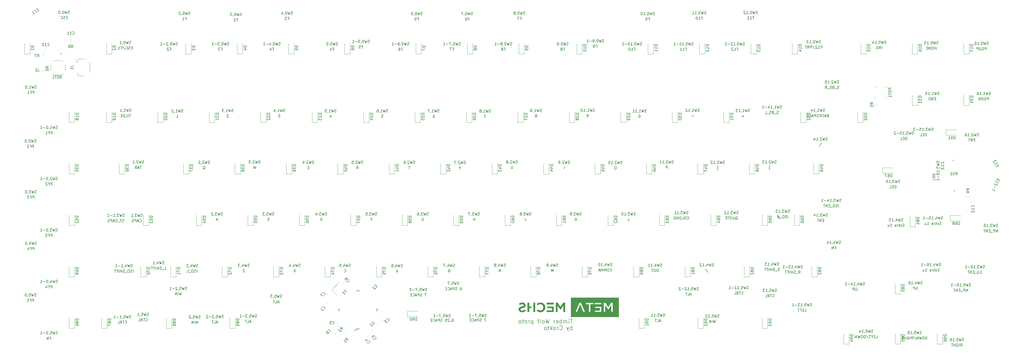
<source format=gbo>
G04 #@! TF.GenerationSoftware,KiCad,Pcbnew,(5.1.2)-1*
G04 #@! TF.CreationDate,2019-05-29T10:00:31-07:00*
G04 #@! TF.ProjectId,mad cat,6d616420-6361-4742-9e6b-696361645f70,rev?*
G04 #@! TF.SameCoordinates,Original*
G04 #@! TF.FileFunction,Legend,Bot*
G04 #@! TF.FilePolarity,Positive*
%FSLAX46Y46*%
G04 Gerber Fmt 4.6, Leading zero omitted, Abs format (unit mm)*
G04 Created by KiCad (PCBNEW (5.1.2)-1) date 2019-05-29 10:00:31*
%MOMM*%
%LPD*%
G04 APERTURE LIST*
%ADD10C,0.200000*%
%ADD11C,0.120000*%
%ADD12C,0.010000*%
%ADD13C,0.150000*%
%ADD14C,0.100000*%
G04 APERTURE END LIST*
D10*
X203427142Y-115453571D02*
X202570000Y-115453571D01*
X202998571Y-116953571D02*
X202998571Y-115453571D01*
X202070000Y-116953571D02*
X202070000Y-115953571D01*
X202070000Y-115453571D02*
X202141428Y-115525000D01*
X202070000Y-115596428D01*
X201998571Y-115525000D01*
X202070000Y-115453571D01*
X202070000Y-115596428D01*
X201355714Y-116953571D02*
X201355714Y-115953571D01*
X201355714Y-116096428D02*
X201284285Y-116025000D01*
X201141428Y-115953571D01*
X200927142Y-115953571D01*
X200784285Y-116025000D01*
X200712857Y-116167857D01*
X200712857Y-116953571D01*
X200712857Y-116167857D02*
X200641428Y-116025000D01*
X200498571Y-115953571D01*
X200284285Y-115953571D01*
X200141428Y-116025000D01*
X200070000Y-116167857D01*
X200070000Y-116953571D01*
X199355714Y-116953571D02*
X199355714Y-115453571D01*
X199355714Y-116025000D02*
X199212857Y-115953571D01*
X198927142Y-115953571D01*
X198784285Y-116025000D01*
X198712857Y-116096428D01*
X198641428Y-116239285D01*
X198641428Y-116667857D01*
X198712857Y-116810714D01*
X198784285Y-116882142D01*
X198927142Y-116953571D01*
X199212857Y-116953571D01*
X199355714Y-116882142D01*
X197427142Y-116882142D02*
X197570000Y-116953571D01*
X197855714Y-116953571D01*
X197998571Y-116882142D01*
X198070000Y-116739285D01*
X198070000Y-116167857D01*
X197998571Y-116025000D01*
X197855714Y-115953571D01*
X197570000Y-115953571D01*
X197427142Y-116025000D01*
X197355714Y-116167857D01*
X197355714Y-116310714D01*
X198070000Y-116453571D01*
X196712857Y-116953571D02*
X196712857Y-115953571D01*
X196712857Y-116239285D02*
X196641428Y-116096428D01*
X196570000Y-116025000D01*
X196427142Y-115953571D01*
X196284285Y-115953571D01*
X194784285Y-115453571D02*
X194427142Y-116953571D01*
X194141428Y-115882142D01*
X193855714Y-116953571D01*
X193498571Y-115453571D01*
X192712857Y-116953571D02*
X192855714Y-116882142D01*
X192927142Y-116810714D01*
X192998571Y-116667857D01*
X192998571Y-116239285D01*
X192927142Y-116096428D01*
X192855714Y-116025000D01*
X192712857Y-115953571D01*
X192498571Y-115953571D01*
X192355714Y-116025000D01*
X192284285Y-116096428D01*
X192212857Y-116239285D01*
X192212857Y-116667857D01*
X192284285Y-116810714D01*
X192355714Y-116882142D01*
X192498571Y-116953571D01*
X192712857Y-116953571D01*
X191355714Y-116953571D02*
X191498571Y-116882142D01*
X191570000Y-116739285D01*
X191570000Y-115453571D01*
X190998571Y-115953571D02*
X190427142Y-115953571D01*
X190784285Y-116953571D02*
X190784285Y-115667857D01*
X190712857Y-115525000D01*
X190570000Y-115453571D01*
X190427142Y-115453571D01*
X188784285Y-115953571D02*
X188784285Y-117453571D01*
X188784285Y-116025000D02*
X188641428Y-115953571D01*
X188355714Y-115953571D01*
X188212857Y-116025000D01*
X188141428Y-116096428D01*
X188070000Y-116239285D01*
X188070000Y-116667857D01*
X188141428Y-116810714D01*
X188212857Y-116882142D01*
X188355714Y-116953571D01*
X188641428Y-116953571D01*
X188784285Y-116882142D01*
X187427142Y-116953571D02*
X187427142Y-115953571D01*
X187427142Y-116239285D02*
X187355714Y-116096428D01*
X187284285Y-116025000D01*
X187141428Y-115953571D01*
X186998571Y-115953571D01*
X186284285Y-116953571D02*
X186427142Y-116882142D01*
X186498571Y-116810714D01*
X186570000Y-116667857D01*
X186570000Y-116239285D01*
X186498571Y-116096428D01*
X186427142Y-116025000D01*
X186284285Y-115953571D01*
X186070000Y-115953571D01*
X185927142Y-116025000D01*
X185855714Y-116096428D01*
X185784285Y-116239285D01*
X185784285Y-116667857D01*
X185855714Y-116810714D01*
X185927142Y-116882142D01*
X186070000Y-116953571D01*
X186284285Y-116953571D01*
X185355714Y-115953571D02*
X184784285Y-115953571D01*
X185141428Y-115453571D02*
X185141428Y-116739285D01*
X185070000Y-116882142D01*
X184927142Y-116953571D01*
X184784285Y-116953571D01*
X184070000Y-116953571D02*
X184212857Y-116882142D01*
X184284285Y-116810714D01*
X184355714Y-116667857D01*
X184355714Y-116239285D01*
X184284285Y-116096428D01*
X184212857Y-116025000D01*
X184070000Y-115953571D01*
X183855714Y-115953571D01*
X183712857Y-116025000D01*
X183641428Y-116096428D01*
X183570000Y-116239285D01*
X183570000Y-116667857D01*
X183641428Y-116810714D01*
X183712857Y-116882142D01*
X183855714Y-116953571D01*
X184070000Y-116953571D01*
X203212857Y-119403571D02*
X203212857Y-117903571D01*
X203212857Y-118475000D02*
X203070000Y-118403571D01*
X202784285Y-118403571D01*
X202641428Y-118475000D01*
X202570000Y-118546428D01*
X202498571Y-118689285D01*
X202498571Y-119117857D01*
X202570000Y-119260714D01*
X202641428Y-119332142D01*
X202784285Y-119403571D01*
X203070000Y-119403571D01*
X203212857Y-119332142D01*
X201998571Y-118403571D02*
X201641428Y-119403571D01*
X201284285Y-118403571D02*
X201641428Y-119403571D01*
X201784285Y-119760714D01*
X201855714Y-119832142D01*
X201998571Y-119903571D01*
X198712857Y-119260714D02*
X198784285Y-119332142D01*
X198998571Y-119403571D01*
X199141428Y-119403571D01*
X199355714Y-119332142D01*
X199498571Y-119189285D01*
X199570000Y-119046428D01*
X199641428Y-118760714D01*
X199641428Y-118546428D01*
X199570000Y-118260714D01*
X199498571Y-118117857D01*
X199355714Y-117975000D01*
X199141428Y-117903571D01*
X198998571Y-117903571D01*
X198784285Y-117975000D01*
X198712857Y-118046428D01*
X198070000Y-119403571D02*
X198070000Y-118403571D01*
X198070000Y-118689285D02*
X197998571Y-118546428D01*
X197927142Y-118475000D01*
X197784285Y-118403571D01*
X197641428Y-118403571D01*
X196927142Y-119403571D02*
X197070000Y-119332142D01*
X197141428Y-119260714D01*
X197212857Y-119117857D01*
X197212857Y-118689285D01*
X197141428Y-118546428D01*
X197070000Y-118475000D01*
X196927142Y-118403571D01*
X196712857Y-118403571D01*
X196570000Y-118475000D01*
X196498571Y-118546428D01*
X196427142Y-118689285D01*
X196427142Y-119117857D01*
X196498571Y-119260714D01*
X196570000Y-119332142D01*
X196712857Y-119403571D01*
X196927142Y-119403571D01*
X195784285Y-119403571D02*
X195784285Y-117903571D01*
X195641428Y-118832142D02*
X195212857Y-119403571D01*
X195212857Y-118403571D02*
X195784285Y-118975000D01*
X194784285Y-118403571D02*
X194212857Y-118403571D01*
X194570000Y-117903571D02*
X194570000Y-119189285D01*
X194498571Y-119332142D01*
X194355714Y-119403571D01*
X194212857Y-119403571D01*
X193498571Y-119403571D02*
X193641428Y-119332142D01*
X193712857Y-119260714D01*
X193784285Y-119117857D01*
X193784285Y-118689285D01*
X193712857Y-118546428D01*
X193641428Y-118475000D01*
X193498571Y-118403571D01*
X193284285Y-118403571D01*
X193141428Y-118475000D01*
X193070000Y-118546428D01*
X192998571Y-118689285D01*
X192998571Y-119117857D01*
X193070000Y-119260714D01*
X193141428Y-119332142D01*
X193284285Y-119403571D01*
X193498571Y-119403571D01*
D11*
X2500000Y-17250000D02*
X2500000Y-13350000D01*
X500000Y-17250000D02*
X500000Y-13350000D01*
X2500000Y-17250000D02*
X500000Y-17250000D01*
X32775000Y-17250000D02*
X32775000Y-13350000D01*
X30775000Y-17250000D02*
X30775000Y-13350000D01*
X32775000Y-17250000D02*
X30775000Y-17250000D01*
X62175000Y-17250000D02*
X62175000Y-13350000D01*
X60175000Y-17250000D02*
X60175000Y-13350000D01*
X62175000Y-17250000D02*
X60175000Y-17250000D01*
X81225000Y-17250000D02*
X81225000Y-13350000D01*
X79225000Y-17250000D02*
X79225000Y-13350000D01*
X81225000Y-17250000D02*
X79225000Y-17250000D01*
X100275000Y-17250000D02*
X100275000Y-13350000D01*
X98275000Y-17250000D02*
X98275000Y-13350000D01*
X100275000Y-17250000D02*
X98275000Y-17250000D01*
X121000000Y-17250000D02*
X121000000Y-13350000D01*
X119000000Y-17250000D02*
X119000000Y-13350000D01*
X121000000Y-17250000D02*
X119000000Y-17250000D01*
X147400000Y-17250000D02*
X147400000Y-13350000D01*
X145400000Y-17250000D02*
X145400000Y-13350000D01*
X147400000Y-17250000D02*
X145400000Y-17250000D01*
X166450000Y-17250000D02*
X166450000Y-13350000D01*
X164450000Y-17250000D02*
X164450000Y-13350000D01*
X166450000Y-17250000D02*
X164450000Y-17250000D01*
X185500000Y-17250000D02*
X185500000Y-13350000D01*
X183500000Y-17250000D02*
X183500000Y-13350000D01*
X185500000Y-17250000D02*
X183500000Y-17250000D01*
X207000000Y-17250000D02*
X207000000Y-13350000D01*
X205000000Y-17250000D02*
X205000000Y-13350000D01*
X207000000Y-17250000D02*
X205000000Y-17250000D01*
X233375000Y-17250000D02*
X233375000Y-13350000D01*
X231375000Y-17250000D02*
X231375000Y-13350000D01*
X233375000Y-17250000D02*
X231375000Y-17250000D01*
X252425000Y-17250000D02*
X252425000Y-13350000D01*
X250425000Y-17250000D02*
X250425000Y-13350000D01*
X252425000Y-17250000D02*
X250425000Y-17250000D01*
X271475000Y-17250000D02*
X271475000Y-13350000D01*
X269475000Y-17250000D02*
X269475000Y-13350000D01*
X271475000Y-17250000D02*
X269475000Y-17250000D01*
X286775000Y-17250000D02*
X286775000Y-13350000D01*
X284775000Y-17250000D02*
X284775000Y-13350000D01*
X286775000Y-17250000D02*
X284775000Y-17250000D01*
X312175000Y-17250000D02*
X312175000Y-13350000D01*
X310175000Y-17250000D02*
X310175000Y-13350000D01*
X312175000Y-17250000D02*
X310175000Y-17250000D01*
X331225000Y-17250000D02*
X331225000Y-13350000D01*
X329225000Y-17250000D02*
X329225000Y-13350000D01*
X331225000Y-17250000D02*
X329225000Y-17250000D01*
X350275000Y-17250000D02*
X350275000Y-13350000D01*
X348275000Y-17250000D02*
X348275000Y-13350000D01*
X350275000Y-17250000D02*
X348275000Y-17250000D01*
X19000000Y-42650000D02*
X19000000Y-38750000D01*
X17000000Y-42650000D02*
X17000000Y-38750000D01*
X19000000Y-42650000D02*
X17000000Y-42650000D01*
X32775000Y-42650000D02*
X32775000Y-38750000D01*
X30775000Y-42650000D02*
X30775000Y-38750000D01*
X32775000Y-42650000D02*
X30775000Y-42650000D01*
X51825000Y-42650000D02*
X51825000Y-38750000D01*
X49825000Y-42650000D02*
X49825000Y-38750000D01*
X51825000Y-42650000D02*
X49825000Y-42650000D01*
X70875000Y-42650000D02*
X70875000Y-38750000D01*
X68875000Y-42650000D02*
X68875000Y-38750000D01*
X70875000Y-42650000D02*
X68875000Y-42650000D01*
X89925000Y-42650000D02*
X89925000Y-38750000D01*
X87925000Y-42650000D02*
X87925000Y-38750000D01*
X89925000Y-42650000D02*
X87925000Y-42650000D01*
X108975000Y-42650000D02*
X108975000Y-38750000D01*
X106975000Y-42650000D02*
X106975000Y-38750000D01*
X108975000Y-42650000D02*
X106975000Y-42650000D01*
X128025000Y-42650000D02*
X128025000Y-38750000D01*
X126025000Y-42650000D02*
X126025000Y-38750000D01*
X128025000Y-42650000D02*
X126025000Y-42650000D01*
X147075000Y-42650000D02*
X147075000Y-38750000D01*
X145075000Y-42650000D02*
X145075000Y-38750000D01*
X147075000Y-42650000D02*
X145075000Y-42650000D01*
X166125000Y-42650000D02*
X166125000Y-38750000D01*
X164125000Y-42650000D02*
X164125000Y-38750000D01*
X166125000Y-42650000D02*
X164125000Y-42650000D01*
X185175000Y-42650000D02*
X185175000Y-38750000D01*
X183175000Y-42650000D02*
X183175000Y-38750000D01*
X185175000Y-42650000D02*
X183175000Y-42650000D01*
X204225000Y-42650000D02*
X204225000Y-38750000D01*
X202225000Y-42650000D02*
X202225000Y-38750000D01*
X204225000Y-42650000D02*
X202225000Y-42650000D01*
X223275000Y-42650000D02*
X223275000Y-38750000D01*
X221275000Y-42650000D02*
X221275000Y-38750000D01*
X223275000Y-42650000D02*
X221275000Y-42650000D01*
X242325000Y-42650000D02*
X242325000Y-38750000D01*
X240325000Y-42650000D02*
X240325000Y-38750000D01*
X242325000Y-42650000D02*
X240325000Y-42650000D01*
X261375000Y-42650000D02*
X261375000Y-38750000D01*
X259375000Y-42650000D02*
X259375000Y-38750000D01*
X261375000Y-42650000D02*
X259375000Y-42650000D01*
X289950000Y-42650000D02*
X289950000Y-38750000D01*
X287950000Y-42650000D02*
X287950000Y-38750000D01*
X289950000Y-42650000D02*
X287950000Y-42650000D01*
X331225000Y-36300000D02*
X331225000Y-32400000D01*
X329225000Y-36300000D02*
X329225000Y-32400000D01*
X331225000Y-36300000D02*
X329225000Y-36300000D01*
X350275000Y-36300000D02*
X350275000Y-32400000D01*
X348275000Y-36300000D02*
X348275000Y-32400000D01*
X350275000Y-36300000D02*
X348275000Y-36300000D01*
X19000000Y-61700000D02*
X19000000Y-57800000D01*
X17000000Y-61700000D02*
X17000000Y-57800000D01*
X19000000Y-61700000D02*
X17000000Y-61700000D01*
X37537500Y-61700000D02*
X37537500Y-57800000D01*
X35537500Y-61700000D02*
X35537500Y-57800000D01*
X37537500Y-61700000D02*
X35537500Y-61700000D01*
X61350000Y-61700000D02*
X61350000Y-57800000D01*
X59350000Y-61700000D02*
X59350000Y-57800000D01*
X61350000Y-61700000D02*
X59350000Y-61700000D01*
X80400000Y-61700000D02*
X80400000Y-57800000D01*
X78400000Y-61700000D02*
X78400000Y-57800000D01*
X80400000Y-61700000D02*
X78400000Y-61700000D01*
X99450000Y-61700000D02*
X99450000Y-57800000D01*
X97450000Y-61700000D02*
X97450000Y-57800000D01*
X99450000Y-61700000D02*
X97450000Y-61700000D01*
X118500000Y-61700000D02*
X118500000Y-57800000D01*
X116500000Y-61700000D02*
X116500000Y-57800000D01*
X118500000Y-61700000D02*
X116500000Y-61700000D01*
X137550000Y-61700000D02*
X137550000Y-57800000D01*
X135550000Y-61700000D02*
X135550000Y-57800000D01*
X137550000Y-61700000D02*
X135550000Y-61700000D01*
X156600000Y-61700000D02*
X156600000Y-57800000D01*
X154600000Y-61700000D02*
X154600000Y-57800000D01*
X156600000Y-61700000D02*
X154600000Y-61700000D01*
X175650000Y-61700000D02*
X175650000Y-57800000D01*
X173650000Y-61700000D02*
X173650000Y-57800000D01*
X175650000Y-61700000D02*
X173650000Y-61700000D01*
X194700000Y-61700000D02*
X194700000Y-57800000D01*
X192700000Y-61700000D02*
X192700000Y-57800000D01*
X194700000Y-61700000D02*
X192700000Y-61700000D01*
X213750000Y-61700000D02*
X213750000Y-57800000D01*
X211750000Y-61700000D02*
X211750000Y-57800000D01*
X213750000Y-61700000D02*
X211750000Y-61700000D01*
X232800000Y-61700000D02*
X232800000Y-57800000D01*
X230800000Y-61700000D02*
X230800000Y-57800000D01*
X232800000Y-61700000D02*
X230800000Y-61700000D01*
X251850000Y-61700000D02*
X251850000Y-57800000D01*
X249850000Y-61700000D02*
X249850000Y-57800000D01*
X251850000Y-61700000D02*
X249850000Y-61700000D01*
X270900000Y-61700000D02*
X270900000Y-57800000D01*
X268900000Y-61700000D02*
X268900000Y-57800000D01*
X270900000Y-61700000D02*
X268900000Y-61700000D01*
X294712500Y-61700000D02*
X294712500Y-57800000D01*
X292712500Y-61700000D02*
X292712500Y-57800000D01*
X294712500Y-61700000D02*
X292712500Y-61700000D01*
X311000000Y-42650000D02*
X311000000Y-38750000D01*
X309000000Y-42650000D02*
X309000000Y-38750000D01*
X311000000Y-42650000D02*
X309000000Y-42650000D01*
X341650000Y-47300000D02*
X345550000Y-47300000D01*
X341650000Y-45300000D02*
X345550000Y-45300000D01*
X341650000Y-47300000D02*
X341650000Y-45300000D01*
X19000000Y-80750000D02*
X19000000Y-76850000D01*
X17000000Y-80750000D02*
X17000000Y-76850000D01*
X19000000Y-80750000D02*
X17000000Y-80750000D01*
X46500000Y-80750000D02*
X46500000Y-76850000D01*
X44500000Y-80750000D02*
X44500000Y-76850000D01*
X46500000Y-80750000D02*
X44500000Y-80750000D01*
X66112500Y-80750000D02*
X66112500Y-76850000D01*
X64112500Y-80750000D02*
X64112500Y-76850000D01*
X66112500Y-80750000D02*
X64112500Y-80750000D01*
X85162500Y-80750000D02*
X85162500Y-76850000D01*
X83162500Y-80750000D02*
X83162500Y-76850000D01*
X85162500Y-80750000D02*
X83162500Y-80750000D01*
X104212500Y-80750000D02*
X104212500Y-76850000D01*
X102212500Y-80750000D02*
X102212500Y-76850000D01*
X104212500Y-80750000D02*
X102212500Y-80750000D01*
X123262500Y-80750000D02*
X123262500Y-76850000D01*
X121262500Y-80750000D02*
X121262500Y-76850000D01*
X123262500Y-80750000D02*
X121262500Y-80750000D01*
X142312500Y-80750000D02*
X142312500Y-76850000D01*
X140312500Y-80750000D02*
X140312500Y-76850000D01*
X142312500Y-80750000D02*
X140312500Y-80750000D01*
X161362500Y-80750000D02*
X161362500Y-76850000D01*
X159362500Y-80750000D02*
X159362500Y-76850000D01*
X161362500Y-80750000D02*
X159362500Y-80750000D01*
X180412500Y-80750000D02*
X180412500Y-76850000D01*
X178412500Y-80750000D02*
X178412500Y-76850000D01*
X180412500Y-80750000D02*
X178412500Y-80750000D01*
X199462500Y-80750000D02*
X199462500Y-76850000D01*
X197462500Y-80750000D02*
X197462500Y-76850000D01*
X199462500Y-80750000D02*
X197462500Y-80750000D01*
X218512500Y-80750000D02*
X218512500Y-76850000D01*
X216512500Y-80750000D02*
X216512500Y-76850000D01*
X218512500Y-80750000D02*
X216512500Y-80750000D01*
X237562500Y-80750000D02*
X237562500Y-76850000D01*
X235562500Y-80750000D02*
X235562500Y-76850000D01*
X237562500Y-80750000D02*
X235562500Y-80750000D01*
X256612500Y-80750000D02*
X256612500Y-76850000D01*
X254612500Y-80750000D02*
X254612500Y-76850000D01*
X256612500Y-80750000D02*
X254612500Y-80750000D01*
X275662500Y-80750000D02*
X275662500Y-76850000D01*
X273662500Y-80750000D02*
X273662500Y-76850000D01*
X275662500Y-80750000D02*
X273662500Y-80750000D01*
X287568750Y-80750000D02*
X287568750Y-76850000D01*
X285568750Y-80750000D02*
X285568750Y-76850000D01*
X287568750Y-80750000D02*
X285568750Y-80750000D01*
X318250000Y-61350000D02*
X322150000Y-61350000D01*
X318250000Y-59350000D02*
X322150000Y-59350000D01*
X318250000Y-61350000D02*
X318250000Y-59350000D01*
X343250000Y-79000000D02*
X347150000Y-79000000D01*
X343250000Y-77000000D02*
X347150000Y-77000000D01*
X343250000Y-79000000D02*
X343250000Y-77000000D01*
X19000000Y-99800000D02*
X19000000Y-95900000D01*
X17000000Y-99800000D02*
X17000000Y-95900000D01*
X19000000Y-99800000D02*
X17000000Y-99800000D01*
X45500000Y-99800000D02*
X45500000Y-95900000D01*
X43500000Y-99800000D02*
X43500000Y-95900000D01*
X45500000Y-99800000D02*
X43500000Y-99800000D01*
X56587500Y-99800000D02*
X56587500Y-95900000D01*
X54587500Y-99800000D02*
X54587500Y-95900000D01*
X56587500Y-99800000D02*
X54587500Y-99800000D01*
X75637500Y-99800000D02*
X75637500Y-95900000D01*
X73637500Y-99800000D02*
X73637500Y-95900000D01*
X75637500Y-99800000D02*
X73637500Y-99800000D01*
X94687500Y-99800000D02*
X94687500Y-95900000D01*
X92687500Y-99800000D02*
X92687500Y-95900000D01*
X94687500Y-99800000D02*
X92687500Y-99800000D01*
X113737500Y-99800000D02*
X113737500Y-95900000D01*
X111737500Y-99800000D02*
X111737500Y-95900000D01*
X113737500Y-99800000D02*
X111737500Y-99800000D01*
X132787500Y-99800000D02*
X132787500Y-95900000D01*
X130787500Y-99800000D02*
X130787500Y-95900000D01*
X132787500Y-99800000D02*
X130787500Y-99800000D01*
X151837500Y-99800000D02*
X151837500Y-95900000D01*
X149837500Y-99800000D02*
X149837500Y-95900000D01*
X151837500Y-99800000D02*
X149837500Y-99800000D01*
X170887500Y-99800000D02*
X170887500Y-95900000D01*
X168887500Y-99800000D02*
X168887500Y-95900000D01*
X170887500Y-99800000D02*
X168887500Y-99800000D01*
X189937500Y-99800000D02*
X189937500Y-95900000D01*
X187937500Y-99800000D02*
X187937500Y-95900000D01*
X189937500Y-99800000D02*
X187937500Y-99800000D01*
X208987500Y-99800000D02*
X208987500Y-95900000D01*
X206987500Y-99800000D02*
X206987500Y-95900000D01*
X208987500Y-99800000D02*
X206987500Y-99800000D01*
X228037500Y-99800000D02*
X228037500Y-95900000D01*
X226037500Y-99800000D02*
X226037500Y-95900000D01*
X228037500Y-99800000D02*
X226037500Y-99800000D01*
X247087500Y-99800000D02*
X247087500Y-95900000D01*
X245087500Y-99800000D02*
X245087500Y-95900000D01*
X247087500Y-99800000D02*
X245087500Y-99800000D01*
X269000000Y-99800000D02*
X269000000Y-95900000D01*
X267000000Y-99800000D02*
X267000000Y-95900000D01*
X269000000Y-99800000D02*
X267000000Y-99800000D01*
X294000000Y-99800000D02*
X294000000Y-95900000D01*
X292000000Y-99800000D02*
X292000000Y-95900000D01*
X294000000Y-99800000D02*
X292000000Y-99800000D01*
X324875000Y-106150000D02*
X324875000Y-102250000D01*
X322875000Y-106150000D02*
X322875000Y-102250000D01*
X324875000Y-106150000D02*
X322875000Y-106150000D01*
X19000000Y-118850000D02*
X19000000Y-114950000D01*
X17000000Y-118850000D02*
X17000000Y-114950000D01*
X19000000Y-118850000D02*
X17000000Y-118850000D01*
X31000000Y-118850000D02*
X31000000Y-114950000D01*
X29000000Y-118850000D02*
X29000000Y-114950000D01*
X31000000Y-118850000D02*
X29000000Y-118850000D01*
X55000000Y-118850000D02*
X55000000Y-114950000D01*
X53000000Y-118850000D02*
X53000000Y-114950000D01*
X55000000Y-118850000D02*
X53000000Y-118850000D01*
X78500000Y-118850000D02*
X78500000Y-114950000D01*
X76500000Y-118850000D02*
X76500000Y-114950000D01*
X78500000Y-118850000D02*
X76500000Y-118850000D01*
X142250000Y-114500000D02*
X146150000Y-114500000D01*
X142250000Y-112500000D02*
X146150000Y-112500000D01*
X142250000Y-114500000D02*
X142250000Y-112500000D01*
X230037500Y-118850000D02*
X230037500Y-114950000D01*
X228037500Y-118850000D02*
X228037500Y-114950000D01*
X230037500Y-118850000D02*
X228037500Y-118850000D01*
X251850000Y-118850000D02*
X251850000Y-114950000D01*
X249850000Y-118850000D02*
X249850000Y-114950000D01*
X251850000Y-118850000D02*
X249850000Y-118850000D01*
X275662500Y-118850000D02*
X275662500Y-114950000D01*
X273662500Y-118850000D02*
X273662500Y-114950000D01*
X275662500Y-118850000D02*
X273662500Y-118850000D01*
X305825000Y-124700000D02*
X305825000Y-120800000D01*
X303825000Y-124700000D02*
X303825000Y-120800000D01*
X305825000Y-124700000D02*
X303825000Y-124700000D01*
X324875000Y-124700000D02*
X324875000Y-120800000D01*
X322875000Y-124700000D02*
X322875000Y-120800000D01*
X324875000Y-124700000D02*
X322875000Y-124700000D01*
X340500000Y-124700000D02*
X340500000Y-120800000D01*
X338500000Y-124700000D02*
X338500000Y-120800000D01*
X340500000Y-124700000D02*
X338500000Y-124700000D01*
X330400000Y-81250000D02*
X330400000Y-77350000D01*
X328400000Y-81250000D02*
X328400000Y-77350000D01*
X330400000Y-81250000D02*
X328400000Y-81250000D01*
D12*
G36*
X193829666Y-109899334D02*
G01*
X196369666Y-109899334D01*
X196369666Y-109349000D01*
X193829666Y-109349000D01*
X193829666Y-109899334D01*
X193829666Y-109899334D01*
G37*
X193829666Y-109899334D02*
X196369666Y-109899334D01*
X196369666Y-109349000D01*
X193829666Y-109349000D01*
X193829666Y-109899334D01*
G36*
X186717666Y-112735667D02*
G01*
X187310333Y-112735667D01*
X187310333Y-111296334D01*
X188114666Y-111296334D01*
X188114666Y-110746000D01*
X187310333Y-110746000D01*
X187310333Y-109349000D01*
X186717666Y-109349000D01*
X186717666Y-112735667D01*
X186717666Y-112735667D01*
G37*
X186717666Y-112735667D02*
X187310333Y-112735667D01*
X187310333Y-111296334D01*
X188114666Y-111296334D01*
X188114666Y-110746000D01*
X187310333Y-110746000D01*
X187310333Y-109349000D01*
X186717666Y-109349000D01*
X186717666Y-112735667D01*
G36*
X188961333Y-112735667D02*
G01*
X189554000Y-112735667D01*
X189554000Y-109349000D01*
X188961333Y-109349000D01*
X188961333Y-112735667D01*
X188961333Y-112735667D01*
G37*
X188961333Y-112735667D02*
X189554000Y-112735667D01*
X189554000Y-109349000D01*
X188961333Y-109349000D01*
X188961333Y-112735667D01*
G36*
X194083666Y-111296334D02*
G01*
X195777000Y-111296334D01*
X195777000Y-112185334D01*
X193829666Y-112185334D01*
X193829666Y-112735667D01*
X196369666Y-112735667D01*
X196369666Y-110746000D01*
X194083666Y-110746000D01*
X194083666Y-111296334D01*
X194083666Y-111296334D01*
G37*
X194083666Y-111296334D02*
X195777000Y-111296334D01*
X195777000Y-112185334D01*
X193829666Y-112185334D01*
X193829666Y-112735667D01*
X196369666Y-112735667D01*
X196369666Y-110746000D01*
X194083666Y-110746000D01*
X194083666Y-111296334D01*
G36*
X197258666Y-112735667D02*
G01*
X197851333Y-112735667D01*
X197851765Y-111518584D01*
X197852197Y-110301500D01*
X198370348Y-111095023D01*
X198521249Y-111324089D01*
X198657632Y-111527264D01*
X198772514Y-111694455D01*
X198858907Y-111815570D01*
X198909828Y-111880514D01*
X198919680Y-111888773D01*
X198951336Y-111855240D01*
X199022585Y-111761231D01*
X199126236Y-111616836D01*
X199255100Y-111432147D01*
X199401986Y-111217255D01*
X199470014Y-111116417D01*
X199989166Y-110343834D01*
X200000409Y-111539750D01*
X200011652Y-112735667D01*
X200603000Y-112735667D01*
X200603000Y-109349000D01*
X199940719Y-109349000D01*
X199440202Y-110134476D01*
X199283529Y-110376174D01*
X199146163Y-110579907D01*
X199033872Y-110737657D01*
X198952418Y-110841408D01*
X198907569Y-110883141D01*
X198902285Y-110882552D01*
X198868904Y-110837064D01*
X198797191Y-110731541D01*
X198694577Y-110577184D01*
X198568492Y-110385190D01*
X198426369Y-110166761D01*
X198388120Y-110107659D01*
X197911355Y-109370167D01*
X197585011Y-109357803D01*
X197258666Y-109345439D01*
X197258666Y-112735667D01*
X197258666Y-112735667D01*
G37*
X197258666Y-112735667D02*
X197851333Y-112735667D01*
X197851765Y-111518584D01*
X197852197Y-110301500D01*
X198370348Y-111095023D01*
X198521249Y-111324089D01*
X198657632Y-111527264D01*
X198772514Y-111694455D01*
X198858907Y-111815570D01*
X198909828Y-111880514D01*
X198919680Y-111888773D01*
X198951336Y-111855240D01*
X199022585Y-111761231D01*
X199126236Y-111616836D01*
X199255100Y-111432147D01*
X199401986Y-111217255D01*
X199470014Y-111116417D01*
X199989166Y-110343834D01*
X200000409Y-111539750D01*
X200011652Y-112735667D01*
X200603000Y-112735667D01*
X200603000Y-109349000D01*
X199940719Y-109349000D01*
X199440202Y-110134476D01*
X199283529Y-110376174D01*
X199146163Y-110579907D01*
X199033872Y-110737657D01*
X198952418Y-110841408D01*
X198907569Y-110883141D01*
X198902285Y-110882552D01*
X198868904Y-110837064D01*
X198797191Y-110731541D01*
X198694577Y-110577184D01*
X198568492Y-110385190D01*
X198426369Y-110166761D01*
X198388120Y-110107659D01*
X197911355Y-109370167D01*
X197585011Y-109357803D01*
X197258666Y-109345439D01*
X197258666Y-112735667D01*
G36*
X184522178Y-109306119D02*
G01*
X184333550Y-109344772D01*
X184129366Y-109406470D01*
X183932618Y-109482091D01*
X183766298Y-109562509D01*
X183653395Y-109638600D01*
X183633824Y-109658679D01*
X183618739Y-109709733D01*
X183647458Y-109789561D01*
X183726151Y-109914427D01*
X183736459Y-109929236D01*
X183886161Y-110143083D01*
X184181900Y-109991349D01*
X184469064Y-109871840D01*
X184732449Y-109817602D01*
X184962984Y-109829420D01*
X185150774Y-109907518D01*
X185291338Y-110042112D01*
X185354360Y-110193261D01*
X185339595Y-110347305D01*
X185246795Y-110490584D01*
X185162573Y-110559736D01*
X185059526Y-110611449D01*
X184901722Y-110670493D01*
X184717257Y-110726775D01*
X184646062Y-110745326D01*
X184267511Y-110855836D01*
X183967971Y-110983114D01*
X183742650Y-111131861D01*
X183586759Y-111306779D01*
X183495505Y-111512569D01*
X183464098Y-111753932D01*
X183470189Y-111899111D01*
X183529854Y-112180363D01*
X183655009Y-112409148D01*
X183848997Y-112590498D01*
X183982110Y-112669742D01*
X184118424Y-112733431D01*
X184242735Y-112772931D01*
X184385577Y-112794859D01*
X184577485Y-112805832D01*
X184615700Y-112807040D01*
X184791264Y-112810312D01*
X184935498Y-112809464D01*
X185026869Y-112804782D01*
X185045500Y-112801310D01*
X185107163Y-112781224D01*
X185221893Y-112747381D01*
X185322647Y-112718896D01*
X185447053Y-112673770D01*
X185597064Y-112604176D01*
X185753788Y-112520988D01*
X185898331Y-112435080D01*
X186011801Y-112357326D01*
X186075307Y-112298600D01*
X186082552Y-112281507D01*
X186056850Y-112234253D01*
X185990381Y-112145361D01*
X185919095Y-112059410D01*
X185755752Y-111869987D01*
X185601004Y-111988019D01*
X185309059Y-112165825D01*
X185000988Y-112263157D01*
X184774293Y-112285494D01*
X184507843Y-112269062D01*
X184311006Y-112206946D01*
X184181593Y-112098331D01*
X184154503Y-112054473D01*
X184096117Y-111872916D01*
X184119597Y-111712631D01*
X184224819Y-111573768D01*
X184411661Y-111456477D01*
X184679999Y-111360908D01*
X184736881Y-111346040D01*
X185098228Y-111246122D01*
X185383639Y-111143069D01*
X185601801Y-111031008D01*
X185761400Y-110904067D01*
X185871123Y-110756372D01*
X185939656Y-110582052D01*
X185953523Y-110523491D01*
X185977153Y-110231301D01*
X185926162Y-109967868D01*
X185807441Y-109739052D01*
X185627881Y-109550714D01*
X185394372Y-109408716D01*
X185113806Y-109318917D01*
X184793074Y-109287179D01*
X184522178Y-109306119D01*
X184522178Y-109306119D01*
G37*
X184522178Y-109306119D02*
X184333550Y-109344772D01*
X184129366Y-109406470D01*
X183932618Y-109482091D01*
X183766298Y-109562509D01*
X183653395Y-109638600D01*
X183633824Y-109658679D01*
X183618739Y-109709733D01*
X183647458Y-109789561D01*
X183726151Y-109914427D01*
X183736459Y-109929236D01*
X183886161Y-110143083D01*
X184181900Y-109991349D01*
X184469064Y-109871840D01*
X184732449Y-109817602D01*
X184962984Y-109829420D01*
X185150774Y-109907518D01*
X185291338Y-110042112D01*
X185354360Y-110193261D01*
X185339595Y-110347305D01*
X185246795Y-110490584D01*
X185162573Y-110559736D01*
X185059526Y-110611449D01*
X184901722Y-110670493D01*
X184717257Y-110726775D01*
X184646062Y-110745326D01*
X184267511Y-110855836D01*
X183967971Y-110983114D01*
X183742650Y-111131861D01*
X183586759Y-111306779D01*
X183495505Y-111512569D01*
X183464098Y-111753932D01*
X183470189Y-111899111D01*
X183529854Y-112180363D01*
X183655009Y-112409148D01*
X183848997Y-112590498D01*
X183982110Y-112669742D01*
X184118424Y-112733431D01*
X184242735Y-112772931D01*
X184385577Y-112794859D01*
X184577485Y-112805832D01*
X184615700Y-112807040D01*
X184791264Y-112810312D01*
X184935498Y-112809464D01*
X185026869Y-112804782D01*
X185045500Y-112801310D01*
X185107163Y-112781224D01*
X185221893Y-112747381D01*
X185322647Y-112718896D01*
X185447053Y-112673770D01*
X185597064Y-112604176D01*
X185753788Y-112520988D01*
X185898331Y-112435080D01*
X186011801Y-112357326D01*
X186075307Y-112298600D01*
X186082552Y-112281507D01*
X186056850Y-112234253D01*
X185990381Y-112145361D01*
X185919095Y-112059410D01*
X185755752Y-111869987D01*
X185601004Y-111988019D01*
X185309059Y-112165825D01*
X185000988Y-112263157D01*
X184774293Y-112285494D01*
X184507843Y-112269062D01*
X184311006Y-112206946D01*
X184181593Y-112098331D01*
X184154503Y-112054473D01*
X184096117Y-111872916D01*
X184119597Y-111712631D01*
X184224819Y-111573768D01*
X184411661Y-111456477D01*
X184679999Y-111360908D01*
X184736881Y-111346040D01*
X185098228Y-111246122D01*
X185383639Y-111143069D01*
X185601801Y-111031008D01*
X185761400Y-110904067D01*
X185871123Y-110756372D01*
X185939656Y-110582052D01*
X185953523Y-110523491D01*
X185977153Y-110231301D01*
X185926162Y-109967868D01*
X185807441Y-109739052D01*
X185627881Y-109550714D01*
X185394372Y-109408716D01*
X185113806Y-109318917D01*
X184793074Y-109287179D01*
X184522178Y-109306119D01*
G36*
X191501333Y-109329962D02*
G01*
X191269704Y-109333810D01*
X191099157Y-109345124D01*
X190966219Y-109367099D01*
X190847412Y-109402933D01*
X190784861Y-109427507D01*
X190635609Y-109499710D01*
X190486614Y-109588481D01*
X190356894Y-109680363D01*
X190265463Y-109761902D01*
X190231333Y-109819170D01*
X190258059Y-109869271D01*
X190327424Y-109958928D01*
X190404998Y-110047296D01*
X190578664Y-110235701D01*
X190711915Y-110135853D01*
X190950135Y-109979440D01*
X191173575Y-109885584D01*
X191410593Y-109843986D01*
X191527722Y-109839578D01*
X191702104Y-109843843D01*
X191827533Y-109864395D01*
X191939382Y-109909951D01*
X192032858Y-109964050D01*
X192268724Y-110156720D01*
X192446083Y-110398116D01*
X192562567Y-110673585D01*
X192615806Y-110968471D01*
X192603430Y-111268120D01*
X192523070Y-111557877D01*
X192372356Y-111823088D01*
X192340084Y-111864052D01*
X192139374Y-112044163D01*
X191892918Y-112165623D01*
X191619075Y-112225086D01*
X191336205Y-112219210D01*
X191062667Y-112144648D01*
X190988716Y-112110220D01*
X190847847Y-112035584D01*
X190724738Y-111966708D01*
X190666102Y-111931236D01*
X190610184Y-111902009D01*
X190559328Y-111905677D01*
X190492752Y-111951406D01*
X190389670Y-112048360D01*
X190380821Y-112057037D01*
X190189938Y-112244375D01*
X190282277Y-112342665D01*
X190416776Y-112459273D01*
X190597446Y-112581823D01*
X190790295Y-112689004D01*
X190931640Y-112749765D01*
X191137322Y-112800526D01*
X191386756Y-112830839D01*
X191640860Y-112837780D01*
X191857174Y-112819015D01*
X192170392Y-112726006D01*
X192473401Y-112564496D01*
X192748306Y-112348855D01*
X192977213Y-112093455D01*
X193142226Y-111812663D01*
X193158451Y-111774047D01*
X193204789Y-111643097D01*
X193234272Y-111512995D01*
X193250417Y-111358392D01*
X193256739Y-111153937D01*
X193257290Y-111061248D01*
X193256428Y-110853189D01*
X193249535Y-110704360D01*
X193231537Y-110589333D01*
X193197357Y-110482677D01*
X193141921Y-110358961D01*
X193100063Y-110273486D01*
X192911989Y-109964330D01*
X192679496Y-109718410D01*
X192387557Y-109521017D01*
X192270937Y-109461798D01*
X192142605Y-109403452D01*
X192036091Y-109365162D01*
X191927504Y-109342837D01*
X191792953Y-109332384D01*
X191608548Y-109329711D01*
X191501333Y-109329962D01*
X191501333Y-109329962D01*
G37*
X191501333Y-109329962D02*
X191269704Y-109333810D01*
X191099157Y-109345124D01*
X190966219Y-109367099D01*
X190847412Y-109402933D01*
X190784861Y-109427507D01*
X190635609Y-109499710D01*
X190486614Y-109588481D01*
X190356894Y-109680363D01*
X190265463Y-109761902D01*
X190231333Y-109819170D01*
X190258059Y-109869271D01*
X190327424Y-109958928D01*
X190404998Y-110047296D01*
X190578664Y-110235701D01*
X190711915Y-110135853D01*
X190950135Y-109979440D01*
X191173575Y-109885584D01*
X191410593Y-109843986D01*
X191527722Y-109839578D01*
X191702104Y-109843843D01*
X191827533Y-109864395D01*
X191939382Y-109909951D01*
X192032858Y-109964050D01*
X192268724Y-110156720D01*
X192446083Y-110398116D01*
X192562567Y-110673585D01*
X192615806Y-110968471D01*
X192603430Y-111268120D01*
X192523070Y-111557877D01*
X192372356Y-111823088D01*
X192340084Y-111864052D01*
X192139374Y-112044163D01*
X191892918Y-112165623D01*
X191619075Y-112225086D01*
X191336205Y-112219210D01*
X191062667Y-112144648D01*
X190988716Y-112110220D01*
X190847847Y-112035584D01*
X190724738Y-111966708D01*
X190666102Y-111931236D01*
X190610184Y-111902009D01*
X190559328Y-111905677D01*
X190492752Y-111951406D01*
X190389670Y-112048360D01*
X190380821Y-112057037D01*
X190189938Y-112244375D01*
X190282277Y-112342665D01*
X190416776Y-112459273D01*
X190597446Y-112581823D01*
X190790295Y-112689004D01*
X190931640Y-112749765D01*
X191137322Y-112800526D01*
X191386756Y-112830839D01*
X191640860Y-112837780D01*
X191857174Y-112819015D01*
X192170392Y-112726006D01*
X192473401Y-112564496D01*
X192748306Y-112348855D01*
X192977213Y-112093455D01*
X193142226Y-111812663D01*
X193158451Y-111774047D01*
X193204789Y-111643097D01*
X193234272Y-111512995D01*
X193250417Y-111358392D01*
X193256739Y-111153937D01*
X193257290Y-111061248D01*
X193256428Y-110853189D01*
X193249535Y-110704360D01*
X193231537Y-110589333D01*
X193197357Y-110482677D01*
X193141921Y-110358961D01*
X193100063Y-110273486D01*
X192911989Y-109964330D01*
X192679496Y-109718410D01*
X192387557Y-109521017D01*
X192270937Y-109461798D01*
X192142605Y-109403452D01*
X192036091Y-109365162D01*
X191927504Y-109342837D01*
X191792953Y-109332384D01*
X191608548Y-109329711D01*
X191501333Y-109329962D01*
G36*
X202804333Y-114556000D02*
G01*
X220499666Y-114556000D01*
X220499666Y-112735667D01*
X218340666Y-112735667D01*
X217748000Y-112735667D01*
X217748000Y-110301849D01*
X217218496Y-111095425D01*
X217064822Y-111323667D01*
X216925890Y-111526081D01*
X216808758Y-111692702D01*
X216720487Y-111813565D01*
X216668133Y-111878705D01*
X216657580Y-111887264D01*
X216625886Y-111853156D01*
X216554461Y-111758561D01*
X216450440Y-111613505D01*
X216320955Y-111428015D01*
X216173143Y-111212115D01*
X216097000Y-111099471D01*
X215567833Y-110313415D01*
X215556601Y-111524541D01*
X215545368Y-112735667D01*
X214954000Y-112735667D01*
X214954000Y-110746000D01*
X214107333Y-110746000D01*
X214107333Y-112735667D01*
X211609666Y-112735667D01*
X211609666Y-112185334D01*
X213514666Y-112185334D01*
X213514666Y-111296334D01*
X211821333Y-111296334D01*
X211821333Y-110746000D01*
X214107333Y-110746000D01*
X214954000Y-110746000D01*
X214954000Y-109349000D01*
X214107333Y-109349000D01*
X214107333Y-109899334D01*
X211567333Y-109899334D01*
X211567333Y-109349000D01*
X211101666Y-109349000D01*
X211101666Y-109899334D01*
X210043333Y-109899334D01*
X210043333Y-112735667D01*
X209408333Y-112735667D01*
X208010266Y-112735667D01*
X207391109Y-112735667D01*
X206822804Y-111382847D01*
X206669078Y-111018286D01*
X206544095Y-110725561D01*
X206444674Y-110498094D01*
X206367631Y-110329305D01*
X206309785Y-110212615D01*
X206267954Y-110141443D01*
X206238955Y-110109211D01*
X206219606Y-110109339D01*
X206212166Y-110120294D01*
X206185723Y-110180415D01*
X206130661Y-110308414D01*
X206051293Y-110494168D01*
X205951932Y-110727556D01*
X205836889Y-110998454D01*
X205710477Y-111296742D01*
X205640322Y-111462531D01*
X205110811Y-112714500D01*
X204804239Y-112726938D01*
X204655524Y-112728385D01*
X204546573Y-112720702D01*
X204498375Y-112705522D01*
X204497666Y-112703079D01*
X204514138Y-112657815D01*
X204561227Y-112543192D01*
X204635447Y-112367341D01*
X204733313Y-112138397D01*
X204851337Y-111864494D01*
X204986034Y-111553764D01*
X205133917Y-111214342D01*
X205228835Y-110997307D01*
X205960004Y-109327834D01*
X206234252Y-109315639D01*
X206508500Y-109303445D01*
X207151732Y-110776139D01*
X207301071Y-111117974D01*
X207443933Y-111444831D01*
X207575772Y-111746319D01*
X207692039Y-112012046D01*
X207788190Y-112231621D01*
X207859676Y-112394653D01*
X207901951Y-112490749D01*
X207902615Y-112492250D01*
X208010266Y-112735667D01*
X209408333Y-112735667D01*
X209408333Y-109899334D01*
X208350000Y-109899334D01*
X208350000Y-109349000D01*
X211101666Y-109349000D01*
X211567333Y-109349000D01*
X214107333Y-109349000D01*
X214954000Y-109349000D01*
X215282083Y-109349528D01*
X215610166Y-109350055D01*
X216115123Y-110133621D01*
X216299038Y-110415144D01*
X216443069Y-110626701D01*
X216549699Y-110771630D01*
X216621412Y-110853269D01*
X216660691Y-110874956D01*
X216664771Y-110872496D01*
X216700522Y-110824669D01*
X216774443Y-110717045D01*
X216878903Y-110561040D01*
X217006274Y-110368068D01*
X217148928Y-110149544D01*
X217181727Y-110098986D01*
X217653992Y-109370167D01*
X217997329Y-109357871D01*
X218340666Y-109345576D01*
X218340666Y-112735667D01*
X220499666Y-112735667D01*
X220499666Y-107486334D01*
X202804333Y-107486334D01*
X202804333Y-114556000D01*
X202804333Y-114556000D01*
G37*
X202804333Y-114556000D02*
X220499666Y-114556000D01*
X220499666Y-112735667D01*
X218340666Y-112735667D01*
X217748000Y-112735667D01*
X217748000Y-110301849D01*
X217218496Y-111095425D01*
X217064822Y-111323667D01*
X216925890Y-111526081D01*
X216808758Y-111692702D01*
X216720487Y-111813565D01*
X216668133Y-111878705D01*
X216657580Y-111887264D01*
X216625886Y-111853156D01*
X216554461Y-111758561D01*
X216450440Y-111613505D01*
X216320955Y-111428015D01*
X216173143Y-111212115D01*
X216097000Y-111099471D01*
X215567833Y-110313415D01*
X215556601Y-111524541D01*
X215545368Y-112735667D01*
X214954000Y-112735667D01*
X214954000Y-110746000D01*
X214107333Y-110746000D01*
X214107333Y-112735667D01*
X211609666Y-112735667D01*
X211609666Y-112185334D01*
X213514666Y-112185334D01*
X213514666Y-111296334D01*
X211821333Y-111296334D01*
X211821333Y-110746000D01*
X214107333Y-110746000D01*
X214954000Y-110746000D01*
X214954000Y-109349000D01*
X214107333Y-109349000D01*
X214107333Y-109899334D01*
X211567333Y-109899334D01*
X211567333Y-109349000D01*
X211101666Y-109349000D01*
X211101666Y-109899334D01*
X210043333Y-109899334D01*
X210043333Y-112735667D01*
X209408333Y-112735667D01*
X208010266Y-112735667D01*
X207391109Y-112735667D01*
X206822804Y-111382847D01*
X206669078Y-111018286D01*
X206544095Y-110725561D01*
X206444674Y-110498094D01*
X206367631Y-110329305D01*
X206309785Y-110212615D01*
X206267954Y-110141443D01*
X206238955Y-110109211D01*
X206219606Y-110109339D01*
X206212166Y-110120294D01*
X206185723Y-110180415D01*
X206130661Y-110308414D01*
X206051293Y-110494168D01*
X205951932Y-110727556D01*
X205836889Y-110998454D01*
X205710477Y-111296742D01*
X205640322Y-111462531D01*
X205110811Y-112714500D01*
X204804239Y-112726938D01*
X204655524Y-112728385D01*
X204546573Y-112720702D01*
X204498375Y-112705522D01*
X204497666Y-112703079D01*
X204514138Y-112657815D01*
X204561227Y-112543192D01*
X204635447Y-112367341D01*
X204733313Y-112138397D01*
X204851337Y-111864494D01*
X204986034Y-111553764D01*
X205133917Y-111214342D01*
X205228835Y-110997307D01*
X205960004Y-109327834D01*
X206234252Y-109315639D01*
X206508500Y-109303445D01*
X207151732Y-110776139D01*
X207301071Y-111117974D01*
X207443933Y-111444831D01*
X207575772Y-111746319D01*
X207692039Y-112012046D01*
X207788190Y-112231621D01*
X207859676Y-112394653D01*
X207901951Y-112490749D01*
X207902615Y-112492250D01*
X208010266Y-112735667D01*
X209408333Y-112735667D01*
X209408333Y-109899334D01*
X208350000Y-109899334D01*
X208350000Y-109349000D01*
X211101666Y-109349000D01*
X211567333Y-109349000D01*
X214107333Y-109349000D01*
X214954000Y-109349000D01*
X215282083Y-109349528D01*
X215610166Y-109350055D01*
X216115123Y-110133621D01*
X216299038Y-110415144D01*
X216443069Y-110626701D01*
X216549699Y-110771630D01*
X216621412Y-110853269D01*
X216660691Y-110874956D01*
X216664771Y-110872496D01*
X216700522Y-110824669D01*
X216774443Y-110717045D01*
X216878903Y-110561040D01*
X217006274Y-110368068D01*
X217148928Y-110149544D01*
X217181727Y-110098986D01*
X217653992Y-109370167D01*
X217997329Y-109357871D01*
X218340666Y-109345576D01*
X218340666Y-112735667D01*
X220499666Y-112735667D01*
X220499666Y-107486334D01*
X202804333Y-107486334D01*
X202804333Y-114556000D01*
D11*
X113475727Y-106745522D02*
X113245522Y-106975727D01*
X112754478Y-106024273D02*
X112524273Y-106254478D01*
X344977182Y-67800000D02*
X344867374Y-68209808D01*
X344867374Y-68209808D02*
X344567374Y-67690192D01*
X344567374Y-67690192D02*
X344977182Y-67800000D01*
X114154416Y-104582843D02*
X116982843Y-101754416D01*
X116417157Y-106845584D02*
X114154416Y-104582843D01*
D13*
X123593414Y-118911969D02*
X122691852Y-119813530D01*
X131318555Y-112000000D02*
X130841258Y-112477297D01*
X124000000Y-104681445D02*
X123522703Y-105158742D01*
X116681445Y-112000000D02*
X117158742Y-111522703D01*
X124000000Y-119318555D02*
X124477297Y-118841258D01*
X116681445Y-112000000D02*
X117158742Y-112477297D01*
X124000000Y-104681445D02*
X124477297Y-105158742D01*
X131318555Y-112000000D02*
X130841258Y-111522703D01*
X124000000Y-119318555D02*
X123593414Y-118911969D01*
D11*
X11450000Y-25045000D02*
X10960000Y-24555000D01*
X14350000Y-25045000D02*
X11450000Y-25045000D01*
X14350000Y-25045000D02*
X14840000Y-24555000D01*
X14350000Y-19605000D02*
X11450000Y-19605000D01*
X14350000Y-19605000D02*
X14840000Y-20095000D01*
X10180000Y-23365000D02*
X10180000Y-21285000D01*
X11450000Y-19605000D02*
X10960000Y-20095000D01*
X15620000Y-23365000D02*
X15620000Y-21285000D01*
X13825000Y-16972818D02*
X14234808Y-17082626D01*
X14234808Y-17082626D02*
X13715192Y-17382626D01*
X13715192Y-17382626D02*
X13825000Y-16972818D01*
X24685000Y-20285000D02*
X24685000Y-24165000D01*
X20215000Y-25335000D02*
X20215000Y-24285000D01*
X22715000Y-25335000D02*
X20215000Y-25335000D01*
X20215000Y-20165000D02*
X19225000Y-20165000D01*
X20215000Y-19115000D02*
X20215000Y-20165000D01*
X22715000Y-19115000D02*
X20215000Y-19115000D01*
X113175727Y-110145522D02*
X112945522Y-110375727D01*
X112454478Y-109424273D02*
X112224273Y-109654478D01*
X128224273Y-102954478D02*
X128454478Y-102724273D01*
X128945522Y-103675727D02*
X129175727Y-103445522D01*
X132975727Y-115845522D02*
X132745522Y-116075727D01*
X132254478Y-115124273D02*
X132024273Y-115354478D01*
X127745522Y-121024273D02*
X127975727Y-121254478D01*
X127024273Y-121745522D02*
X127254478Y-121975727D01*
X116662779Y-118010000D02*
X116337221Y-118010000D01*
X116662779Y-116990000D02*
X116337221Y-116990000D01*
X115675727Y-120745522D02*
X115445522Y-120975727D01*
X114954478Y-120024273D02*
X114724273Y-120254478D01*
X118697631Y-102418880D02*
X118467426Y-102188675D01*
X119418880Y-101697631D02*
X119188675Y-101467426D01*
X129245522Y-119524273D02*
X129475727Y-119754478D01*
X128524273Y-120245522D02*
X128754478Y-120475727D01*
X8037221Y-14890000D02*
X8362779Y-14890000D01*
X8037221Y-15910000D02*
X8362779Y-15910000D01*
X17437221Y-10890000D02*
X17762779Y-10890000D01*
X17437221Y-11910000D02*
X17762779Y-11910000D01*
X351190000Y-71962779D02*
X351190000Y-71637221D01*
X352210000Y-71962779D02*
X352210000Y-71637221D01*
X341490000Y-60362779D02*
X341490000Y-60037221D01*
X342510000Y-60362779D02*
X342510000Y-60037221D01*
X120175727Y-121545522D02*
X119945522Y-121775727D01*
X119454478Y-120824273D02*
X119224273Y-121054478D01*
X119075727Y-120445522D02*
X118845522Y-120675727D01*
X118354478Y-119724273D02*
X118124273Y-119954478D01*
X6990000Y-23662779D02*
X6990000Y-23337221D01*
X8010000Y-23662779D02*
X8010000Y-23337221D01*
X7662779Y-17810000D02*
X7337221Y-17810000D01*
X7662779Y-16790000D02*
X7337221Y-16790000D01*
X17762779Y-13510000D02*
X17437221Y-13510000D01*
X17762779Y-12490000D02*
X17437221Y-12490000D01*
X349390000Y-70362779D02*
X349390000Y-70037221D01*
X350410000Y-70362779D02*
X350410000Y-70037221D01*
X344062779Y-63310000D02*
X343737221Y-63310000D01*
X344062779Y-62290000D02*
X343737221Y-62290000D01*
X344630753Y-56690483D02*
X344232075Y-56835590D01*
X344232075Y-56835590D02*
X344485646Y-56291805D01*
X344485646Y-56291805D02*
X344630753Y-56690483D01*
D14*
X315500000Y-33200000D02*
X315150000Y-33200000D01*
X315500000Y-33400000D02*
X315500000Y-33200000D01*
X315750000Y-33400000D02*
X315500000Y-33400000D01*
X315500000Y-29600000D02*
X315750000Y-29600000D01*
X315500000Y-29600000D02*
X315500000Y-29800000D01*
X319500000Y-29600000D02*
X319500000Y-29850000D01*
X319500000Y-29600000D02*
X319250000Y-29600000D01*
X319500000Y-33400000D02*
X319500000Y-33150000D01*
X319500000Y-33400000D02*
X319250000Y-33400000D01*
D11*
X316210000Y-35837221D02*
X316210000Y-36162779D01*
X315190000Y-35837221D02*
X315190000Y-36162779D01*
D13*
X3952380Y-14261904D02*
X2952380Y-14261904D01*
X2952380Y-14500000D01*
X3000000Y-14642857D01*
X3095238Y-14738095D01*
X3190476Y-14785714D01*
X3380952Y-14833333D01*
X3523809Y-14833333D01*
X3714285Y-14785714D01*
X3809523Y-14738095D01*
X3904761Y-14642857D01*
X3952380Y-14500000D01*
X3952380Y-14261904D01*
X3952380Y-15785714D02*
X3952380Y-15214285D01*
X3952380Y-15500000D02*
X2952380Y-15500000D01*
X3095238Y-15404761D01*
X3190476Y-15309523D01*
X3238095Y-15214285D01*
X34227380Y-14261904D02*
X33227380Y-14261904D01*
X33227380Y-14500000D01*
X33275000Y-14642857D01*
X33370238Y-14738095D01*
X33465476Y-14785714D01*
X33655952Y-14833333D01*
X33798809Y-14833333D01*
X33989285Y-14785714D01*
X34084523Y-14738095D01*
X34179761Y-14642857D01*
X34227380Y-14500000D01*
X34227380Y-14261904D01*
X33322619Y-15214285D02*
X33275000Y-15261904D01*
X33227380Y-15357142D01*
X33227380Y-15595238D01*
X33275000Y-15690476D01*
X33322619Y-15738095D01*
X33417857Y-15785714D01*
X33513095Y-15785714D01*
X33655952Y-15738095D01*
X34227380Y-15166666D01*
X34227380Y-15785714D01*
X63627380Y-14261904D02*
X62627380Y-14261904D01*
X62627380Y-14500000D01*
X62675000Y-14642857D01*
X62770238Y-14738095D01*
X62865476Y-14785714D01*
X63055952Y-14833333D01*
X63198809Y-14833333D01*
X63389285Y-14785714D01*
X63484523Y-14738095D01*
X63579761Y-14642857D01*
X63627380Y-14500000D01*
X63627380Y-14261904D01*
X62627380Y-15166666D02*
X62627380Y-15785714D01*
X63008333Y-15452380D01*
X63008333Y-15595238D01*
X63055952Y-15690476D01*
X63103571Y-15738095D01*
X63198809Y-15785714D01*
X63436904Y-15785714D01*
X63532142Y-15738095D01*
X63579761Y-15690476D01*
X63627380Y-15595238D01*
X63627380Y-15309523D01*
X63579761Y-15214285D01*
X63532142Y-15166666D01*
X82677380Y-14261904D02*
X81677380Y-14261904D01*
X81677380Y-14500000D01*
X81725000Y-14642857D01*
X81820238Y-14738095D01*
X81915476Y-14785714D01*
X82105952Y-14833333D01*
X82248809Y-14833333D01*
X82439285Y-14785714D01*
X82534523Y-14738095D01*
X82629761Y-14642857D01*
X82677380Y-14500000D01*
X82677380Y-14261904D01*
X82010714Y-15690476D02*
X82677380Y-15690476D01*
X81629761Y-15452380D02*
X82344047Y-15214285D01*
X82344047Y-15833333D01*
X101727380Y-14261904D02*
X100727380Y-14261904D01*
X100727380Y-14500000D01*
X100775000Y-14642857D01*
X100870238Y-14738095D01*
X100965476Y-14785714D01*
X101155952Y-14833333D01*
X101298809Y-14833333D01*
X101489285Y-14785714D01*
X101584523Y-14738095D01*
X101679761Y-14642857D01*
X101727380Y-14500000D01*
X101727380Y-14261904D01*
X100727380Y-15738095D02*
X100727380Y-15261904D01*
X101203571Y-15214285D01*
X101155952Y-15261904D01*
X101108333Y-15357142D01*
X101108333Y-15595238D01*
X101155952Y-15690476D01*
X101203571Y-15738095D01*
X101298809Y-15785714D01*
X101536904Y-15785714D01*
X101632142Y-15738095D01*
X101679761Y-15690476D01*
X101727380Y-15595238D01*
X101727380Y-15357142D01*
X101679761Y-15261904D01*
X101632142Y-15214285D01*
X122452380Y-14261904D02*
X121452380Y-14261904D01*
X121452380Y-14500000D01*
X121500000Y-14642857D01*
X121595238Y-14738095D01*
X121690476Y-14785714D01*
X121880952Y-14833333D01*
X122023809Y-14833333D01*
X122214285Y-14785714D01*
X122309523Y-14738095D01*
X122404761Y-14642857D01*
X122452380Y-14500000D01*
X122452380Y-14261904D01*
X121452380Y-15690476D02*
X121452380Y-15500000D01*
X121500000Y-15404761D01*
X121547619Y-15357142D01*
X121690476Y-15261904D01*
X121880952Y-15214285D01*
X122261904Y-15214285D01*
X122357142Y-15261904D01*
X122404761Y-15309523D01*
X122452380Y-15404761D01*
X122452380Y-15595238D01*
X122404761Y-15690476D01*
X122357142Y-15738095D01*
X122261904Y-15785714D01*
X122023809Y-15785714D01*
X121928571Y-15738095D01*
X121880952Y-15690476D01*
X121833333Y-15595238D01*
X121833333Y-15404761D01*
X121880952Y-15309523D01*
X121928571Y-15261904D01*
X122023809Y-15214285D01*
X148852380Y-14261904D02*
X147852380Y-14261904D01*
X147852380Y-14500000D01*
X147900000Y-14642857D01*
X147995238Y-14738095D01*
X148090476Y-14785714D01*
X148280952Y-14833333D01*
X148423809Y-14833333D01*
X148614285Y-14785714D01*
X148709523Y-14738095D01*
X148804761Y-14642857D01*
X148852380Y-14500000D01*
X148852380Y-14261904D01*
X147852380Y-15166666D02*
X147852380Y-15833333D01*
X148852380Y-15404761D01*
X167902380Y-14261904D02*
X166902380Y-14261904D01*
X166902380Y-14500000D01*
X166950000Y-14642857D01*
X167045238Y-14738095D01*
X167140476Y-14785714D01*
X167330952Y-14833333D01*
X167473809Y-14833333D01*
X167664285Y-14785714D01*
X167759523Y-14738095D01*
X167854761Y-14642857D01*
X167902380Y-14500000D01*
X167902380Y-14261904D01*
X167330952Y-15404761D02*
X167283333Y-15309523D01*
X167235714Y-15261904D01*
X167140476Y-15214285D01*
X167092857Y-15214285D01*
X166997619Y-15261904D01*
X166950000Y-15309523D01*
X166902380Y-15404761D01*
X166902380Y-15595238D01*
X166950000Y-15690476D01*
X166997619Y-15738095D01*
X167092857Y-15785714D01*
X167140476Y-15785714D01*
X167235714Y-15738095D01*
X167283333Y-15690476D01*
X167330952Y-15595238D01*
X167330952Y-15404761D01*
X167378571Y-15309523D01*
X167426190Y-15261904D01*
X167521428Y-15214285D01*
X167711904Y-15214285D01*
X167807142Y-15261904D01*
X167854761Y-15309523D01*
X167902380Y-15404761D01*
X167902380Y-15595238D01*
X167854761Y-15690476D01*
X167807142Y-15738095D01*
X167711904Y-15785714D01*
X167521428Y-15785714D01*
X167426190Y-15738095D01*
X167378571Y-15690476D01*
X167330952Y-15595238D01*
X186952380Y-14261904D02*
X185952380Y-14261904D01*
X185952380Y-14500000D01*
X186000000Y-14642857D01*
X186095238Y-14738095D01*
X186190476Y-14785714D01*
X186380952Y-14833333D01*
X186523809Y-14833333D01*
X186714285Y-14785714D01*
X186809523Y-14738095D01*
X186904761Y-14642857D01*
X186952380Y-14500000D01*
X186952380Y-14261904D01*
X186952380Y-15309523D02*
X186952380Y-15500000D01*
X186904761Y-15595238D01*
X186857142Y-15642857D01*
X186714285Y-15738095D01*
X186523809Y-15785714D01*
X186142857Y-15785714D01*
X186047619Y-15738095D01*
X186000000Y-15690476D01*
X185952380Y-15595238D01*
X185952380Y-15404761D01*
X186000000Y-15309523D01*
X186047619Y-15261904D01*
X186142857Y-15214285D01*
X186380952Y-15214285D01*
X186476190Y-15261904D01*
X186523809Y-15309523D01*
X186571428Y-15404761D01*
X186571428Y-15595238D01*
X186523809Y-15690476D01*
X186476190Y-15738095D01*
X186380952Y-15785714D01*
X208452380Y-13785714D02*
X207452380Y-13785714D01*
X207452380Y-14023809D01*
X207500000Y-14166666D01*
X207595238Y-14261904D01*
X207690476Y-14309523D01*
X207880952Y-14357142D01*
X208023809Y-14357142D01*
X208214285Y-14309523D01*
X208309523Y-14261904D01*
X208404761Y-14166666D01*
X208452380Y-14023809D01*
X208452380Y-13785714D01*
X208452380Y-15309523D02*
X208452380Y-14738095D01*
X208452380Y-15023809D02*
X207452380Y-15023809D01*
X207595238Y-14928571D01*
X207690476Y-14833333D01*
X207738095Y-14738095D01*
X207452380Y-15928571D02*
X207452380Y-16023809D01*
X207500000Y-16119047D01*
X207547619Y-16166666D01*
X207642857Y-16214285D01*
X207833333Y-16261904D01*
X208071428Y-16261904D01*
X208261904Y-16214285D01*
X208357142Y-16166666D01*
X208404761Y-16119047D01*
X208452380Y-16023809D01*
X208452380Y-15928571D01*
X208404761Y-15833333D01*
X208357142Y-15785714D01*
X208261904Y-15738095D01*
X208071428Y-15690476D01*
X207833333Y-15690476D01*
X207642857Y-15738095D01*
X207547619Y-15785714D01*
X207500000Y-15833333D01*
X207452380Y-15928571D01*
X234827380Y-13785714D02*
X233827380Y-13785714D01*
X233827380Y-14023809D01*
X233875000Y-14166666D01*
X233970238Y-14261904D01*
X234065476Y-14309523D01*
X234255952Y-14357142D01*
X234398809Y-14357142D01*
X234589285Y-14309523D01*
X234684523Y-14261904D01*
X234779761Y-14166666D01*
X234827380Y-14023809D01*
X234827380Y-13785714D01*
X234827380Y-15309523D02*
X234827380Y-14738095D01*
X234827380Y-15023809D02*
X233827380Y-15023809D01*
X233970238Y-14928571D01*
X234065476Y-14833333D01*
X234113095Y-14738095D01*
X234827380Y-16261904D02*
X234827380Y-15690476D01*
X234827380Y-15976190D02*
X233827380Y-15976190D01*
X233970238Y-15880952D01*
X234065476Y-15785714D01*
X234113095Y-15690476D01*
X253877380Y-13785714D02*
X252877380Y-13785714D01*
X252877380Y-14023809D01*
X252925000Y-14166666D01*
X253020238Y-14261904D01*
X253115476Y-14309523D01*
X253305952Y-14357142D01*
X253448809Y-14357142D01*
X253639285Y-14309523D01*
X253734523Y-14261904D01*
X253829761Y-14166666D01*
X253877380Y-14023809D01*
X253877380Y-13785714D01*
X253877380Y-15309523D02*
X253877380Y-14738095D01*
X253877380Y-15023809D02*
X252877380Y-15023809D01*
X253020238Y-14928571D01*
X253115476Y-14833333D01*
X253163095Y-14738095D01*
X252972619Y-15690476D02*
X252925000Y-15738095D01*
X252877380Y-15833333D01*
X252877380Y-16071428D01*
X252925000Y-16166666D01*
X252972619Y-16214285D01*
X253067857Y-16261904D01*
X253163095Y-16261904D01*
X253305952Y-16214285D01*
X253877380Y-15642857D01*
X253877380Y-16261904D01*
X272927380Y-13785714D02*
X271927380Y-13785714D01*
X271927380Y-14023809D01*
X271975000Y-14166666D01*
X272070238Y-14261904D01*
X272165476Y-14309523D01*
X272355952Y-14357142D01*
X272498809Y-14357142D01*
X272689285Y-14309523D01*
X272784523Y-14261904D01*
X272879761Y-14166666D01*
X272927380Y-14023809D01*
X272927380Y-13785714D01*
X272927380Y-15309523D02*
X272927380Y-14738095D01*
X272927380Y-15023809D02*
X271927380Y-15023809D01*
X272070238Y-14928571D01*
X272165476Y-14833333D01*
X272213095Y-14738095D01*
X271927380Y-15642857D02*
X271927380Y-16261904D01*
X272308333Y-15928571D01*
X272308333Y-16071428D01*
X272355952Y-16166666D01*
X272403571Y-16214285D01*
X272498809Y-16261904D01*
X272736904Y-16261904D01*
X272832142Y-16214285D01*
X272879761Y-16166666D01*
X272927380Y-16071428D01*
X272927380Y-15785714D01*
X272879761Y-15690476D01*
X272832142Y-15642857D01*
X288227380Y-13785714D02*
X287227380Y-13785714D01*
X287227380Y-14023809D01*
X287275000Y-14166666D01*
X287370238Y-14261904D01*
X287465476Y-14309523D01*
X287655952Y-14357142D01*
X287798809Y-14357142D01*
X287989285Y-14309523D01*
X288084523Y-14261904D01*
X288179761Y-14166666D01*
X288227380Y-14023809D01*
X288227380Y-13785714D01*
X288227380Y-15309523D02*
X288227380Y-14738095D01*
X288227380Y-15023809D02*
X287227380Y-15023809D01*
X287370238Y-14928571D01*
X287465476Y-14833333D01*
X287513095Y-14738095D01*
X287560714Y-16166666D02*
X288227380Y-16166666D01*
X287179761Y-15928571D02*
X287894047Y-15690476D01*
X287894047Y-16309523D01*
X313627380Y-13785714D02*
X312627380Y-13785714D01*
X312627380Y-14023809D01*
X312675000Y-14166666D01*
X312770238Y-14261904D01*
X312865476Y-14309523D01*
X313055952Y-14357142D01*
X313198809Y-14357142D01*
X313389285Y-14309523D01*
X313484523Y-14261904D01*
X313579761Y-14166666D01*
X313627380Y-14023809D01*
X313627380Y-13785714D01*
X313627380Y-15309523D02*
X313627380Y-14738095D01*
X313627380Y-15023809D02*
X312627380Y-15023809D01*
X312770238Y-14928571D01*
X312865476Y-14833333D01*
X312913095Y-14738095D01*
X312627380Y-16214285D02*
X312627380Y-15738095D01*
X313103571Y-15690476D01*
X313055952Y-15738095D01*
X313008333Y-15833333D01*
X313008333Y-16071428D01*
X313055952Y-16166666D01*
X313103571Y-16214285D01*
X313198809Y-16261904D01*
X313436904Y-16261904D01*
X313532142Y-16214285D01*
X313579761Y-16166666D01*
X313627380Y-16071428D01*
X313627380Y-15833333D01*
X313579761Y-15738095D01*
X313532142Y-15690476D01*
X332677380Y-13785714D02*
X331677380Y-13785714D01*
X331677380Y-14023809D01*
X331725000Y-14166666D01*
X331820238Y-14261904D01*
X331915476Y-14309523D01*
X332105952Y-14357142D01*
X332248809Y-14357142D01*
X332439285Y-14309523D01*
X332534523Y-14261904D01*
X332629761Y-14166666D01*
X332677380Y-14023809D01*
X332677380Y-13785714D01*
X332677380Y-15309523D02*
X332677380Y-14738095D01*
X332677380Y-15023809D02*
X331677380Y-15023809D01*
X331820238Y-14928571D01*
X331915476Y-14833333D01*
X331963095Y-14738095D01*
X331677380Y-16166666D02*
X331677380Y-15976190D01*
X331725000Y-15880952D01*
X331772619Y-15833333D01*
X331915476Y-15738095D01*
X332105952Y-15690476D01*
X332486904Y-15690476D01*
X332582142Y-15738095D01*
X332629761Y-15785714D01*
X332677380Y-15880952D01*
X332677380Y-16071428D01*
X332629761Y-16166666D01*
X332582142Y-16214285D01*
X332486904Y-16261904D01*
X332248809Y-16261904D01*
X332153571Y-16214285D01*
X332105952Y-16166666D01*
X332058333Y-16071428D01*
X332058333Y-15880952D01*
X332105952Y-15785714D01*
X332153571Y-15738095D01*
X332248809Y-15690476D01*
X351727380Y-13785714D02*
X350727380Y-13785714D01*
X350727380Y-14023809D01*
X350775000Y-14166666D01*
X350870238Y-14261904D01*
X350965476Y-14309523D01*
X351155952Y-14357142D01*
X351298809Y-14357142D01*
X351489285Y-14309523D01*
X351584523Y-14261904D01*
X351679761Y-14166666D01*
X351727380Y-14023809D01*
X351727380Y-13785714D01*
X351727380Y-15309523D02*
X351727380Y-14738095D01*
X351727380Y-15023809D02*
X350727380Y-15023809D01*
X350870238Y-14928571D01*
X350965476Y-14833333D01*
X351013095Y-14738095D01*
X350727380Y-15642857D02*
X350727380Y-16309523D01*
X351727380Y-15880952D01*
X20452380Y-39185714D02*
X19452380Y-39185714D01*
X19452380Y-39423809D01*
X19500000Y-39566666D01*
X19595238Y-39661904D01*
X19690476Y-39709523D01*
X19880952Y-39757142D01*
X20023809Y-39757142D01*
X20214285Y-39709523D01*
X20309523Y-39661904D01*
X20404761Y-39566666D01*
X20452380Y-39423809D01*
X20452380Y-39185714D01*
X20452380Y-40709523D02*
X20452380Y-40138095D01*
X20452380Y-40423809D02*
X19452380Y-40423809D01*
X19595238Y-40328571D01*
X19690476Y-40233333D01*
X19738095Y-40138095D01*
X19880952Y-41280952D02*
X19833333Y-41185714D01*
X19785714Y-41138095D01*
X19690476Y-41090476D01*
X19642857Y-41090476D01*
X19547619Y-41138095D01*
X19500000Y-41185714D01*
X19452380Y-41280952D01*
X19452380Y-41471428D01*
X19500000Y-41566666D01*
X19547619Y-41614285D01*
X19642857Y-41661904D01*
X19690476Y-41661904D01*
X19785714Y-41614285D01*
X19833333Y-41566666D01*
X19880952Y-41471428D01*
X19880952Y-41280952D01*
X19928571Y-41185714D01*
X19976190Y-41138095D01*
X20071428Y-41090476D01*
X20261904Y-41090476D01*
X20357142Y-41138095D01*
X20404761Y-41185714D01*
X20452380Y-41280952D01*
X20452380Y-41471428D01*
X20404761Y-41566666D01*
X20357142Y-41614285D01*
X20261904Y-41661904D01*
X20071428Y-41661904D01*
X19976190Y-41614285D01*
X19928571Y-41566666D01*
X19880952Y-41471428D01*
X34227380Y-39185714D02*
X33227380Y-39185714D01*
X33227380Y-39423809D01*
X33275000Y-39566666D01*
X33370238Y-39661904D01*
X33465476Y-39709523D01*
X33655952Y-39757142D01*
X33798809Y-39757142D01*
X33989285Y-39709523D01*
X34084523Y-39661904D01*
X34179761Y-39566666D01*
X34227380Y-39423809D01*
X34227380Y-39185714D01*
X34227380Y-40709523D02*
X34227380Y-40138095D01*
X34227380Y-40423809D02*
X33227380Y-40423809D01*
X33370238Y-40328571D01*
X33465476Y-40233333D01*
X33513095Y-40138095D01*
X34227380Y-41185714D02*
X34227380Y-41376190D01*
X34179761Y-41471428D01*
X34132142Y-41519047D01*
X33989285Y-41614285D01*
X33798809Y-41661904D01*
X33417857Y-41661904D01*
X33322619Y-41614285D01*
X33275000Y-41566666D01*
X33227380Y-41471428D01*
X33227380Y-41280952D01*
X33275000Y-41185714D01*
X33322619Y-41138095D01*
X33417857Y-41090476D01*
X33655952Y-41090476D01*
X33751190Y-41138095D01*
X33798809Y-41185714D01*
X33846428Y-41280952D01*
X33846428Y-41471428D01*
X33798809Y-41566666D01*
X33751190Y-41614285D01*
X33655952Y-41661904D01*
X53277380Y-39185714D02*
X52277380Y-39185714D01*
X52277380Y-39423809D01*
X52325000Y-39566666D01*
X52420238Y-39661904D01*
X52515476Y-39709523D01*
X52705952Y-39757142D01*
X52848809Y-39757142D01*
X53039285Y-39709523D01*
X53134523Y-39661904D01*
X53229761Y-39566666D01*
X53277380Y-39423809D01*
X53277380Y-39185714D01*
X52372619Y-40138095D02*
X52325000Y-40185714D01*
X52277380Y-40280952D01*
X52277380Y-40519047D01*
X52325000Y-40614285D01*
X52372619Y-40661904D01*
X52467857Y-40709523D01*
X52563095Y-40709523D01*
X52705952Y-40661904D01*
X53277380Y-40090476D01*
X53277380Y-40709523D01*
X52277380Y-41328571D02*
X52277380Y-41423809D01*
X52325000Y-41519047D01*
X52372619Y-41566666D01*
X52467857Y-41614285D01*
X52658333Y-41661904D01*
X52896428Y-41661904D01*
X53086904Y-41614285D01*
X53182142Y-41566666D01*
X53229761Y-41519047D01*
X53277380Y-41423809D01*
X53277380Y-41328571D01*
X53229761Y-41233333D01*
X53182142Y-41185714D01*
X53086904Y-41138095D01*
X52896428Y-41090476D01*
X52658333Y-41090476D01*
X52467857Y-41138095D01*
X52372619Y-41185714D01*
X52325000Y-41233333D01*
X52277380Y-41328571D01*
X72327380Y-39185714D02*
X71327380Y-39185714D01*
X71327380Y-39423809D01*
X71375000Y-39566666D01*
X71470238Y-39661904D01*
X71565476Y-39709523D01*
X71755952Y-39757142D01*
X71898809Y-39757142D01*
X72089285Y-39709523D01*
X72184523Y-39661904D01*
X72279761Y-39566666D01*
X72327380Y-39423809D01*
X72327380Y-39185714D01*
X71422619Y-40138095D02*
X71375000Y-40185714D01*
X71327380Y-40280952D01*
X71327380Y-40519047D01*
X71375000Y-40614285D01*
X71422619Y-40661904D01*
X71517857Y-40709523D01*
X71613095Y-40709523D01*
X71755952Y-40661904D01*
X72327380Y-40090476D01*
X72327380Y-40709523D01*
X72327380Y-41661904D02*
X72327380Y-41090476D01*
X72327380Y-41376190D02*
X71327380Y-41376190D01*
X71470238Y-41280952D01*
X71565476Y-41185714D01*
X71613095Y-41090476D01*
X91377380Y-39185714D02*
X90377380Y-39185714D01*
X90377380Y-39423809D01*
X90425000Y-39566666D01*
X90520238Y-39661904D01*
X90615476Y-39709523D01*
X90805952Y-39757142D01*
X90948809Y-39757142D01*
X91139285Y-39709523D01*
X91234523Y-39661904D01*
X91329761Y-39566666D01*
X91377380Y-39423809D01*
X91377380Y-39185714D01*
X90472619Y-40138095D02*
X90425000Y-40185714D01*
X90377380Y-40280952D01*
X90377380Y-40519047D01*
X90425000Y-40614285D01*
X90472619Y-40661904D01*
X90567857Y-40709523D01*
X90663095Y-40709523D01*
X90805952Y-40661904D01*
X91377380Y-40090476D01*
X91377380Y-40709523D01*
X90472619Y-41090476D02*
X90425000Y-41138095D01*
X90377380Y-41233333D01*
X90377380Y-41471428D01*
X90425000Y-41566666D01*
X90472619Y-41614285D01*
X90567857Y-41661904D01*
X90663095Y-41661904D01*
X90805952Y-41614285D01*
X91377380Y-41042857D01*
X91377380Y-41661904D01*
X110427380Y-39185714D02*
X109427380Y-39185714D01*
X109427380Y-39423809D01*
X109475000Y-39566666D01*
X109570238Y-39661904D01*
X109665476Y-39709523D01*
X109855952Y-39757142D01*
X109998809Y-39757142D01*
X110189285Y-39709523D01*
X110284523Y-39661904D01*
X110379761Y-39566666D01*
X110427380Y-39423809D01*
X110427380Y-39185714D01*
X109522619Y-40138095D02*
X109475000Y-40185714D01*
X109427380Y-40280952D01*
X109427380Y-40519047D01*
X109475000Y-40614285D01*
X109522619Y-40661904D01*
X109617857Y-40709523D01*
X109713095Y-40709523D01*
X109855952Y-40661904D01*
X110427380Y-40090476D01*
X110427380Y-40709523D01*
X109427380Y-41042857D02*
X109427380Y-41661904D01*
X109808333Y-41328571D01*
X109808333Y-41471428D01*
X109855952Y-41566666D01*
X109903571Y-41614285D01*
X109998809Y-41661904D01*
X110236904Y-41661904D01*
X110332142Y-41614285D01*
X110379761Y-41566666D01*
X110427380Y-41471428D01*
X110427380Y-41185714D01*
X110379761Y-41090476D01*
X110332142Y-41042857D01*
X129477380Y-39185714D02*
X128477380Y-39185714D01*
X128477380Y-39423809D01*
X128525000Y-39566666D01*
X128620238Y-39661904D01*
X128715476Y-39709523D01*
X128905952Y-39757142D01*
X129048809Y-39757142D01*
X129239285Y-39709523D01*
X129334523Y-39661904D01*
X129429761Y-39566666D01*
X129477380Y-39423809D01*
X129477380Y-39185714D01*
X128572619Y-40138095D02*
X128525000Y-40185714D01*
X128477380Y-40280952D01*
X128477380Y-40519047D01*
X128525000Y-40614285D01*
X128572619Y-40661904D01*
X128667857Y-40709523D01*
X128763095Y-40709523D01*
X128905952Y-40661904D01*
X129477380Y-40090476D01*
X129477380Y-40709523D01*
X128810714Y-41566666D02*
X129477380Y-41566666D01*
X128429761Y-41328571D02*
X129144047Y-41090476D01*
X129144047Y-41709523D01*
X148527380Y-39185714D02*
X147527380Y-39185714D01*
X147527380Y-39423809D01*
X147575000Y-39566666D01*
X147670238Y-39661904D01*
X147765476Y-39709523D01*
X147955952Y-39757142D01*
X148098809Y-39757142D01*
X148289285Y-39709523D01*
X148384523Y-39661904D01*
X148479761Y-39566666D01*
X148527380Y-39423809D01*
X148527380Y-39185714D01*
X147622619Y-40138095D02*
X147575000Y-40185714D01*
X147527380Y-40280952D01*
X147527380Y-40519047D01*
X147575000Y-40614285D01*
X147622619Y-40661904D01*
X147717857Y-40709523D01*
X147813095Y-40709523D01*
X147955952Y-40661904D01*
X148527380Y-40090476D01*
X148527380Y-40709523D01*
X147527380Y-41614285D02*
X147527380Y-41138095D01*
X148003571Y-41090476D01*
X147955952Y-41138095D01*
X147908333Y-41233333D01*
X147908333Y-41471428D01*
X147955952Y-41566666D01*
X148003571Y-41614285D01*
X148098809Y-41661904D01*
X148336904Y-41661904D01*
X148432142Y-41614285D01*
X148479761Y-41566666D01*
X148527380Y-41471428D01*
X148527380Y-41233333D01*
X148479761Y-41138095D01*
X148432142Y-41090476D01*
X167577380Y-39185714D02*
X166577380Y-39185714D01*
X166577380Y-39423809D01*
X166625000Y-39566666D01*
X166720238Y-39661904D01*
X166815476Y-39709523D01*
X167005952Y-39757142D01*
X167148809Y-39757142D01*
X167339285Y-39709523D01*
X167434523Y-39661904D01*
X167529761Y-39566666D01*
X167577380Y-39423809D01*
X167577380Y-39185714D01*
X166672619Y-40138095D02*
X166625000Y-40185714D01*
X166577380Y-40280952D01*
X166577380Y-40519047D01*
X166625000Y-40614285D01*
X166672619Y-40661904D01*
X166767857Y-40709523D01*
X166863095Y-40709523D01*
X167005952Y-40661904D01*
X167577380Y-40090476D01*
X167577380Y-40709523D01*
X166577380Y-41566666D02*
X166577380Y-41376190D01*
X166625000Y-41280952D01*
X166672619Y-41233333D01*
X166815476Y-41138095D01*
X167005952Y-41090476D01*
X167386904Y-41090476D01*
X167482142Y-41138095D01*
X167529761Y-41185714D01*
X167577380Y-41280952D01*
X167577380Y-41471428D01*
X167529761Y-41566666D01*
X167482142Y-41614285D01*
X167386904Y-41661904D01*
X167148809Y-41661904D01*
X167053571Y-41614285D01*
X167005952Y-41566666D01*
X166958333Y-41471428D01*
X166958333Y-41280952D01*
X167005952Y-41185714D01*
X167053571Y-41138095D01*
X167148809Y-41090476D01*
X186627380Y-39185714D02*
X185627380Y-39185714D01*
X185627380Y-39423809D01*
X185675000Y-39566666D01*
X185770238Y-39661904D01*
X185865476Y-39709523D01*
X186055952Y-39757142D01*
X186198809Y-39757142D01*
X186389285Y-39709523D01*
X186484523Y-39661904D01*
X186579761Y-39566666D01*
X186627380Y-39423809D01*
X186627380Y-39185714D01*
X185722619Y-40138095D02*
X185675000Y-40185714D01*
X185627380Y-40280952D01*
X185627380Y-40519047D01*
X185675000Y-40614285D01*
X185722619Y-40661904D01*
X185817857Y-40709523D01*
X185913095Y-40709523D01*
X186055952Y-40661904D01*
X186627380Y-40090476D01*
X186627380Y-40709523D01*
X185627380Y-41042857D02*
X185627380Y-41709523D01*
X186627380Y-41280952D01*
X205677380Y-39185714D02*
X204677380Y-39185714D01*
X204677380Y-39423809D01*
X204725000Y-39566666D01*
X204820238Y-39661904D01*
X204915476Y-39709523D01*
X205105952Y-39757142D01*
X205248809Y-39757142D01*
X205439285Y-39709523D01*
X205534523Y-39661904D01*
X205629761Y-39566666D01*
X205677380Y-39423809D01*
X205677380Y-39185714D01*
X204772619Y-40138095D02*
X204725000Y-40185714D01*
X204677380Y-40280952D01*
X204677380Y-40519047D01*
X204725000Y-40614285D01*
X204772619Y-40661904D01*
X204867857Y-40709523D01*
X204963095Y-40709523D01*
X205105952Y-40661904D01*
X205677380Y-40090476D01*
X205677380Y-40709523D01*
X205105952Y-41280952D02*
X205058333Y-41185714D01*
X205010714Y-41138095D01*
X204915476Y-41090476D01*
X204867857Y-41090476D01*
X204772619Y-41138095D01*
X204725000Y-41185714D01*
X204677380Y-41280952D01*
X204677380Y-41471428D01*
X204725000Y-41566666D01*
X204772619Y-41614285D01*
X204867857Y-41661904D01*
X204915476Y-41661904D01*
X205010714Y-41614285D01*
X205058333Y-41566666D01*
X205105952Y-41471428D01*
X205105952Y-41280952D01*
X205153571Y-41185714D01*
X205201190Y-41138095D01*
X205296428Y-41090476D01*
X205486904Y-41090476D01*
X205582142Y-41138095D01*
X205629761Y-41185714D01*
X205677380Y-41280952D01*
X205677380Y-41471428D01*
X205629761Y-41566666D01*
X205582142Y-41614285D01*
X205486904Y-41661904D01*
X205296428Y-41661904D01*
X205201190Y-41614285D01*
X205153571Y-41566666D01*
X205105952Y-41471428D01*
X224727380Y-39185714D02*
X223727380Y-39185714D01*
X223727380Y-39423809D01*
X223775000Y-39566666D01*
X223870238Y-39661904D01*
X223965476Y-39709523D01*
X224155952Y-39757142D01*
X224298809Y-39757142D01*
X224489285Y-39709523D01*
X224584523Y-39661904D01*
X224679761Y-39566666D01*
X224727380Y-39423809D01*
X224727380Y-39185714D01*
X223822619Y-40138095D02*
X223775000Y-40185714D01*
X223727380Y-40280952D01*
X223727380Y-40519047D01*
X223775000Y-40614285D01*
X223822619Y-40661904D01*
X223917857Y-40709523D01*
X224013095Y-40709523D01*
X224155952Y-40661904D01*
X224727380Y-40090476D01*
X224727380Y-40709523D01*
X224727380Y-41185714D02*
X224727380Y-41376190D01*
X224679761Y-41471428D01*
X224632142Y-41519047D01*
X224489285Y-41614285D01*
X224298809Y-41661904D01*
X223917857Y-41661904D01*
X223822619Y-41614285D01*
X223775000Y-41566666D01*
X223727380Y-41471428D01*
X223727380Y-41280952D01*
X223775000Y-41185714D01*
X223822619Y-41138095D01*
X223917857Y-41090476D01*
X224155952Y-41090476D01*
X224251190Y-41138095D01*
X224298809Y-41185714D01*
X224346428Y-41280952D01*
X224346428Y-41471428D01*
X224298809Y-41566666D01*
X224251190Y-41614285D01*
X224155952Y-41661904D01*
X243777380Y-39185714D02*
X242777380Y-39185714D01*
X242777380Y-39423809D01*
X242825000Y-39566666D01*
X242920238Y-39661904D01*
X243015476Y-39709523D01*
X243205952Y-39757142D01*
X243348809Y-39757142D01*
X243539285Y-39709523D01*
X243634523Y-39661904D01*
X243729761Y-39566666D01*
X243777380Y-39423809D01*
X243777380Y-39185714D01*
X242777380Y-40090476D02*
X242777380Y-40709523D01*
X243158333Y-40376190D01*
X243158333Y-40519047D01*
X243205952Y-40614285D01*
X243253571Y-40661904D01*
X243348809Y-40709523D01*
X243586904Y-40709523D01*
X243682142Y-40661904D01*
X243729761Y-40614285D01*
X243777380Y-40519047D01*
X243777380Y-40233333D01*
X243729761Y-40138095D01*
X243682142Y-40090476D01*
X242777380Y-41328571D02*
X242777380Y-41423809D01*
X242825000Y-41519047D01*
X242872619Y-41566666D01*
X242967857Y-41614285D01*
X243158333Y-41661904D01*
X243396428Y-41661904D01*
X243586904Y-41614285D01*
X243682142Y-41566666D01*
X243729761Y-41519047D01*
X243777380Y-41423809D01*
X243777380Y-41328571D01*
X243729761Y-41233333D01*
X243682142Y-41185714D01*
X243586904Y-41138095D01*
X243396428Y-41090476D01*
X243158333Y-41090476D01*
X242967857Y-41138095D01*
X242872619Y-41185714D01*
X242825000Y-41233333D01*
X242777380Y-41328571D01*
X262827380Y-39185714D02*
X261827380Y-39185714D01*
X261827380Y-39423809D01*
X261875000Y-39566666D01*
X261970238Y-39661904D01*
X262065476Y-39709523D01*
X262255952Y-39757142D01*
X262398809Y-39757142D01*
X262589285Y-39709523D01*
X262684523Y-39661904D01*
X262779761Y-39566666D01*
X262827380Y-39423809D01*
X262827380Y-39185714D01*
X261827380Y-40090476D02*
X261827380Y-40709523D01*
X262208333Y-40376190D01*
X262208333Y-40519047D01*
X262255952Y-40614285D01*
X262303571Y-40661904D01*
X262398809Y-40709523D01*
X262636904Y-40709523D01*
X262732142Y-40661904D01*
X262779761Y-40614285D01*
X262827380Y-40519047D01*
X262827380Y-40233333D01*
X262779761Y-40138095D01*
X262732142Y-40090476D01*
X262827380Y-41661904D02*
X262827380Y-41090476D01*
X262827380Y-41376190D02*
X261827380Y-41376190D01*
X261970238Y-41280952D01*
X262065476Y-41185714D01*
X262113095Y-41090476D01*
X291402380Y-39185714D02*
X290402380Y-39185714D01*
X290402380Y-39423809D01*
X290450000Y-39566666D01*
X290545238Y-39661904D01*
X290640476Y-39709523D01*
X290830952Y-39757142D01*
X290973809Y-39757142D01*
X291164285Y-39709523D01*
X291259523Y-39661904D01*
X291354761Y-39566666D01*
X291402380Y-39423809D01*
X291402380Y-39185714D01*
X290402380Y-40090476D02*
X290402380Y-40709523D01*
X290783333Y-40376190D01*
X290783333Y-40519047D01*
X290830952Y-40614285D01*
X290878571Y-40661904D01*
X290973809Y-40709523D01*
X291211904Y-40709523D01*
X291307142Y-40661904D01*
X291354761Y-40614285D01*
X291402380Y-40519047D01*
X291402380Y-40233333D01*
X291354761Y-40138095D01*
X291307142Y-40090476D01*
X290497619Y-41090476D02*
X290450000Y-41138095D01*
X290402380Y-41233333D01*
X290402380Y-41471428D01*
X290450000Y-41566666D01*
X290497619Y-41614285D01*
X290592857Y-41661904D01*
X290688095Y-41661904D01*
X290830952Y-41614285D01*
X291402380Y-41042857D01*
X291402380Y-41661904D01*
X332677380Y-32835714D02*
X331677380Y-32835714D01*
X331677380Y-33073809D01*
X331725000Y-33216666D01*
X331820238Y-33311904D01*
X331915476Y-33359523D01*
X332105952Y-33407142D01*
X332248809Y-33407142D01*
X332439285Y-33359523D01*
X332534523Y-33311904D01*
X332629761Y-33216666D01*
X332677380Y-33073809D01*
X332677380Y-32835714D01*
X331677380Y-33740476D02*
X331677380Y-34359523D01*
X332058333Y-34026190D01*
X332058333Y-34169047D01*
X332105952Y-34264285D01*
X332153571Y-34311904D01*
X332248809Y-34359523D01*
X332486904Y-34359523D01*
X332582142Y-34311904D01*
X332629761Y-34264285D01*
X332677380Y-34169047D01*
X332677380Y-33883333D01*
X332629761Y-33788095D01*
X332582142Y-33740476D01*
X331677380Y-34692857D02*
X331677380Y-35311904D01*
X332058333Y-34978571D01*
X332058333Y-35121428D01*
X332105952Y-35216666D01*
X332153571Y-35264285D01*
X332248809Y-35311904D01*
X332486904Y-35311904D01*
X332582142Y-35264285D01*
X332629761Y-35216666D01*
X332677380Y-35121428D01*
X332677380Y-34835714D01*
X332629761Y-34740476D01*
X332582142Y-34692857D01*
X351727380Y-32835714D02*
X350727380Y-32835714D01*
X350727380Y-33073809D01*
X350775000Y-33216666D01*
X350870238Y-33311904D01*
X350965476Y-33359523D01*
X351155952Y-33407142D01*
X351298809Y-33407142D01*
X351489285Y-33359523D01*
X351584523Y-33311904D01*
X351679761Y-33216666D01*
X351727380Y-33073809D01*
X351727380Y-32835714D01*
X350727380Y-33740476D02*
X350727380Y-34359523D01*
X351108333Y-34026190D01*
X351108333Y-34169047D01*
X351155952Y-34264285D01*
X351203571Y-34311904D01*
X351298809Y-34359523D01*
X351536904Y-34359523D01*
X351632142Y-34311904D01*
X351679761Y-34264285D01*
X351727380Y-34169047D01*
X351727380Y-33883333D01*
X351679761Y-33788095D01*
X351632142Y-33740476D01*
X351060714Y-35216666D02*
X351727380Y-35216666D01*
X350679761Y-34978571D02*
X351394047Y-34740476D01*
X351394047Y-35359523D01*
X20452380Y-58235714D02*
X19452380Y-58235714D01*
X19452380Y-58473809D01*
X19500000Y-58616666D01*
X19595238Y-58711904D01*
X19690476Y-58759523D01*
X19880952Y-58807142D01*
X20023809Y-58807142D01*
X20214285Y-58759523D01*
X20309523Y-58711904D01*
X20404761Y-58616666D01*
X20452380Y-58473809D01*
X20452380Y-58235714D01*
X19452380Y-59140476D02*
X19452380Y-59759523D01*
X19833333Y-59426190D01*
X19833333Y-59569047D01*
X19880952Y-59664285D01*
X19928571Y-59711904D01*
X20023809Y-59759523D01*
X20261904Y-59759523D01*
X20357142Y-59711904D01*
X20404761Y-59664285D01*
X20452380Y-59569047D01*
X20452380Y-59283333D01*
X20404761Y-59188095D01*
X20357142Y-59140476D01*
X19452380Y-60664285D02*
X19452380Y-60188095D01*
X19928571Y-60140476D01*
X19880952Y-60188095D01*
X19833333Y-60283333D01*
X19833333Y-60521428D01*
X19880952Y-60616666D01*
X19928571Y-60664285D01*
X20023809Y-60711904D01*
X20261904Y-60711904D01*
X20357142Y-60664285D01*
X20404761Y-60616666D01*
X20452380Y-60521428D01*
X20452380Y-60283333D01*
X20404761Y-60188095D01*
X20357142Y-60140476D01*
X38989880Y-58235714D02*
X37989880Y-58235714D01*
X37989880Y-58473809D01*
X38037500Y-58616666D01*
X38132738Y-58711904D01*
X38227976Y-58759523D01*
X38418452Y-58807142D01*
X38561309Y-58807142D01*
X38751785Y-58759523D01*
X38847023Y-58711904D01*
X38942261Y-58616666D01*
X38989880Y-58473809D01*
X38989880Y-58235714D01*
X37989880Y-59140476D02*
X37989880Y-59759523D01*
X38370833Y-59426190D01*
X38370833Y-59569047D01*
X38418452Y-59664285D01*
X38466071Y-59711904D01*
X38561309Y-59759523D01*
X38799404Y-59759523D01*
X38894642Y-59711904D01*
X38942261Y-59664285D01*
X38989880Y-59569047D01*
X38989880Y-59283333D01*
X38942261Y-59188095D01*
X38894642Y-59140476D01*
X37989880Y-60616666D02*
X37989880Y-60426190D01*
X38037500Y-60330952D01*
X38085119Y-60283333D01*
X38227976Y-60188095D01*
X38418452Y-60140476D01*
X38799404Y-60140476D01*
X38894642Y-60188095D01*
X38942261Y-60235714D01*
X38989880Y-60330952D01*
X38989880Y-60521428D01*
X38942261Y-60616666D01*
X38894642Y-60664285D01*
X38799404Y-60711904D01*
X38561309Y-60711904D01*
X38466071Y-60664285D01*
X38418452Y-60616666D01*
X38370833Y-60521428D01*
X38370833Y-60330952D01*
X38418452Y-60235714D01*
X38466071Y-60188095D01*
X38561309Y-60140476D01*
X62802380Y-58235714D02*
X61802380Y-58235714D01*
X61802380Y-58473809D01*
X61850000Y-58616666D01*
X61945238Y-58711904D01*
X62040476Y-58759523D01*
X62230952Y-58807142D01*
X62373809Y-58807142D01*
X62564285Y-58759523D01*
X62659523Y-58711904D01*
X62754761Y-58616666D01*
X62802380Y-58473809D01*
X62802380Y-58235714D01*
X61802380Y-59140476D02*
X61802380Y-59759523D01*
X62183333Y-59426190D01*
X62183333Y-59569047D01*
X62230952Y-59664285D01*
X62278571Y-59711904D01*
X62373809Y-59759523D01*
X62611904Y-59759523D01*
X62707142Y-59711904D01*
X62754761Y-59664285D01*
X62802380Y-59569047D01*
X62802380Y-59283333D01*
X62754761Y-59188095D01*
X62707142Y-59140476D01*
X61802380Y-60092857D02*
X61802380Y-60759523D01*
X62802380Y-60330952D01*
X81852380Y-58235714D02*
X80852380Y-58235714D01*
X80852380Y-58473809D01*
X80900000Y-58616666D01*
X80995238Y-58711904D01*
X81090476Y-58759523D01*
X81280952Y-58807142D01*
X81423809Y-58807142D01*
X81614285Y-58759523D01*
X81709523Y-58711904D01*
X81804761Y-58616666D01*
X81852380Y-58473809D01*
X81852380Y-58235714D01*
X80852380Y-59140476D02*
X80852380Y-59759523D01*
X81233333Y-59426190D01*
X81233333Y-59569047D01*
X81280952Y-59664285D01*
X81328571Y-59711904D01*
X81423809Y-59759523D01*
X81661904Y-59759523D01*
X81757142Y-59711904D01*
X81804761Y-59664285D01*
X81852380Y-59569047D01*
X81852380Y-59283333D01*
X81804761Y-59188095D01*
X81757142Y-59140476D01*
X81280952Y-60330952D02*
X81233333Y-60235714D01*
X81185714Y-60188095D01*
X81090476Y-60140476D01*
X81042857Y-60140476D01*
X80947619Y-60188095D01*
X80900000Y-60235714D01*
X80852380Y-60330952D01*
X80852380Y-60521428D01*
X80900000Y-60616666D01*
X80947619Y-60664285D01*
X81042857Y-60711904D01*
X81090476Y-60711904D01*
X81185714Y-60664285D01*
X81233333Y-60616666D01*
X81280952Y-60521428D01*
X81280952Y-60330952D01*
X81328571Y-60235714D01*
X81376190Y-60188095D01*
X81471428Y-60140476D01*
X81661904Y-60140476D01*
X81757142Y-60188095D01*
X81804761Y-60235714D01*
X81852380Y-60330952D01*
X81852380Y-60521428D01*
X81804761Y-60616666D01*
X81757142Y-60664285D01*
X81661904Y-60711904D01*
X81471428Y-60711904D01*
X81376190Y-60664285D01*
X81328571Y-60616666D01*
X81280952Y-60521428D01*
X100902380Y-58235714D02*
X99902380Y-58235714D01*
X99902380Y-58473809D01*
X99950000Y-58616666D01*
X100045238Y-58711904D01*
X100140476Y-58759523D01*
X100330952Y-58807142D01*
X100473809Y-58807142D01*
X100664285Y-58759523D01*
X100759523Y-58711904D01*
X100854761Y-58616666D01*
X100902380Y-58473809D01*
X100902380Y-58235714D01*
X99902380Y-59140476D02*
X99902380Y-59759523D01*
X100283333Y-59426190D01*
X100283333Y-59569047D01*
X100330952Y-59664285D01*
X100378571Y-59711904D01*
X100473809Y-59759523D01*
X100711904Y-59759523D01*
X100807142Y-59711904D01*
X100854761Y-59664285D01*
X100902380Y-59569047D01*
X100902380Y-59283333D01*
X100854761Y-59188095D01*
X100807142Y-59140476D01*
X100902380Y-60235714D02*
X100902380Y-60426190D01*
X100854761Y-60521428D01*
X100807142Y-60569047D01*
X100664285Y-60664285D01*
X100473809Y-60711904D01*
X100092857Y-60711904D01*
X99997619Y-60664285D01*
X99950000Y-60616666D01*
X99902380Y-60521428D01*
X99902380Y-60330952D01*
X99950000Y-60235714D01*
X99997619Y-60188095D01*
X100092857Y-60140476D01*
X100330952Y-60140476D01*
X100426190Y-60188095D01*
X100473809Y-60235714D01*
X100521428Y-60330952D01*
X100521428Y-60521428D01*
X100473809Y-60616666D01*
X100426190Y-60664285D01*
X100330952Y-60711904D01*
X119952380Y-58235714D02*
X118952380Y-58235714D01*
X118952380Y-58473809D01*
X119000000Y-58616666D01*
X119095238Y-58711904D01*
X119190476Y-58759523D01*
X119380952Y-58807142D01*
X119523809Y-58807142D01*
X119714285Y-58759523D01*
X119809523Y-58711904D01*
X119904761Y-58616666D01*
X119952380Y-58473809D01*
X119952380Y-58235714D01*
X119285714Y-59664285D02*
X119952380Y-59664285D01*
X118904761Y-59426190D02*
X119619047Y-59188095D01*
X119619047Y-59807142D01*
X118952380Y-60378571D02*
X118952380Y-60473809D01*
X119000000Y-60569047D01*
X119047619Y-60616666D01*
X119142857Y-60664285D01*
X119333333Y-60711904D01*
X119571428Y-60711904D01*
X119761904Y-60664285D01*
X119857142Y-60616666D01*
X119904761Y-60569047D01*
X119952380Y-60473809D01*
X119952380Y-60378571D01*
X119904761Y-60283333D01*
X119857142Y-60235714D01*
X119761904Y-60188095D01*
X119571428Y-60140476D01*
X119333333Y-60140476D01*
X119142857Y-60188095D01*
X119047619Y-60235714D01*
X119000000Y-60283333D01*
X118952380Y-60378571D01*
X139002380Y-58235714D02*
X138002380Y-58235714D01*
X138002380Y-58473809D01*
X138050000Y-58616666D01*
X138145238Y-58711904D01*
X138240476Y-58759523D01*
X138430952Y-58807142D01*
X138573809Y-58807142D01*
X138764285Y-58759523D01*
X138859523Y-58711904D01*
X138954761Y-58616666D01*
X139002380Y-58473809D01*
X139002380Y-58235714D01*
X138335714Y-59664285D02*
X139002380Y-59664285D01*
X137954761Y-59426190D02*
X138669047Y-59188095D01*
X138669047Y-59807142D01*
X139002380Y-60711904D02*
X139002380Y-60140476D01*
X139002380Y-60426190D02*
X138002380Y-60426190D01*
X138145238Y-60330952D01*
X138240476Y-60235714D01*
X138288095Y-60140476D01*
X158052380Y-58235714D02*
X157052380Y-58235714D01*
X157052380Y-58473809D01*
X157100000Y-58616666D01*
X157195238Y-58711904D01*
X157290476Y-58759523D01*
X157480952Y-58807142D01*
X157623809Y-58807142D01*
X157814285Y-58759523D01*
X157909523Y-58711904D01*
X158004761Y-58616666D01*
X158052380Y-58473809D01*
X158052380Y-58235714D01*
X157385714Y-59664285D02*
X158052380Y-59664285D01*
X157004761Y-59426190D02*
X157719047Y-59188095D01*
X157719047Y-59807142D01*
X157147619Y-60140476D02*
X157100000Y-60188095D01*
X157052380Y-60283333D01*
X157052380Y-60521428D01*
X157100000Y-60616666D01*
X157147619Y-60664285D01*
X157242857Y-60711904D01*
X157338095Y-60711904D01*
X157480952Y-60664285D01*
X158052380Y-60092857D01*
X158052380Y-60711904D01*
X177102380Y-58235714D02*
X176102380Y-58235714D01*
X176102380Y-58473809D01*
X176150000Y-58616666D01*
X176245238Y-58711904D01*
X176340476Y-58759523D01*
X176530952Y-58807142D01*
X176673809Y-58807142D01*
X176864285Y-58759523D01*
X176959523Y-58711904D01*
X177054761Y-58616666D01*
X177102380Y-58473809D01*
X177102380Y-58235714D01*
X176435714Y-59664285D02*
X177102380Y-59664285D01*
X176054761Y-59426190D02*
X176769047Y-59188095D01*
X176769047Y-59807142D01*
X176102380Y-60092857D02*
X176102380Y-60711904D01*
X176483333Y-60378571D01*
X176483333Y-60521428D01*
X176530952Y-60616666D01*
X176578571Y-60664285D01*
X176673809Y-60711904D01*
X176911904Y-60711904D01*
X177007142Y-60664285D01*
X177054761Y-60616666D01*
X177102380Y-60521428D01*
X177102380Y-60235714D01*
X177054761Y-60140476D01*
X177007142Y-60092857D01*
X196152380Y-58235714D02*
X195152380Y-58235714D01*
X195152380Y-58473809D01*
X195200000Y-58616666D01*
X195295238Y-58711904D01*
X195390476Y-58759523D01*
X195580952Y-58807142D01*
X195723809Y-58807142D01*
X195914285Y-58759523D01*
X196009523Y-58711904D01*
X196104761Y-58616666D01*
X196152380Y-58473809D01*
X196152380Y-58235714D01*
X195485714Y-59664285D02*
X196152380Y-59664285D01*
X195104761Y-59426190D02*
X195819047Y-59188095D01*
X195819047Y-59807142D01*
X195485714Y-60616666D02*
X196152380Y-60616666D01*
X195104761Y-60378571D02*
X195819047Y-60140476D01*
X195819047Y-60759523D01*
X215202380Y-58235714D02*
X214202380Y-58235714D01*
X214202380Y-58473809D01*
X214250000Y-58616666D01*
X214345238Y-58711904D01*
X214440476Y-58759523D01*
X214630952Y-58807142D01*
X214773809Y-58807142D01*
X214964285Y-58759523D01*
X215059523Y-58711904D01*
X215154761Y-58616666D01*
X215202380Y-58473809D01*
X215202380Y-58235714D01*
X214535714Y-59664285D02*
X215202380Y-59664285D01*
X214154761Y-59426190D02*
X214869047Y-59188095D01*
X214869047Y-59807142D01*
X214202380Y-60664285D02*
X214202380Y-60188095D01*
X214678571Y-60140476D01*
X214630952Y-60188095D01*
X214583333Y-60283333D01*
X214583333Y-60521428D01*
X214630952Y-60616666D01*
X214678571Y-60664285D01*
X214773809Y-60711904D01*
X215011904Y-60711904D01*
X215107142Y-60664285D01*
X215154761Y-60616666D01*
X215202380Y-60521428D01*
X215202380Y-60283333D01*
X215154761Y-60188095D01*
X215107142Y-60140476D01*
X234252380Y-58235714D02*
X233252380Y-58235714D01*
X233252380Y-58473809D01*
X233300000Y-58616666D01*
X233395238Y-58711904D01*
X233490476Y-58759523D01*
X233680952Y-58807142D01*
X233823809Y-58807142D01*
X234014285Y-58759523D01*
X234109523Y-58711904D01*
X234204761Y-58616666D01*
X234252380Y-58473809D01*
X234252380Y-58235714D01*
X233585714Y-59664285D02*
X234252380Y-59664285D01*
X233204761Y-59426190D02*
X233919047Y-59188095D01*
X233919047Y-59807142D01*
X233252380Y-60616666D02*
X233252380Y-60426190D01*
X233300000Y-60330952D01*
X233347619Y-60283333D01*
X233490476Y-60188095D01*
X233680952Y-60140476D01*
X234061904Y-60140476D01*
X234157142Y-60188095D01*
X234204761Y-60235714D01*
X234252380Y-60330952D01*
X234252380Y-60521428D01*
X234204761Y-60616666D01*
X234157142Y-60664285D01*
X234061904Y-60711904D01*
X233823809Y-60711904D01*
X233728571Y-60664285D01*
X233680952Y-60616666D01*
X233633333Y-60521428D01*
X233633333Y-60330952D01*
X233680952Y-60235714D01*
X233728571Y-60188095D01*
X233823809Y-60140476D01*
X253302380Y-58235714D02*
X252302380Y-58235714D01*
X252302380Y-58473809D01*
X252350000Y-58616666D01*
X252445238Y-58711904D01*
X252540476Y-58759523D01*
X252730952Y-58807142D01*
X252873809Y-58807142D01*
X253064285Y-58759523D01*
X253159523Y-58711904D01*
X253254761Y-58616666D01*
X253302380Y-58473809D01*
X253302380Y-58235714D01*
X252635714Y-59664285D02*
X253302380Y-59664285D01*
X252254761Y-59426190D02*
X252969047Y-59188095D01*
X252969047Y-59807142D01*
X252302380Y-60092857D02*
X252302380Y-60759523D01*
X253302380Y-60330952D01*
X272352380Y-58235714D02*
X271352380Y-58235714D01*
X271352380Y-58473809D01*
X271400000Y-58616666D01*
X271495238Y-58711904D01*
X271590476Y-58759523D01*
X271780952Y-58807142D01*
X271923809Y-58807142D01*
X272114285Y-58759523D01*
X272209523Y-58711904D01*
X272304761Y-58616666D01*
X272352380Y-58473809D01*
X272352380Y-58235714D01*
X271685714Y-59664285D02*
X272352380Y-59664285D01*
X271304761Y-59426190D02*
X272019047Y-59188095D01*
X272019047Y-59807142D01*
X271780952Y-60330952D02*
X271733333Y-60235714D01*
X271685714Y-60188095D01*
X271590476Y-60140476D01*
X271542857Y-60140476D01*
X271447619Y-60188095D01*
X271400000Y-60235714D01*
X271352380Y-60330952D01*
X271352380Y-60521428D01*
X271400000Y-60616666D01*
X271447619Y-60664285D01*
X271542857Y-60711904D01*
X271590476Y-60711904D01*
X271685714Y-60664285D01*
X271733333Y-60616666D01*
X271780952Y-60521428D01*
X271780952Y-60330952D01*
X271828571Y-60235714D01*
X271876190Y-60188095D01*
X271971428Y-60140476D01*
X272161904Y-60140476D01*
X272257142Y-60188095D01*
X272304761Y-60235714D01*
X272352380Y-60330952D01*
X272352380Y-60521428D01*
X272304761Y-60616666D01*
X272257142Y-60664285D01*
X272161904Y-60711904D01*
X271971428Y-60711904D01*
X271876190Y-60664285D01*
X271828571Y-60616666D01*
X271780952Y-60521428D01*
X296164880Y-58235714D02*
X295164880Y-58235714D01*
X295164880Y-58473809D01*
X295212500Y-58616666D01*
X295307738Y-58711904D01*
X295402976Y-58759523D01*
X295593452Y-58807142D01*
X295736309Y-58807142D01*
X295926785Y-58759523D01*
X296022023Y-58711904D01*
X296117261Y-58616666D01*
X296164880Y-58473809D01*
X296164880Y-58235714D01*
X295498214Y-59664285D02*
X296164880Y-59664285D01*
X295117261Y-59426190D02*
X295831547Y-59188095D01*
X295831547Y-59807142D01*
X296164880Y-60235714D02*
X296164880Y-60426190D01*
X296117261Y-60521428D01*
X296069642Y-60569047D01*
X295926785Y-60664285D01*
X295736309Y-60711904D01*
X295355357Y-60711904D01*
X295260119Y-60664285D01*
X295212500Y-60616666D01*
X295164880Y-60521428D01*
X295164880Y-60330952D01*
X295212500Y-60235714D01*
X295260119Y-60188095D01*
X295355357Y-60140476D01*
X295593452Y-60140476D01*
X295688690Y-60188095D01*
X295736309Y-60235714D01*
X295783928Y-60330952D01*
X295783928Y-60521428D01*
X295736309Y-60616666D01*
X295688690Y-60664285D01*
X295593452Y-60711904D01*
X312452380Y-39185714D02*
X311452380Y-39185714D01*
X311452380Y-39423809D01*
X311500000Y-39566666D01*
X311595238Y-39661904D01*
X311690476Y-39709523D01*
X311880952Y-39757142D01*
X312023809Y-39757142D01*
X312214285Y-39709523D01*
X312309523Y-39661904D01*
X312404761Y-39566666D01*
X312452380Y-39423809D01*
X312452380Y-39185714D01*
X311452380Y-40661904D02*
X311452380Y-40185714D01*
X311928571Y-40138095D01*
X311880952Y-40185714D01*
X311833333Y-40280952D01*
X311833333Y-40519047D01*
X311880952Y-40614285D01*
X311928571Y-40661904D01*
X312023809Y-40709523D01*
X312261904Y-40709523D01*
X312357142Y-40661904D01*
X312404761Y-40614285D01*
X312452380Y-40519047D01*
X312452380Y-40280952D01*
X312404761Y-40185714D01*
X312357142Y-40138095D01*
X311452380Y-41328571D02*
X311452380Y-41423809D01*
X311500000Y-41519047D01*
X311547619Y-41566666D01*
X311642857Y-41614285D01*
X311833333Y-41661904D01*
X312071428Y-41661904D01*
X312261904Y-41614285D01*
X312357142Y-41566666D01*
X312404761Y-41519047D01*
X312452380Y-41423809D01*
X312452380Y-41328571D01*
X312404761Y-41233333D01*
X312357142Y-41185714D01*
X312261904Y-41138095D01*
X312071428Y-41090476D01*
X311833333Y-41090476D01*
X311642857Y-41138095D01*
X311547619Y-41185714D01*
X311500000Y-41233333D01*
X311452380Y-41328571D01*
X345114285Y-48752380D02*
X345114285Y-47752380D01*
X344876190Y-47752380D01*
X344733333Y-47800000D01*
X344638095Y-47895238D01*
X344590476Y-47990476D01*
X344542857Y-48180952D01*
X344542857Y-48323809D01*
X344590476Y-48514285D01*
X344638095Y-48609523D01*
X344733333Y-48704761D01*
X344876190Y-48752380D01*
X345114285Y-48752380D01*
X343638095Y-47752380D02*
X344114285Y-47752380D01*
X344161904Y-48228571D01*
X344114285Y-48180952D01*
X344019047Y-48133333D01*
X343780952Y-48133333D01*
X343685714Y-48180952D01*
X343638095Y-48228571D01*
X343590476Y-48323809D01*
X343590476Y-48561904D01*
X343638095Y-48657142D01*
X343685714Y-48704761D01*
X343780952Y-48752380D01*
X344019047Y-48752380D01*
X344114285Y-48704761D01*
X344161904Y-48657142D01*
X342638095Y-48752380D02*
X343209523Y-48752380D01*
X342923809Y-48752380D02*
X342923809Y-47752380D01*
X343019047Y-47895238D01*
X343114285Y-47990476D01*
X343209523Y-48038095D01*
X20452380Y-77285714D02*
X19452380Y-77285714D01*
X19452380Y-77523809D01*
X19500000Y-77666666D01*
X19595238Y-77761904D01*
X19690476Y-77809523D01*
X19880952Y-77857142D01*
X20023809Y-77857142D01*
X20214285Y-77809523D01*
X20309523Y-77761904D01*
X20404761Y-77666666D01*
X20452380Y-77523809D01*
X20452380Y-77285714D01*
X19452380Y-78761904D02*
X19452380Y-78285714D01*
X19928571Y-78238095D01*
X19880952Y-78285714D01*
X19833333Y-78380952D01*
X19833333Y-78619047D01*
X19880952Y-78714285D01*
X19928571Y-78761904D01*
X20023809Y-78809523D01*
X20261904Y-78809523D01*
X20357142Y-78761904D01*
X20404761Y-78714285D01*
X20452380Y-78619047D01*
X20452380Y-78380952D01*
X20404761Y-78285714D01*
X20357142Y-78238095D01*
X19547619Y-79190476D02*
X19500000Y-79238095D01*
X19452380Y-79333333D01*
X19452380Y-79571428D01*
X19500000Y-79666666D01*
X19547619Y-79714285D01*
X19642857Y-79761904D01*
X19738095Y-79761904D01*
X19880952Y-79714285D01*
X20452380Y-79142857D01*
X20452380Y-79761904D01*
X47952380Y-77285714D02*
X46952380Y-77285714D01*
X46952380Y-77523809D01*
X47000000Y-77666666D01*
X47095238Y-77761904D01*
X47190476Y-77809523D01*
X47380952Y-77857142D01*
X47523809Y-77857142D01*
X47714285Y-77809523D01*
X47809523Y-77761904D01*
X47904761Y-77666666D01*
X47952380Y-77523809D01*
X47952380Y-77285714D01*
X46952380Y-78761904D02*
X46952380Y-78285714D01*
X47428571Y-78238095D01*
X47380952Y-78285714D01*
X47333333Y-78380952D01*
X47333333Y-78619047D01*
X47380952Y-78714285D01*
X47428571Y-78761904D01*
X47523809Y-78809523D01*
X47761904Y-78809523D01*
X47857142Y-78761904D01*
X47904761Y-78714285D01*
X47952380Y-78619047D01*
X47952380Y-78380952D01*
X47904761Y-78285714D01*
X47857142Y-78238095D01*
X46952380Y-79142857D02*
X46952380Y-79761904D01*
X47333333Y-79428571D01*
X47333333Y-79571428D01*
X47380952Y-79666666D01*
X47428571Y-79714285D01*
X47523809Y-79761904D01*
X47761904Y-79761904D01*
X47857142Y-79714285D01*
X47904761Y-79666666D01*
X47952380Y-79571428D01*
X47952380Y-79285714D01*
X47904761Y-79190476D01*
X47857142Y-79142857D01*
X67564880Y-77285714D02*
X66564880Y-77285714D01*
X66564880Y-77523809D01*
X66612500Y-77666666D01*
X66707738Y-77761904D01*
X66802976Y-77809523D01*
X66993452Y-77857142D01*
X67136309Y-77857142D01*
X67326785Y-77809523D01*
X67422023Y-77761904D01*
X67517261Y-77666666D01*
X67564880Y-77523809D01*
X67564880Y-77285714D01*
X66564880Y-78761904D02*
X66564880Y-78285714D01*
X67041071Y-78238095D01*
X66993452Y-78285714D01*
X66945833Y-78380952D01*
X66945833Y-78619047D01*
X66993452Y-78714285D01*
X67041071Y-78761904D01*
X67136309Y-78809523D01*
X67374404Y-78809523D01*
X67469642Y-78761904D01*
X67517261Y-78714285D01*
X67564880Y-78619047D01*
X67564880Y-78380952D01*
X67517261Y-78285714D01*
X67469642Y-78238095D01*
X66898214Y-79666666D02*
X67564880Y-79666666D01*
X66517261Y-79428571D02*
X67231547Y-79190476D01*
X67231547Y-79809523D01*
X86614880Y-77285714D02*
X85614880Y-77285714D01*
X85614880Y-77523809D01*
X85662500Y-77666666D01*
X85757738Y-77761904D01*
X85852976Y-77809523D01*
X86043452Y-77857142D01*
X86186309Y-77857142D01*
X86376785Y-77809523D01*
X86472023Y-77761904D01*
X86567261Y-77666666D01*
X86614880Y-77523809D01*
X86614880Y-77285714D01*
X85614880Y-78761904D02*
X85614880Y-78285714D01*
X86091071Y-78238095D01*
X86043452Y-78285714D01*
X85995833Y-78380952D01*
X85995833Y-78619047D01*
X86043452Y-78714285D01*
X86091071Y-78761904D01*
X86186309Y-78809523D01*
X86424404Y-78809523D01*
X86519642Y-78761904D01*
X86567261Y-78714285D01*
X86614880Y-78619047D01*
X86614880Y-78380952D01*
X86567261Y-78285714D01*
X86519642Y-78238095D01*
X85614880Y-79714285D02*
X85614880Y-79238095D01*
X86091071Y-79190476D01*
X86043452Y-79238095D01*
X85995833Y-79333333D01*
X85995833Y-79571428D01*
X86043452Y-79666666D01*
X86091071Y-79714285D01*
X86186309Y-79761904D01*
X86424404Y-79761904D01*
X86519642Y-79714285D01*
X86567261Y-79666666D01*
X86614880Y-79571428D01*
X86614880Y-79333333D01*
X86567261Y-79238095D01*
X86519642Y-79190476D01*
X105664880Y-77285714D02*
X104664880Y-77285714D01*
X104664880Y-77523809D01*
X104712500Y-77666666D01*
X104807738Y-77761904D01*
X104902976Y-77809523D01*
X105093452Y-77857142D01*
X105236309Y-77857142D01*
X105426785Y-77809523D01*
X105522023Y-77761904D01*
X105617261Y-77666666D01*
X105664880Y-77523809D01*
X105664880Y-77285714D01*
X104664880Y-78761904D02*
X104664880Y-78285714D01*
X105141071Y-78238095D01*
X105093452Y-78285714D01*
X105045833Y-78380952D01*
X105045833Y-78619047D01*
X105093452Y-78714285D01*
X105141071Y-78761904D01*
X105236309Y-78809523D01*
X105474404Y-78809523D01*
X105569642Y-78761904D01*
X105617261Y-78714285D01*
X105664880Y-78619047D01*
X105664880Y-78380952D01*
X105617261Y-78285714D01*
X105569642Y-78238095D01*
X104664880Y-79666666D02*
X104664880Y-79476190D01*
X104712500Y-79380952D01*
X104760119Y-79333333D01*
X104902976Y-79238095D01*
X105093452Y-79190476D01*
X105474404Y-79190476D01*
X105569642Y-79238095D01*
X105617261Y-79285714D01*
X105664880Y-79380952D01*
X105664880Y-79571428D01*
X105617261Y-79666666D01*
X105569642Y-79714285D01*
X105474404Y-79761904D01*
X105236309Y-79761904D01*
X105141071Y-79714285D01*
X105093452Y-79666666D01*
X105045833Y-79571428D01*
X105045833Y-79380952D01*
X105093452Y-79285714D01*
X105141071Y-79238095D01*
X105236309Y-79190476D01*
X124714880Y-77285714D02*
X123714880Y-77285714D01*
X123714880Y-77523809D01*
X123762500Y-77666666D01*
X123857738Y-77761904D01*
X123952976Y-77809523D01*
X124143452Y-77857142D01*
X124286309Y-77857142D01*
X124476785Y-77809523D01*
X124572023Y-77761904D01*
X124667261Y-77666666D01*
X124714880Y-77523809D01*
X124714880Y-77285714D01*
X123714880Y-78761904D02*
X123714880Y-78285714D01*
X124191071Y-78238095D01*
X124143452Y-78285714D01*
X124095833Y-78380952D01*
X124095833Y-78619047D01*
X124143452Y-78714285D01*
X124191071Y-78761904D01*
X124286309Y-78809523D01*
X124524404Y-78809523D01*
X124619642Y-78761904D01*
X124667261Y-78714285D01*
X124714880Y-78619047D01*
X124714880Y-78380952D01*
X124667261Y-78285714D01*
X124619642Y-78238095D01*
X123714880Y-79142857D02*
X123714880Y-79809523D01*
X124714880Y-79380952D01*
X143764880Y-77285714D02*
X142764880Y-77285714D01*
X142764880Y-77523809D01*
X142812500Y-77666666D01*
X142907738Y-77761904D01*
X143002976Y-77809523D01*
X143193452Y-77857142D01*
X143336309Y-77857142D01*
X143526785Y-77809523D01*
X143622023Y-77761904D01*
X143717261Y-77666666D01*
X143764880Y-77523809D01*
X143764880Y-77285714D01*
X142764880Y-78761904D02*
X142764880Y-78285714D01*
X143241071Y-78238095D01*
X143193452Y-78285714D01*
X143145833Y-78380952D01*
X143145833Y-78619047D01*
X143193452Y-78714285D01*
X143241071Y-78761904D01*
X143336309Y-78809523D01*
X143574404Y-78809523D01*
X143669642Y-78761904D01*
X143717261Y-78714285D01*
X143764880Y-78619047D01*
X143764880Y-78380952D01*
X143717261Y-78285714D01*
X143669642Y-78238095D01*
X143193452Y-79380952D02*
X143145833Y-79285714D01*
X143098214Y-79238095D01*
X143002976Y-79190476D01*
X142955357Y-79190476D01*
X142860119Y-79238095D01*
X142812500Y-79285714D01*
X142764880Y-79380952D01*
X142764880Y-79571428D01*
X142812500Y-79666666D01*
X142860119Y-79714285D01*
X142955357Y-79761904D01*
X143002976Y-79761904D01*
X143098214Y-79714285D01*
X143145833Y-79666666D01*
X143193452Y-79571428D01*
X143193452Y-79380952D01*
X143241071Y-79285714D01*
X143288690Y-79238095D01*
X143383928Y-79190476D01*
X143574404Y-79190476D01*
X143669642Y-79238095D01*
X143717261Y-79285714D01*
X143764880Y-79380952D01*
X143764880Y-79571428D01*
X143717261Y-79666666D01*
X143669642Y-79714285D01*
X143574404Y-79761904D01*
X143383928Y-79761904D01*
X143288690Y-79714285D01*
X143241071Y-79666666D01*
X143193452Y-79571428D01*
X162814880Y-77285714D02*
X161814880Y-77285714D01*
X161814880Y-77523809D01*
X161862500Y-77666666D01*
X161957738Y-77761904D01*
X162052976Y-77809523D01*
X162243452Y-77857142D01*
X162386309Y-77857142D01*
X162576785Y-77809523D01*
X162672023Y-77761904D01*
X162767261Y-77666666D01*
X162814880Y-77523809D01*
X162814880Y-77285714D01*
X161814880Y-78761904D02*
X161814880Y-78285714D01*
X162291071Y-78238095D01*
X162243452Y-78285714D01*
X162195833Y-78380952D01*
X162195833Y-78619047D01*
X162243452Y-78714285D01*
X162291071Y-78761904D01*
X162386309Y-78809523D01*
X162624404Y-78809523D01*
X162719642Y-78761904D01*
X162767261Y-78714285D01*
X162814880Y-78619047D01*
X162814880Y-78380952D01*
X162767261Y-78285714D01*
X162719642Y-78238095D01*
X162814880Y-79285714D02*
X162814880Y-79476190D01*
X162767261Y-79571428D01*
X162719642Y-79619047D01*
X162576785Y-79714285D01*
X162386309Y-79761904D01*
X162005357Y-79761904D01*
X161910119Y-79714285D01*
X161862500Y-79666666D01*
X161814880Y-79571428D01*
X161814880Y-79380952D01*
X161862500Y-79285714D01*
X161910119Y-79238095D01*
X162005357Y-79190476D01*
X162243452Y-79190476D01*
X162338690Y-79238095D01*
X162386309Y-79285714D01*
X162433928Y-79380952D01*
X162433928Y-79571428D01*
X162386309Y-79666666D01*
X162338690Y-79714285D01*
X162243452Y-79761904D01*
X181864880Y-77285714D02*
X180864880Y-77285714D01*
X180864880Y-77523809D01*
X180912500Y-77666666D01*
X181007738Y-77761904D01*
X181102976Y-77809523D01*
X181293452Y-77857142D01*
X181436309Y-77857142D01*
X181626785Y-77809523D01*
X181722023Y-77761904D01*
X181817261Y-77666666D01*
X181864880Y-77523809D01*
X181864880Y-77285714D01*
X180864880Y-78714285D02*
X180864880Y-78523809D01*
X180912500Y-78428571D01*
X180960119Y-78380952D01*
X181102976Y-78285714D01*
X181293452Y-78238095D01*
X181674404Y-78238095D01*
X181769642Y-78285714D01*
X181817261Y-78333333D01*
X181864880Y-78428571D01*
X181864880Y-78619047D01*
X181817261Y-78714285D01*
X181769642Y-78761904D01*
X181674404Y-78809523D01*
X181436309Y-78809523D01*
X181341071Y-78761904D01*
X181293452Y-78714285D01*
X181245833Y-78619047D01*
X181245833Y-78428571D01*
X181293452Y-78333333D01*
X181341071Y-78285714D01*
X181436309Y-78238095D01*
X180864880Y-79428571D02*
X180864880Y-79523809D01*
X180912500Y-79619047D01*
X180960119Y-79666666D01*
X181055357Y-79714285D01*
X181245833Y-79761904D01*
X181483928Y-79761904D01*
X181674404Y-79714285D01*
X181769642Y-79666666D01*
X181817261Y-79619047D01*
X181864880Y-79523809D01*
X181864880Y-79428571D01*
X181817261Y-79333333D01*
X181769642Y-79285714D01*
X181674404Y-79238095D01*
X181483928Y-79190476D01*
X181245833Y-79190476D01*
X181055357Y-79238095D01*
X180960119Y-79285714D01*
X180912500Y-79333333D01*
X180864880Y-79428571D01*
X200914880Y-77285714D02*
X199914880Y-77285714D01*
X199914880Y-77523809D01*
X199962500Y-77666666D01*
X200057738Y-77761904D01*
X200152976Y-77809523D01*
X200343452Y-77857142D01*
X200486309Y-77857142D01*
X200676785Y-77809523D01*
X200772023Y-77761904D01*
X200867261Y-77666666D01*
X200914880Y-77523809D01*
X200914880Y-77285714D01*
X199914880Y-78714285D02*
X199914880Y-78523809D01*
X199962500Y-78428571D01*
X200010119Y-78380952D01*
X200152976Y-78285714D01*
X200343452Y-78238095D01*
X200724404Y-78238095D01*
X200819642Y-78285714D01*
X200867261Y-78333333D01*
X200914880Y-78428571D01*
X200914880Y-78619047D01*
X200867261Y-78714285D01*
X200819642Y-78761904D01*
X200724404Y-78809523D01*
X200486309Y-78809523D01*
X200391071Y-78761904D01*
X200343452Y-78714285D01*
X200295833Y-78619047D01*
X200295833Y-78428571D01*
X200343452Y-78333333D01*
X200391071Y-78285714D01*
X200486309Y-78238095D01*
X200914880Y-79761904D02*
X200914880Y-79190476D01*
X200914880Y-79476190D02*
X199914880Y-79476190D01*
X200057738Y-79380952D01*
X200152976Y-79285714D01*
X200200595Y-79190476D01*
X219964880Y-77285714D02*
X218964880Y-77285714D01*
X218964880Y-77523809D01*
X219012500Y-77666666D01*
X219107738Y-77761904D01*
X219202976Y-77809523D01*
X219393452Y-77857142D01*
X219536309Y-77857142D01*
X219726785Y-77809523D01*
X219822023Y-77761904D01*
X219917261Y-77666666D01*
X219964880Y-77523809D01*
X219964880Y-77285714D01*
X218964880Y-78714285D02*
X218964880Y-78523809D01*
X219012500Y-78428571D01*
X219060119Y-78380952D01*
X219202976Y-78285714D01*
X219393452Y-78238095D01*
X219774404Y-78238095D01*
X219869642Y-78285714D01*
X219917261Y-78333333D01*
X219964880Y-78428571D01*
X219964880Y-78619047D01*
X219917261Y-78714285D01*
X219869642Y-78761904D01*
X219774404Y-78809523D01*
X219536309Y-78809523D01*
X219441071Y-78761904D01*
X219393452Y-78714285D01*
X219345833Y-78619047D01*
X219345833Y-78428571D01*
X219393452Y-78333333D01*
X219441071Y-78285714D01*
X219536309Y-78238095D01*
X219060119Y-79190476D02*
X219012500Y-79238095D01*
X218964880Y-79333333D01*
X218964880Y-79571428D01*
X219012500Y-79666666D01*
X219060119Y-79714285D01*
X219155357Y-79761904D01*
X219250595Y-79761904D01*
X219393452Y-79714285D01*
X219964880Y-79142857D01*
X219964880Y-79761904D01*
X239014880Y-77285714D02*
X238014880Y-77285714D01*
X238014880Y-77523809D01*
X238062500Y-77666666D01*
X238157738Y-77761904D01*
X238252976Y-77809523D01*
X238443452Y-77857142D01*
X238586309Y-77857142D01*
X238776785Y-77809523D01*
X238872023Y-77761904D01*
X238967261Y-77666666D01*
X239014880Y-77523809D01*
X239014880Y-77285714D01*
X238014880Y-78714285D02*
X238014880Y-78523809D01*
X238062500Y-78428571D01*
X238110119Y-78380952D01*
X238252976Y-78285714D01*
X238443452Y-78238095D01*
X238824404Y-78238095D01*
X238919642Y-78285714D01*
X238967261Y-78333333D01*
X239014880Y-78428571D01*
X239014880Y-78619047D01*
X238967261Y-78714285D01*
X238919642Y-78761904D01*
X238824404Y-78809523D01*
X238586309Y-78809523D01*
X238491071Y-78761904D01*
X238443452Y-78714285D01*
X238395833Y-78619047D01*
X238395833Y-78428571D01*
X238443452Y-78333333D01*
X238491071Y-78285714D01*
X238586309Y-78238095D01*
X238014880Y-79142857D02*
X238014880Y-79761904D01*
X238395833Y-79428571D01*
X238395833Y-79571428D01*
X238443452Y-79666666D01*
X238491071Y-79714285D01*
X238586309Y-79761904D01*
X238824404Y-79761904D01*
X238919642Y-79714285D01*
X238967261Y-79666666D01*
X239014880Y-79571428D01*
X239014880Y-79285714D01*
X238967261Y-79190476D01*
X238919642Y-79142857D01*
X258064880Y-77285714D02*
X257064880Y-77285714D01*
X257064880Y-77523809D01*
X257112500Y-77666666D01*
X257207738Y-77761904D01*
X257302976Y-77809523D01*
X257493452Y-77857142D01*
X257636309Y-77857142D01*
X257826785Y-77809523D01*
X257922023Y-77761904D01*
X258017261Y-77666666D01*
X258064880Y-77523809D01*
X258064880Y-77285714D01*
X257064880Y-78714285D02*
X257064880Y-78523809D01*
X257112500Y-78428571D01*
X257160119Y-78380952D01*
X257302976Y-78285714D01*
X257493452Y-78238095D01*
X257874404Y-78238095D01*
X257969642Y-78285714D01*
X258017261Y-78333333D01*
X258064880Y-78428571D01*
X258064880Y-78619047D01*
X258017261Y-78714285D01*
X257969642Y-78761904D01*
X257874404Y-78809523D01*
X257636309Y-78809523D01*
X257541071Y-78761904D01*
X257493452Y-78714285D01*
X257445833Y-78619047D01*
X257445833Y-78428571D01*
X257493452Y-78333333D01*
X257541071Y-78285714D01*
X257636309Y-78238095D01*
X257398214Y-79666666D02*
X258064880Y-79666666D01*
X257017261Y-79428571D02*
X257731547Y-79190476D01*
X257731547Y-79809523D01*
X277114880Y-77285714D02*
X276114880Y-77285714D01*
X276114880Y-77523809D01*
X276162500Y-77666666D01*
X276257738Y-77761904D01*
X276352976Y-77809523D01*
X276543452Y-77857142D01*
X276686309Y-77857142D01*
X276876785Y-77809523D01*
X276972023Y-77761904D01*
X277067261Y-77666666D01*
X277114880Y-77523809D01*
X277114880Y-77285714D01*
X276114880Y-78714285D02*
X276114880Y-78523809D01*
X276162500Y-78428571D01*
X276210119Y-78380952D01*
X276352976Y-78285714D01*
X276543452Y-78238095D01*
X276924404Y-78238095D01*
X277019642Y-78285714D01*
X277067261Y-78333333D01*
X277114880Y-78428571D01*
X277114880Y-78619047D01*
X277067261Y-78714285D01*
X277019642Y-78761904D01*
X276924404Y-78809523D01*
X276686309Y-78809523D01*
X276591071Y-78761904D01*
X276543452Y-78714285D01*
X276495833Y-78619047D01*
X276495833Y-78428571D01*
X276543452Y-78333333D01*
X276591071Y-78285714D01*
X276686309Y-78238095D01*
X276114880Y-79714285D02*
X276114880Y-79238095D01*
X276591071Y-79190476D01*
X276543452Y-79238095D01*
X276495833Y-79333333D01*
X276495833Y-79571428D01*
X276543452Y-79666666D01*
X276591071Y-79714285D01*
X276686309Y-79761904D01*
X276924404Y-79761904D01*
X277019642Y-79714285D01*
X277067261Y-79666666D01*
X277114880Y-79571428D01*
X277114880Y-79333333D01*
X277067261Y-79238095D01*
X277019642Y-79190476D01*
X289021130Y-77285714D02*
X288021130Y-77285714D01*
X288021130Y-77523809D01*
X288068750Y-77666666D01*
X288163988Y-77761904D01*
X288259226Y-77809523D01*
X288449702Y-77857142D01*
X288592559Y-77857142D01*
X288783035Y-77809523D01*
X288878273Y-77761904D01*
X288973511Y-77666666D01*
X289021130Y-77523809D01*
X289021130Y-77285714D01*
X288021130Y-78714285D02*
X288021130Y-78523809D01*
X288068750Y-78428571D01*
X288116369Y-78380952D01*
X288259226Y-78285714D01*
X288449702Y-78238095D01*
X288830654Y-78238095D01*
X288925892Y-78285714D01*
X288973511Y-78333333D01*
X289021130Y-78428571D01*
X289021130Y-78619047D01*
X288973511Y-78714285D01*
X288925892Y-78761904D01*
X288830654Y-78809523D01*
X288592559Y-78809523D01*
X288497321Y-78761904D01*
X288449702Y-78714285D01*
X288402083Y-78619047D01*
X288402083Y-78428571D01*
X288449702Y-78333333D01*
X288497321Y-78285714D01*
X288592559Y-78238095D01*
X288021130Y-79666666D02*
X288021130Y-79476190D01*
X288068750Y-79380952D01*
X288116369Y-79333333D01*
X288259226Y-79238095D01*
X288449702Y-79190476D01*
X288830654Y-79190476D01*
X288925892Y-79238095D01*
X288973511Y-79285714D01*
X289021130Y-79380952D01*
X289021130Y-79571428D01*
X288973511Y-79666666D01*
X288925892Y-79714285D01*
X288830654Y-79761904D01*
X288592559Y-79761904D01*
X288497321Y-79714285D01*
X288449702Y-79666666D01*
X288402083Y-79571428D01*
X288402083Y-79380952D01*
X288449702Y-79285714D01*
X288497321Y-79238095D01*
X288592559Y-79190476D01*
X321714285Y-62802380D02*
X321714285Y-61802380D01*
X321476190Y-61802380D01*
X321333333Y-61850000D01*
X321238095Y-61945238D01*
X321190476Y-62040476D01*
X321142857Y-62230952D01*
X321142857Y-62373809D01*
X321190476Y-62564285D01*
X321238095Y-62659523D01*
X321333333Y-62754761D01*
X321476190Y-62802380D01*
X321714285Y-62802380D01*
X320285714Y-61802380D02*
X320476190Y-61802380D01*
X320571428Y-61850000D01*
X320619047Y-61897619D01*
X320714285Y-62040476D01*
X320761904Y-62230952D01*
X320761904Y-62611904D01*
X320714285Y-62707142D01*
X320666666Y-62754761D01*
X320571428Y-62802380D01*
X320380952Y-62802380D01*
X320285714Y-62754761D01*
X320238095Y-62707142D01*
X320190476Y-62611904D01*
X320190476Y-62373809D01*
X320238095Y-62278571D01*
X320285714Y-62230952D01*
X320380952Y-62183333D01*
X320571428Y-62183333D01*
X320666666Y-62230952D01*
X320714285Y-62278571D01*
X320761904Y-62373809D01*
X319857142Y-61802380D02*
X319190476Y-61802380D01*
X319619047Y-62802380D01*
X346714285Y-80452380D02*
X346714285Y-79452380D01*
X346476190Y-79452380D01*
X346333333Y-79500000D01*
X346238095Y-79595238D01*
X346190476Y-79690476D01*
X346142857Y-79880952D01*
X346142857Y-80023809D01*
X346190476Y-80214285D01*
X346238095Y-80309523D01*
X346333333Y-80404761D01*
X346476190Y-80452380D01*
X346714285Y-80452380D01*
X345285714Y-79452380D02*
X345476190Y-79452380D01*
X345571428Y-79500000D01*
X345619047Y-79547619D01*
X345714285Y-79690476D01*
X345761904Y-79880952D01*
X345761904Y-80261904D01*
X345714285Y-80357142D01*
X345666666Y-80404761D01*
X345571428Y-80452380D01*
X345380952Y-80452380D01*
X345285714Y-80404761D01*
X345238095Y-80357142D01*
X345190476Y-80261904D01*
X345190476Y-80023809D01*
X345238095Y-79928571D01*
X345285714Y-79880952D01*
X345380952Y-79833333D01*
X345571428Y-79833333D01*
X345666666Y-79880952D01*
X345714285Y-79928571D01*
X345761904Y-80023809D01*
X344619047Y-79880952D02*
X344714285Y-79833333D01*
X344761904Y-79785714D01*
X344809523Y-79690476D01*
X344809523Y-79642857D01*
X344761904Y-79547619D01*
X344714285Y-79500000D01*
X344619047Y-79452380D01*
X344428571Y-79452380D01*
X344333333Y-79500000D01*
X344285714Y-79547619D01*
X344238095Y-79642857D01*
X344238095Y-79690476D01*
X344285714Y-79785714D01*
X344333333Y-79833333D01*
X344428571Y-79880952D01*
X344619047Y-79880952D01*
X344714285Y-79928571D01*
X344761904Y-79976190D01*
X344809523Y-80071428D01*
X344809523Y-80261904D01*
X344761904Y-80357142D01*
X344714285Y-80404761D01*
X344619047Y-80452380D01*
X344428571Y-80452380D01*
X344333333Y-80404761D01*
X344285714Y-80357142D01*
X344238095Y-80261904D01*
X344238095Y-80071428D01*
X344285714Y-79976190D01*
X344333333Y-79928571D01*
X344428571Y-79880952D01*
X20452380Y-96335714D02*
X19452380Y-96335714D01*
X19452380Y-96573809D01*
X19500000Y-96716666D01*
X19595238Y-96811904D01*
X19690476Y-96859523D01*
X19880952Y-96907142D01*
X20023809Y-96907142D01*
X20214285Y-96859523D01*
X20309523Y-96811904D01*
X20404761Y-96716666D01*
X20452380Y-96573809D01*
X20452380Y-96335714D01*
X19452380Y-97764285D02*
X19452380Y-97573809D01*
X19500000Y-97478571D01*
X19547619Y-97430952D01*
X19690476Y-97335714D01*
X19880952Y-97288095D01*
X20261904Y-97288095D01*
X20357142Y-97335714D01*
X20404761Y-97383333D01*
X20452380Y-97478571D01*
X20452380Y-97669047D01*
X20404761Y-97764285D01*
X20357142Y-97811904D01*
X20261904Y-97859523D01*
X20023809Y-97859523D01*
X19928571Y-97811904D01*
X19880952Y-97764285D01*
X19833333Y-97669047D01*
X19833333Y-97478571D01*
X19880952Y-97383333D01*
X19928571Y-97335714D01*
X20023809Y-97288095D01*
X20452380Y-98335714D02*
X20452380Y-98526190D01*
X20404761Y-98621428D01*
X20357142Y-98669047D01*
X20214285Y-98764285D01*
X20023809Y-98811904D01*
X19642857Y-98811904D01*
X19547619Y-98764285D01*
X19500000Y-98716666D01*
X19452380Y-98621428D01*
X19452380Y-98430952D01*
X19500000Y-98335714D01*
X19547619Y-98288095D01*
X19642857Y-98240476D01*
X19880952Y-98240476D01*
X19976190Y-98288095D01*
X20023809Y-98335714D01*
X20071428Y-98430952D01*
X20071428Y-98621428D01*
X20023809Y-98716666D01*
X19976190Y-98764285D01*
X19880952Y-98811904D01*
X46952380Y-96335714D02*
X45952380Y-96335714D01*
X45952380Y-96573809D01*
X46000000Y-96716666D01*
X46095238Y-96811904D01*
X46190476Y-96859523D01*
X46380952Y-96907142D01*
X46523809Y-96907142D01*
X46714285Y-96859523D01*
X46809523Y-96811904D01*
X46904761Y-96716666D01*
X46952380Y-96573809D01*
X46952380Y-96335714D01*
X45952380Y-97240476D02*
X45952380Y-97907142D01*
X46952380Y-97478571D01*
X45952380Y-98478571D02*
X45952380Y-98573809D01*
X46000000Y-98669047D01*
X46047619Y-98716666D01*
X46142857Y-98764285D01*
X46333333Y-98811904D01*
X46571428Y-98811904D01*
X46761904Y-98764285D01*
X46857142Y-98716666D01*
X46904761Y-98669047D01*
X46952380Y-98573809D01*
X46952380Y-98478571D01*
X46904761Y-98383333D01*
X46857142Y-98335714D01*
X46761904Y-98288095D01*
X46571428Y-98240476D01*
X46333333Y-98240476D01*
X46142857Y-98288095D01*
X46047619Y-98335714D01*
X46000000Y-98383333D01*
X45952380Y-98478571D01*
X58039880Y-96335714D02*
X57039880Y-96335714D01*
X57039880Y-96573809D01*
X57087500Y-96716666D01*
X57182738Y-96811904D01*
X57277976Y-96859523D01*
X57468452Y-96907142D01*
X57611309Y-96907142D01*
X57801785Y-96859523D01*
X57897023Y-96811904D01*
X57992261Y-96716666D01*
X58039880Y-96573809D01*
X58039880Y-96335714D01*
X57039880Y-97240476D02*
X57039880Y-97907142D01*
X58039880Y-97478571D01*
X58039880Y-98811904D02*
X58039880Y-98240476D01*
X58039880Y-98526190D02*
X57039880Y-98526190D01*
X57182738Y-98430952D01*
X57277976Y-98335714D01*
X57325595Y-98240476D01*
X77089880Y-96335714D02*
X76089880Y-96335714D01*
X76089880Y-96573809D01*
X76137500Y-96716666D01*
X76232738Y-96811904D01*
X76327976Y-96859523D01*
X76518452Y-96907142D01*
X76661309Y-96907142D01*
X76851785Y-96859523D01*
X76947023Y-96811904D01*
X77042261Y-96716666D01*
X77089880Y-96573809D01*
X77089880Y-96335714D01*
X76089880Y-97240476D02*
X76089880Y-97907142D01*
X77089880Y-97478571D01*
X76185119Y-98240476D02*
X76137500Y-98288095D01*
X76089880Y-98383333D01*
X76089880Y-98621428D01*
X76137500Y-98716666D01*
X76185119Y-98764285D01*
X76280357Y-98811904D01*
X76375595Y-98811904D01*
X76518452Y-98764285D01*
X77089880Y-98192857D01*
X77089880Y-98811904D01*
X96139880Y-96335714D02*
X95139880Y-96335714D01*
X95139880Y-96573809D01*
X95187500Y-96716666D01*
X95282738Y-96811904D01*
X95377976Y-96859523D01*
X95568452Y-96907142D01*
X95711309Y-96907142D01*
X95901785Y-96859523D01*
X95997023Y-96811904D01*
X96092261Y-96716666D01*
X96139880Y-96573809D01*
X96139880Y-96335714D01*
X95139880Y-97240476D02*
X95139880Y-97907142D01*
X96139880Y-97478571D01*
X95139880Y-98192857D02*
X95139880Y-98811904D01*
X95520833Y-98478571D01*
X95520833Y-98621428D01*
X95568452Y-98716666D01*
X95616071Y-98764285D01*
X95711309Y-98811904D01*
X95949404Y-98811904D01*
X96044642Y-98764285D01*
X96092261Y-98716666D01*
X96139880Y-98621428D01*
X96139880Y-98335714D01*
X96092261Y-98240476D01*
X96044642Y-98192857D01*
X115189880Y-96335714D02*
X114189880Y-96335714D01*
X114189880Y-96573809D01*
X114237500Y-96716666D01*
X114332738Y-96811904D01*
X114427976Y-96859523D01*
X114618452Y-96907142D01*
X114761309Y-96907142D01*
X114951785Y-96859523D01*
X115047023Y-96811904D01*
X115142261Y-96716666D01*
X115189880Y-96573809D01*
X115189880Y-96335714D01*
X114189880Y-97240476D02*
X114189880Y-97907142D01*
X115189880Y-97478571D01*
X114523214Y-98716666D02*
X115189880Y-98716666D01*
X114142261Y-98478571D02*
X114856547Y-98240476D01*
X114856547Y-98859523D01*
X134239880Y-96335714D02*
X133239880Y-96335714D01*
X133239880Y-96573809D01*
X133287500Y-96716666D01*
X133382738Y-96811904D01*
X133477976Y-96859523D01*
X133668452Y-96907142D01*
X133811309Y-96907142D01*
X134001785Y-96859523D01*
X134097023Y-96811904D01*
X134192261Y-96716666D01*
X134239880Y-96573809D01*
X134239880Y-96335714D01*
X133239880Y-97240476D02*
X133239880Y-97907142D01*
X134239880Y-97478571D01*
X133239880Y-98764285D02*
X133239880Y-98288095D01*
X133716071Y-98240476D01*
X133668452Y-98288095D01*
X133620833Y-98383333D01*
X133620833Y-98621428D01*
X133668452Y-98716666D01*
X133716071Y-98764285D01*
X133811309Y-98811904D01*
X134049404Y-98811904D01*
X134144642Y-98764285D01*
X134192261Y-98716666D01*
X134239880Y-98621428D01*
X134239880Y-98383333D01*
X134192261Y-98288095D01*
X134144642Y-98240476D01*
X153289880Y-96335714D02*
X152289880Y-96335714D01*
X152289880Y-96573809D01*
X152337500Y-96716666D01*
X152432738Y-96811904D01*
X152527976Y-96859523D01*
X152718452Y-96907142D01*
X152861309Y-96907142D01*
X153051785Y-96859523D01*
X153147023Y-96811904D01*
X153242261Y-96716666D01*
X153289880Y-96573809D01*
X153289880Y-96335714D01*
X152289880Y-97240476D02*
X152289880Y-97907142D01*
X153289880Y-97478571D01*
X152289880Y-98716666D02*
X152289880Y-98526190D01*
X152337500Y-98430952D01*
X152385119Y-98383333D01*
X152527976Y-98288095D01*
X152718452Y-98240476D01*
X153099404Y-98240476D01*
X153194642Y-98288095D01*
X153242261Y-98335714D01*
X153289880Y-98430952D01*
X153289880Y-98621428D01*
X153242261Y-98716666D01*
X153194642Y-98764285D01*
X153099404Y-98811904D01*
X152861309Y-98811904D01*
X152766071Y-98764285D01*
X152718452Y-98716666D01*
X152670833Y-98621428D01*
X152670833Y-98430952D01*
X152718452Y-98335714D01*
X152766071Y-98288095D01*
X152861309Y-98240476D01*
X172339880Y-96335714D02*
X171339880Y-96335714D01*
X171339880Y-96573809D01*
X171387500Y-96716666D01*
X171482738Y-96811904D01*
X171577976Y-96859523D01*
X171768452Y-96907142D01*
X171911309Y-96907142D01*
X172101785Y-96859523D01*
X172197023Y-96811904D01*
X172292261Y-96716666D01*
X172339880Y-96573809D01*
X172339880Y-96335714D01*
X171339880Y-97240476D02*
X171339880Y-97907142D01*
X172339880Y-97478571D01*
X171339880Y-98192857D02*
X171339880Y-98859523D01*
X172339880Y-98430952D01*
X191389880Y-96335714D02*
X190389880Y-96335714D01*
X190389880Y-96573809D01*
X190437500Y-96716666D01*
X190532738Y-96811904D01*
X190627976Y-96859523D01*
X190818452Y-96907142D01*
X190961309Y-96907142D01*
X191151785Y-96859523D01*
X191247023Y-96811904D01*
X191342261Y-96716666D01*
X191389880Y-96573809D01*
X191389880Y-96335714D01*
X190389880Y-97240476D02*
X190389880Y-97907142D01*
X191389880Y-97478571D01*
X190818452Y-98430952D02*
X190770833Y-98335714D01*
X190723214Y-98288095D01*
X190627976Y-98240476D01*
X190580357Y-98240476D01*
X190485119Y-98288095D01*
X190437500Y-98335714D01*
X190389880Y-98430952D01*
X190389880Y-98621428D01*
X190437500Y-98716666D01*
X190485119Y-98764285D01*
X190580357Y-98811904D01*
X190627976Y-98811904D01*
X190723214Y-98764285D01*
X190770833Y-98716666D01*
X190818452Y-98621428D01*
X190818452Y-98430952D01*
X190866071Y-98335714D01*
X190913690Y-98288095D01*
X191008928Y-98240476D01*
X191199404Y-98240476D01*
X191294642Y-98288095D01*
X191342261Y-98335714D01*
X191389880Y-98430952D01*
X191389880Y-98621428D01*
X191342261Y-98716666D01*
X191294642Y-98764285D01*
X191199404Y-98811904D01*
X191008928Y-98811904D01*
X190913690Y-98764285D01*
X190866071Y-98716666D01*
X190818452Y-98621428D01*
X210439880Y-96335714D02*
X209439880Y-96335714D01*
X209439880Y-96573809D01*
X209487500Y-96716666D01*
X209582738Y-96811904D01*
X209677976Y-96859523D01*
X209868452Y-96907142D01*
X210011309Y-96907142D01*
X210201785Y-96859523D01*
X210297023Y-96811904D01*
X210392261Y-96716666D01*
X210439880Y-96573809D01*
X210439880Y-96335714D01*
X209439880Y-97240476D02*
X209439880Y-97907142D01*
X210439880Y-97478571D01*
X210439880Y-98335714D02*
X210439880Y-98526190D01*
X210392261Y-98621428D01*
X210344642Y-98669047D01*
X210201785Y-98764285D01*
X210011309Y-98811904D01*
X209630357Y-98811904D01*
X209535119Y-98764285D01*
X209487500Y-98716666D01*
X209439880Y-98621428D01*
X209439880Y-98430952D01*
X209487500Y-98335714D01*
X209535119Y-98288095D01*
X209630357Y-98240476D01*
X209868452Y-98240476D01*
X209963690Y-98288095D01*
X210011309Y-98335714D01*
X210058928Y-98430952D01*
X210058928Y-98621428D01*
X210011309Y-98716666D01*
X209963690Y-98764285D01*
X209868452Y-98811904D01*
X229489880Y-96335714D02*
X228489880Y-96335714D01*
X228489880Y-96573809D01*
X228537500Y-96716666D01*
X228632738Y-96811904D01*
X228727976Y-96859523D01*
X228918452Y-96907142D01*
X229061309Y-96907142D01*
X229251785Y-96859523D01*
X229347023Y-96811904D01*
X229442261Y-96716666D01*
X229489880Y-96573809D01*
X229489880Y-96335714D01*
X228918452Y-97478571D02*
X228870833Y-97383333D01*
X228823214Y-97335714D01*
X228727976Y-97288095D01*
X228680357Y-97288095D01*
X228585119Y-97335714D01*
X228537500Y-97383333D01*
X228489880Y-97478571D01*
X228489880Y-97669047D01*
X228537500Y-97764285D01*
X228585119Y-97811904D01*
X228680357Y-97859523D01*
X228727976Y-97859523D01*
X228823214Y-97811904D01*
X228870833Y-97764285D01*
X228918452Y-97669047D01*
X228918452Y-97478571D01*
X228966071Y-97383333D01*
X229013690Y-97335714D01*
X229108928Y-97288095D01*
X229299404Y-97288095D01*
X229394642Y-97335714D01*
X229442261Y-97383333D01*
X229489880Y-97478571D01*
X229489880Y-97669047D01*
X229442261Y-97764285D01*
X229394642Y-97811904D01*
X229299404Y-97859523D01*
X229108928Y-97859523D01*
X229013690Y-97811904D01*
X228966071Y-97764285D01*
X228918452Y-97669047D01*
X228489880Y-98478571D02*
X228489880Y-98573809D01*
X228537500Y-98669047D01*
X228585119Y-98716666D01*
X228680357Y-98764285D01*
X228870833Y-98811904D01*
X229108928Y-98811904D01*
X229299404Y-98764285D01*
X229394642Y-98716666D01*
X229442261Y-98669047D01*
X229489880Y-98573809D01*
X229489880Y-98478571D01*
X229442261Y-98383333D01*
X229394642Y-98335714D01*
X229299404Y-98288095D01*
X229108928Y-98240476D01*
X228870833Y-98240476D01*
X228680357Y-98288095D01*
X228585119Y-98335714D01*
X228537500Y-98383333D01*
X228489880Y-98478571D01*
X248539880Y-96335714D02*
X247539880Y-96335714D01*
X247539880Y-96573809D01*
X247587500Y-96716666D01*
X247682738Y-96811904D01*
X247777976Y-96859523D01*
X247968452Y-96907142D01*
X248111309Y-96907142D01*
X248301785Y-96859523D01*
X248397023Y-96811904D01*
X248492261Y-96716666D01*
X248539880Y-96573809D01*
X248539880Y-96335714D01*
X247968452Y-97478571D02*
X247920833Y-97383333D01*
X247873214Y-97335714D01*
X247777976Y-97288095D01*
X247730357Y-97288095D01*
X247635119Y-97335714D01*
X247587500Y-97383333D01*
X247539880Y-97478571D01*
X247539880Y-97669047D01*
X247587500Y-97764285D01*
X247635119Y-97811904D01*
X247730357Y-97859523D01*
X247777976Y-97859523D01*
X247873214Y-97811904D01*
X247920833Y-97764285D01*
X247968452Y-97669047D01*
X247968452Y-97478571D01*
X248016071Y-97383333D01*
X248063690Y-97335714D01*
X248158928Y-97288095D01*
X248349404Y-97288095D01*
X248444642Y-97335714D01*
X248492261Y-97383333D01*
X248539880Y-97478571D01*
X248539880Y-97669047D01*
X248492261Y-97764285D01*
X248444642Y-97811904D01*
X248349404Y-97859523D01*
X248158928Y-97859523D01*
X248063690Y-97811904D01*
X248016071Y-97764285D01*
X247968452Y-97669047D01*
X248539880Y-98811904D02*
X248539880Y-98240476D01*
X248539880Y-98526190D02*
X247539880Y-98526190D01*
X247682738Y-98430952D01*
X247777976Y-98335714D01*
X247825595Y-98240476D01*
X270452380Y-96335714D02*
X269452380Y-96335714D01*
X269452380Y-96573809D01*
X269500000Y-96716666D01*
X269595238Y-96811904D01*
X269690476Y-96859523D01*
X269880952Y-96907142D01*
X270023809Y-96907142D01*
X270214285Y-96859523D01*
X270309523Y-96811904D01*
X270404761Y-96716666D01*
X270452380Y-96573809D01*
X270452380Y-96335714D01*
X269880952Y-97478571D02*
X269833333Y-97383333D01*
X269785714Y-97335714D01*
X269690476Y-97288095D01*
X269642857Y-97288095D01*
X269547619Y-97335714D01*
X269500000Y-97383333D01*
X269452380Y-97478571D01*
X269452380Y-97669047D01*
X269500000Y-97764285D01*
X269547619Y-97811904D01*
X269642857Y-97859523D01*
X269690476Y-97859523D01*
X269785714Y-97811904D01*
X269833333Y-97764285D01*
X269880952Y-97669047D01*
X269880952Y-97478571D01*
X269928571Y-97383333D01*
X269976190Y-97335714D01*
X270071428Y-97288095D01*
X270261904Y-97288095D01*
X270357142Y-97335714D01*
X270404761Y-97383333D01*
X270452380Y-97478571D01*
X270452380Y-97669047D01*
X270404761Y-97764285D01*
X270357142Y-97811904D01*
X270261904Y-97859523D01*
X270071428Y-97859523D01*
X269976190Y-97811904D01*
X269928571Y-97764285D01*
X269880952Y-97669047D01*
X269547619Y-98240476D02*
X269500000Y-98288095D01*
X269452380Y-98383333D01*
X269452380Y-98621428D01*
X269500000Y-98716666D01*
X269547619Y-98764285D01*
X269642857Y-98811904D01*
X269738095Y-98811904D01*
X269880952Y-98764285D01*
X270452380Y-98192857D01*
X270452380Y-98811904D01*
X295452380Y-96335714D02*
X294452380Y-96335714D01*
X294452380Y-96573809D01*
X294500000Y-96716666D01*
X294595238Y-96811904D01*
X294690476Y-96859523D01*
X294880952Y-96907142D01*
X295023809Y-96907142D01*
X295214285Y-96859523D01*
X295309523Y-96811904D01*
X295404761Y-96716666D01*
X295452380Y-96573809D01*
X295452380Y-96335714D01*
X294880952Y-97478571D02*
X294833333Y-97383333D01*
X294785714Y-97335714D01*
X294690476Y-97288095D01*
X294642857Y-97288095D01*
X294547619Y-97335714D01*
X294500000Y-97383333D01*
X294452380Y-97478571D01*
X294452380Y-97669047D01*
X294500000Y-97764285D01*
X294547619Y-97811904D01*
X294642857Y-97859523D01*
X294690476Y-97859523D01*
X294785714Y-97811904D01*
X294833333Y-97764285D01*
X294880952Y-97669047D01*
X294880952Y-97478571D01*
X294928571Y-97383333D01*
X294976190Y-97335714D01*
X295071428Y-97288095D01*
X295261904Y-97288095D01*
X295357142Y-97335714D01*
X295404761Y-97383333D01*
X295452380Y-97478571D01*
X295452380Y-97669047D01*
X295404761Y-97764285D01*
X295357142Y-97811904D01*
X295261904Y-97859523D01*
X295071428Y-97859523D01*
X294976190Y-97811904D01*
X294928571Y-97764285D01*
X294880952Y-97669047D01*
X294452380Y-98192857D02*
X294452380Y-98811904D01*
X294833333Y-98478571D01*
X294833333Y-98621428D01*
X294880952Y-98716666D01*
X294928571Y-98764285D01*
X295023809Y-98811904D01*
X295261904Y-98811904D01*
X295357142Y-98764285D01*
X295404761Y-98716666D01*
X295452380Y-98621428D01*
X295452380Y-98335714D01*
X295404761Y-98240476D01*
X295357142Y-98192857D01*
X326327380Y-102685714D02*
X325327380Y-102685714D01*
X325327380Y-102923809D01*
X325375000Y-103066666D01*
X325470238Y-103161904D01*
X325565476Y-103209523D01*
X325755952Y-103257142D01*
X325898809Y-103257142D01*
X326089285Y-103209523D01*
X326184523Y-103161904D01*
X326279761Y-103066666D01*
X326327380Y-102923809D01*
X326327380Y-102685714D01*
X325755952Y-103828571D02*
X325708333Y-103733333D01*
X325660714Y-103685714D01*
X325565476Y-103638095D01*
X325517857Y-103638095D01*
X325422619Y-103685714D01*
X325375000Y-103733333D01*
X325327380Y-103828571D01*
X325327380Y-104019047D01*
X325375000Y-104114285D01*
X325422619Y-104161904D01*
X325517857Y-104209523D01*
X325565476Y-104209523D01*
X325660714Y-104161904D01*
X325708333Y-104114285D01*
X325755952Y-104019047D01*
X325755952Y-103828571D01*
X325803571Y-103733333D01*
X325851190Y-103685714D01*
X325946428Y-103638095D01*
X326136904Y-103638095D01*
X326232142Y-103685714D01*
X326279761Y-103733333D01*
X326327380Y-103828571D01*
X326327380Y-104019047D01*
X326279761Y-104114285D01*
X326232142Y-104161904D01*
X326136904Y-104209523D01*
X325946428Y-104209523D01*
X325851190Y-104161904D01*
X325803571Y-104114285D01*
X325755952Y-104019047D01*
X325327380Y-105114285D02*
X325327380Y-104638095D01*
X325803571Y-104590476D01*
X325755952Y-104638095D01*
X325708333Y-104733333D01*
X325708333Y-104971428D01*
X325755952Y-105066666D01*
X325803571Y-105114285D01*
X325898809Y-105161904D01*
X326136904Y-105161904D01*
X326232142Y-105114285D01*
X326279761Y-105066666D01*
X326327380Y-104971428D01*
X326327380Y-104733333D01*
X326279761Y-104638095D01*
X326232142Y-104590476D01*
X20452380Y-115385714D02*
X19452380Y-115385714D01*
X19452380Y-115623809D01*
X19500000Y-115766666D01*
X19595238Y-115861904D01*
X19690476Y-115909523D01*
X19880952Y-115957142D01*
X20023809Y-115957142D01*
X20214285Y-115909523D01*
X20309523Y-115861904D01*
X20404761Y-115766666D01*
X20452380Y-115623809D01*
X20452380Y-115385714D01*
X19880952Y-116528571D02*
X19833333Y-116433333D01*
X19785714Y-116385714D01*
X19690476Y-116338095D01*
X19642857Y-116338095D01*
X19547619Y-116385714D01*
X19500000Y-116433333D01*
X19452380Y-116528571D01*
X19452380Y-116719047D01*
X19500000Y-116814285D01*
X19547619Y-116861904D01*
X19642857Y-116909523D01*
X19690476Y-116909523D01*
X19785714Y-116861904D01*
X19833333Y-116814285D01*
X19880952Y-116719047D01*
X19880952Y-116528571D01*
X19928571Y-116433333D01*
X19976190Y-116385714D01*
X20071428Y-116338095D01*
X20261904Y-116338095D01*
X20357142Y-116385714D01*
X20404761Y-116433333D01*
X20452380Y-116528571D01*
X20452380Y-116719047D01*
X20404761Y-116814285D01*
X20357142Y-116861904D01*
X20261904Y-116909523D01*
X20071428Y-116909523D01*
X19976190Y-116861904D01*
X19928571Y-116814285D01*
X19880952Y-116719047D01*
X19452380Y-117766666D02*
X19452380Y-117576190D01*
X19500000Y-117480952D01*
X19547619Y-117433333D01*
X19690476Y-117338095D01*
X19880952Y-117290476D01*
X20261904Y-117290476D01*
X20357142Y-117338095D01*
X20404761Y-117385714D01*
X20452380Y-117480952D01*
X20452380Y-117671428D01*
X20404761Y-117766666D01*
X20357142Y-117814285D01*
X20261904Y-117861904D01*
X20023809Y-117861904D01*
X19928571Y-117814285D01*
X19880952Y-117766666D01*
X19833333Y-117671428D01*
X19833333Y-117480952D01*
X19880952Y-117385714D01*
X19928571Y-117338095D01*
X20023809Y-117290476D01*
X32452380Y-115385714D02*
X31452380Y-115385714D01*
X31452380Y-115623809D01*
X31500000Y-115766666D01*
X31595238Y-115861904D01*
X31690476Y-115909523D01*
X31880952Y-115957142D01*
X32023809Y-115957142D01*
X32214285Y-115909523D01*
X32309523Y-115861904D01*
X32404761Y-115766666D01*
X32452380Y-115623809D01*
X32452380Y-115385714D01*
X31880952Y-116528571D02*
X31833333Y-116433333D01*
X31785714Y-116385714D01*
X31690476Y-116338095D01*
X31642857Y-116338095D01*
X31547619Y-116385714D01*
X31500000Y-116433333D01*
X31452380Y-116528571D01*
X31452380Y-116719047D01*
X31500000Y-116814285D01*
X31547619Y-116861904D01*
X31642857Y-116909523D01*
X31690476Y-116909523D01*
X31785714Y-116861904D01*
X31833333Y-116814285D01*
X31880952Y-116719047D01*
X31880952Y-116528571D01*
X31928571Y-116433333D01*
X31976190Y-116385714D01*
X32071428Y-116338095D01*
X32261904Y-116338095D01*
X32357142Y-116385714D01*
X32404761Y-116433333D01*
X32452380Y-116528571D01*
X32452380Y-116719047D01*
X32404761Y-116814285D01*
X32357142Y-116861904D01*
X32261904Y-116909523D01*
X32071428Y-116909523D01*
X31976190Y-116861904D01*
X31928571Y-116814285D01*
X31880952Y-116719047D01*
X31452380Y-117242857D02*
X31452380Y-117909523D01*
X32452380Y-117480952D01*
X56452380Y-115385714D02*
X55452380Y-115385714D01*
X55452380Y-115623809D01*
X55500000Y-115766666D01*
X55595238Y-115861904D01*
X55690476Y-115909523D01*
X55880952Y-115957142D01*
X56023809Y-115957142D01*
X56214285Y-115909523D01*
X56309523Y-115861904D01*
X56404761Y-115766666D01*
X56452380Y-115623809D01*
X56452380Y-115385714D01*
X55880952Y-116528571D02*
X55833333Y-116433333D01*
X55785714Y-116385714D01*
X55690476Y-116338095D01*
X55642857Y-116338095D01*
X55547619Y-116385714D01*
X55500000Y-116433333D01*
X55452380Y-116528571D01*
X55452380Y-116719047D01*
X55500000Y-116814285D01*
X55547619Y-116861904D01*
X55642857Y-116909523D01*
X55690476Y-116909523D01*
X55785714Y-116861904D01*
X55833333Y-116814285D01*
X55880952Y-116719047D01*
X55880952Y-116528571D01*
X55928571Y-116433333D01*
X55976190Y-116385714D01*
X56071428Y-116338095D01*
X56261904Y-116338095D01*
X56357142Y-116385714D01*
X56404761Y-116433333D01*
X56452380Y-116528571D01*
X56452380Y-116719047D01*
X56404761Y-116814285D01*
X56357142Y-116861904D01*
X56261904Y-116909523D01*
X56071428Y-116909523D01*
X55976190Y-116861904D01*
X55928571Y-116814285D01*
X55880952Y-116719047D01*
X55880952Y-117480952D02*
X55833333Y-117385714D01*
X55785714Y-117338095D01*
X55690476Y-117290476D01*
X55642857Y-117290476D01*
X55547619Y-117338095D01*
X55500000Y-117385714D01*
X55452380Y-117480952D01*
X55452380Y-117671428D01*
X55500000Y-117766666D01*
X55547619Y-117814285D01*
X55642857Y-117861904D01*
X55690476Y-117861904D01*
X55785714Y-117814285D01*
X55833333Y-117766666D01*
X55880952Y-117671428D01*
X55880952Y-117480952D01*
X55928571Y-117385714D01*
X55976190Y-117338095D01*
X56071428Y-117290476D01*
X56261904Y-117290476D01*
X56357142Y-117338095D01*
X56404761Y-117385714D01*
X56452380Y-117480952D01*
X56452380Y-117671428D01*
X56404761Y-117766666D01*
X56357142Y-117814285D01*
X56261904Y-117861904D01*
X56071428Y-117861904D01*
X55976190Y-117814285D01*
X55928571Y-117766666D01*
X55880952Y-117671428D01*
X79952380Y-115385714D02*
X78952380Y-115385714D01*
X78952380Y-115623809D01*
X79000000Y-115766666D01*
X79095238Y-115861904D01*
X79190476Y-115909523D01*
X79380952Y-115957142D01*
X79523809Y-115957142D01*
X79714285Y-115909523D01*
X79809523Y-115861904D01*
X79904761Y-115766666D01*
X79952380Y-115623809D01*
X79952380Y-115385714D01*
X79380952Y-116528571D02*
X79333333Y-116433333D01*
X79285714Y-116385714D01*
X79190476Y-116338095D01*
X79142857Y-116338095D01*
X79047619Y-116385714D01*
X79000000Y-116433333D01*
X78952380Y-116528571D01*
X78952380Y-116719047D01*
X79000000Y-116814285D01*
X79047619Y-116861904D01*
X79142857Y-116909523D01*
X79190476Y-116909523D01*
X79285714Y-116861904D01*
X79333333Y-116814285D01*
X79380952Y-116719047D01*
X79380952Y-116528571D01*
X79428571Y-116433333D01*
X79476190Y-116385714D01*
X79571428Y-116338095D01*
X79761904Y-116338095D01*
X79857142Y-116385714D01*
X79904761Y-116433333D01*
X79952380Y-116528571D01*
X79952380Y-116719047D01*
X79904761Y-116814285D01*
X79857142Y-116861904D01*
X79761904Y-116909523D01*
X79571428Y-116909523D01*
X79476190Y-116861904D01*
X79428571Y-116814285D01*
X79380952Y-116719047D01*
X79952380Y-117385714D02*
X79952380Y-117576190D01*
X79904761Y-117671428D01*
X79857142Y-117719047D01*
X79714285Y-117814285D01*
X79523809Y-117861904D01*
X79142857Y-117861904D01*
X79047619Y-117814285D01*
X79000000Y-117766666D01*
X78952380Y-117671428D01*
X78952380Y-117480952D01*
X79000000Y-117385714D01*
X79047619Y-117338095D01*
X79142857Y-117290476D01*
X79380952Y-117290476D01*
X79476190Y-117338095D01*
X79523809Y-117385714D01*
X79571428Y-117480952D01*
X79571428Y-117671428D01*
X79523809Y-117766666D01*
X79476190Y-117814285D01*
X79380952Y-117861904D01*
X145714285Y-115952380D02*
X145714285Y-114952380D01*
X145476190Y-114952380D01*
X145333333Y-115000000D01*
X145238095Y-115095238D01*
X145190476Y-115190476D01*
X145142857Y-115380952D01*
X145142857Y-115523809D01*
X145190476Y-115714285D01*
X145238095Y-115809523D01*
X145333333Y-115904761D01*
X145476190Y-115952380D01*
X145714285Y-115952380D01*
X144666666Y-115952380D02*
X144476190Y-115952380D01*
X144380952Y-115904761D01*
X144333333Y-115857142D01*
X144238095Y-115714285D01*
X144190476Y-115523809D01*
X144190476Y-115142857D01*
X144238095Y-115047619D01*
X144285714Y-115000000D01*
X144380952Y-114952380D01*
X144571428Y-114952380D01*
X144666666Y-115000000D01*
X144714285Y-115047619D01*
X144761904Y-115142857D01*
X144761904Y-115380952D01*
X144714285Y-115476190D01*
X144666666Y-115523809D01*
X144571428Y-115571428D01*
X144380952Y-115571428D01*
X144285714Y-115523809D01*
X144238095Y-115476190D01*
X144190476Y-115380952D01*
X143571428Y-114952380D02*
X143476190Y-114952380D01*
X143380952Y-115000000D01*
X143333333Y-115047619D01*
X143285714Y-115142857D01*
X143238095Y-115333333D01*
X143238095Y-115571428D01*
X143285714Y-115761904D01*
X143333333Y-115857142D01*
X143380952Y-115904761D01*
X143476190Y-115952380D01*
X143571428Y-115952380D01*
X143666666Y-115904761D01*
X143714285Y-115857142D01*
X143761904Y-115761904D01*
X143809523Y-115571428D01*
X143809523Y-115333333D01*
X143761904Y-115142857D01*
X143714285Y-115047619D01*
X143666666Y-115000000D01*
X143571428Y-114952380D01*
X231489880Y-115385714D02*
X230489880Y-115385714D01*
X230489880Y-115623809D01*
X230537500Y-115766666D01*
X230632738Y-115861904D01*
X230727976Y-115909523D01*
X230918452Y-115957142D01*
X231061309Y-115957142D01*
X231251785Y-115909523D01*
X231347023Y-115861904D01*
X231442261Y-115766666D01*
X231489880Y-115623809D01*
X231489880Y-115385714D01*
X231489880Y-116433333D02*
X231489880Y-116623809D01*
X231442261Y-116719047D01*
X231394642Y-116766666D01*
X231251785Y-116861904D01*
X231061309Y-116909523D01*
X230680357Y-116909523D01*
X230585119Y-116861904D01*
X230537500Y-116814285D01*
X230489880Y-116719047D01*
X230489880Y-116528571D01*
X230537500Y-116433333D01*
X230585119Y-116385714D01*
X230680357Y-116338095D01*
X230918452Y-116338095D01*
X231013690Y-116385714D01*
X231061309Y-116433333D01*
X231108928Y-116528571D01*
X231108928Y-116719047D01*
X231061309Y-116814285D01*
X231013690Y-116861904D01*
X230918452Y-116909523D01*
X231489880Y-117861904D02*
X231489880Y-117290476D01*
X231489880Y-117576190D02*
X230489880Y-117576190D01*
X230632738Y-117480952D01*
X230727976Y-117385714D01*
X230775595Y-117290476D01*
X253302380Y-115385714D02*
X252302380Y-115385714D01*
X252302380Y-115623809D01*
X252350000Y-115766666D01*
X252445238Y-115861904D01*
X252540476Y-115909523D01*
X252730952Y-115957142D01*
X252873809Y-115957142D01*
X253064285Y-115909523D01*
X253159523Y-115861904D01*
X253254761Y-115766666D01*
X253302380Y-115623809D01*
X253302380Y-115385714D01*
X253302380Y-116433333D02*
X253302380Y-116623809D01*
X253254761Y-116719047D01*
X253207142Y-116766666D01*
X253064285Y-116861904D01*
X252873809Y-116909523D01*
X252492857Y-116909523D01*
X252397619Y-116861904D01*
X252350000Y-116814285D01*
X252302380Y-116719047D01*
X252302380Y-116528571D01*
X252350000Y-116433333D01*
X252397619Y-116385714D01*
X252492857Y-116338095D01*
X252730952Y-116338095D01*
X252826190Y-116385714D01*
X252873809Y-116433333D01*
X252921428Y-116528571D01*
X252921428Y-116719047D01*
X252873809Y-116814285D01*
X252826190Y-116861904D01*
X252730952Y-116909523D01*
X252397619Y-117290476D02*
X252350000Y-117338095D01*
X252302380Y-117433333D01*
X252302380Y-117671428D01*
X252350000Y-117766666D01*
X252397619Y-117814285D01*
X252492857Y-117861904D01*
X252588095Y-117861904D01*
X252730952Y-117814285D01*
X253302380Y-117242857D01*
X253302380Y-117861904D01*
X277114880Y-115385714D02*
X276114880Y-115385714D01*
X276114880Y-115623809D01*
X276162500Y-115766666D01*
X276257738Y-115861904D01*
X276352976Y-115909523D01*
X276543452Y-115957142D01*
X276686309Y-115957142D01*
X276876785Y-115909523D01*
X276972023Y-115861904D01*
X277067261Y-115766666D01*
X277114880Y-115623809D01*
X277114880Y-115385714D01*
X277114880Y-116433333D02*
X277114880Y-116623809D01*
X277067261Y-116719047D01*
X277019642Y-116766666D01*
X276876785Y-116861904D01*
X276686309Y-116909523D01*
X276305357Y-116909523D01*
X276210119Y-116861904D01*
X276162500Y-116814285D01*
X276114880Y-116719047D01*
X276114880Y-116528571D01*
X276162500Y-116433333D01*
X276210119Y-116385714D01*
X276305357Y-116338095D01*
X276543452Y-116338095D01*
X276638690Y-116385714D01*
X276686309Y-116433333D01*
X276733928Y-116528571D01*
X276733928Y-116719047D01*
X276686309Y-116814285D01*
X276638690Y-116861904D01*
X276543452Y-116909523D01*
X276114880Y-117242857D02*
X276114880Y-117861904D01*
X276495833Y-117528571D01*
X276495833Y-117671428D01*
X276543452Y-117766666D01*
X276591071Y-117814285D01*
X276686309Y-117861904D01*
X276924404Y-117861904D01*
X277019642Y-117814285D01*
X277067261Y-117766666D01*
X277114880Y-117671428D01*
X277114880Y-117385714D01*
X277067261Y-117290476D01*
X277019642Y-117242857D01*
X307277380Y-121235714D02*
X306277380Y-121235714D01*
X306277380Y-121473809D01*
X306325000Y-121616666D01*
X306420238Y-121711904D01*
X306515476Y-121759523D01*
X306705952Y-121807142D01*
X306848809Y-121807142D01*
X307039285Y-121759523D01*
X307134523Y-121711904D01*
X307229761Y-121616666D01*
X307277380Y-121473809D01*
X307277380Y-121235714D01*
X307277380Y-122283333D02*
X307277380Y-122473809D01*
X307229761Y-122569047D01*
X307182142Y-122616666D01*
X307039285Y-122711904D01*
X306848809Y-122759523D01*
X306467857Y-122759523D01*
X306372619Y-122711904D01*
X306325000Y-122664285D01*
X306277380Y-122569047D01*
X306277380Y-122378571D01*
X306325000Y-122283333D01*
X306372619Y-122235714D01*
X306467857Y-122188095D01*
X306705952Y-122188095D01*
X306801190Y-122235714D01*
X306848809Y-122283333D01*
X306896428Y-122378571D01*
X306896428Y-122569047D01*
X306848809Y-122664285D01*
X306801190Y-122711904D01*
X306705952Y-122759523D01*
X306610714Y-123616666D02*
X307277380Y-123616666D01*
X306229761Y-123378571D02*
X306944047Y-123140476D01*
X306944047Y-123759523D01*
X326327380Y-121235714D02*
X325327380Y-121235714D01*
X325327380Y-121473809D01*
X325375000Y-121616666D01*
X325470238Y-121711904D01*
X325565476Y-121759523D01*
X325755952Y-121807142D01*
X325898809Y-121807142D01*
X326089285Y-121759523D01*
X326184523Y-121711904D01*
X326279761Y-121616666D01*
X326327380Y-121473809D01*
X326327380Y-121235714D01*
X326327380Y-122283333D02*
X326327380Y-122473809D01*
X326279761Y-122569047D01*
X326232142Y-122616666D01*
X326089285Y-122711904D01*
X325898809Y-122759523D01*
X325517857Y-122759523D01*
X325422619Y-122711904D01*
X325375000Y-122664285D01*
X325327380Y-122569047D01*
X325327380Y-122378571D01*
X325375000Y-122283333D01*
X325422619Y-122235714D01*
X325517857Y-122188095D01*
X325755952Y-122188095D01*
X325851190Y-122235714D01*
X325898809Y-122283333D01*
X325946428Y-122378571D01*
X325946428Y-122569047D01*
X325898809Y-122664285D01*
X325851190Y-122711904D01*
X325755952Y-122759523D01*
X325327380Y-123664285D02*
X325327380Y-123188095D01*
X325803571Y-123140476D01*
X325755952Y-123188095D01*
X325708333Y-123283333D01*
X325708333Y-123521428D01*
X325755952Y-123616666D01*
X325803571Y-123664285D01*
X325898809Y-123711904D01*
X326136904Y-123711904D01*
X326232142Y-123664285D01*
X326279761Y-123616666D01*
X326327380Y-123521428D01*
X326327380Y-123283333D01*
X326279761Y-123188095D01*
X326232142Y-123140476D01*
X341952380Y-121235714D02*
X340952380Y-121235714D01*
X340952380Y-121473809D01*
X341000000Y-121616666D01*
X341095238Y-121711904D01*
X341190476Y-121759523D01*
X341380952Y-121807142D01*
X341523809Y-121807142D01*
X341714285Y-121759523D01*
X341809523Y-121711904D01*
X341904761Y-121616666D01*
X341952380Y-121473809D01*
X341952380Y-121235714D01*
X341952380Y-122283333D02*
X341952380Y-122473809D01*
X341904761Y-122569047D01*
X341857142Y-122616666D01*
X341714285Y-122711904D01*
X341523809Y-122759523D01*
X341142857Y-122759523D01*
X341047619Y-122711904D01*
X341000000Y-122664285D01*
X340952380Y-122569047D01*
X340952380Y-122378571D01*
X341000000Y-122283333D01*
X341047619Y-122235714D01*
X341142857Y-122188095D01*
X341380952Y-122188095D01*
X341476190Y-122235714D01*
X341523809Y-122283333D01*
X341571428Y-122378571D01*
X341571428Y-122569047D01*
X341523809Y-122664285D01*
X341476190Y-122711904D01*
X341380952Y-122759523D01*
X340952380Y-123616666D02*
X340952380Y-123426190D01*
X341000000Y-123330952D01*
X341047619Y-123283333D01*
X341190476Y-123188095D01*
X341380952Y-123140476D01*
X341761904Y-123140476D01*
X341857142Y-123188095D01*
X341904761Y-123235714D01*
X341952380Y-123330952D01*
X341952380Y-123521428D01*
X341904761Y-123616666D01*
X341857142Y-123664285D01*
X341761904Y-123711904D01*
X341523809Y-123711904D01*
X341428571Y-123664285D01*
X341380952Y-123616666D01*
X341333333Y-123521428D01*
X341333333Y-123330952D01*
X341380952Y-123235714D01*
X341428571Y-123188095D01*
X341523809Y-123140476D01*
X331852380Y-77785714D02*
X330852380Y-77785714D01*
X330852380Y-78023809D01*
X330900000Y-78166666D01*
X330995238Y-78261904D01*
X331090476Y-78309523D01*
X331280952Y-78357142D01*
X331423809Y-78357142D01*
X331614285Y-78309523D01*
X331709523Y-78261904D01*
X331804761Y-78166666D01*
X331852380Y-78023809D01*
X331852380Y-77785714D01*
X331280952Y-78928571D02*
X331233333Y-78833333D01*
X331185714Y-78785714D01*
X331090476Y-78738095D01*
X331042857Y-78738095D01*
X330947619Y-78785714D01*
X330900000Y-78833333D01*
X330852380Y-78928571D01*
X330852380Y-79119047D01*
X330900000Y-79214285D01*
X330947619Y-79261904D01*
X331042857Y-79309523D01*
X331090476Y-79309523D01*
X331185714Y-79261904D01*
X331233333Y-79214285D01*
X331280952Y-79119047D01*
X331280952Y-78928571D01*
X331328571Y-78833333D01*
X331376190Y-78785714D01*
X331471428Y-78738095D01*
X331661904Y-78738095D01*
X331757142Y-78785714D01*
X331804761Y-78833333D01*
X331852380Y-78928571D01*
X331852380Y-79119047D01*
X331804761Y-79214285D01*
X331757142Y-79261904D01*
X331661904Y-79309523D01*
X331471428Y-79309523D01*
X331376190Y-79261904D01*
X331328571Y-79214285D01*
X331280952Y-79119047D01*
X331185714Y-80166666D02*
X331852380Y-80166666D01*
X330804761Y-79928571D02*
X331519047Y-79690476D01*
X331519047Y-80309523D01*
X12667857Y-63829761D02*
X12525000Y-63877380D01*
X12286904Y-63877380D01*
X12191666Y-63829761D01*
X12144047Y-63782142D01*
X12096428Y-63686904D01*
X12096428Y-63591666D01*
X12144047Y-63496428D01*
X12191666Y-63448809D01*
X12286904Y-63401190D01*
X12477380Y-63353571D01*
X12572619Y-63305952D01*
X12620238Y-63258333D01*
X12667857Y-63163095D01*
X12667857Y-63067857D01*
X12620238Y-62972619D01*
X12572619Y-62925000D01*
X12477380Y-62877380D01*
X12239285Y-62877380D01*
X12096428Y-62925000D01*
X11763095Y-62877380D02*
X11525000Y-63877380D01*
X11334523Y-63163095D01*
X11144047Y-63877380D01*
X10905952Y-62877380D01*
X10572619Y-62972619D02*
X10525000Y-62925000D01*
X10429761Y-62877380D01*
X10191666Y-62877380D01*
X10096428Y-62925000D01*
X10048809Y-62972619D01*
X10001190Y-63067857D01*
X10001190Y-63163095D01*
X10048809Y-63305952D01*
X10620238Y-63877380D01*
X10001190Y-63877380D01*
X9525000Y-63829761D02*
X9525000Y-63877380D01*
X9572619Y-63972619D01*
X9620238Y-64020238D01*
X8905952Y-62877380D02*
X8810714Y-62877380D01*
X8715476Y-62925000D01*
X8667857Y-62972619D01*
X8620238Y-63067857D01*
X8572619Y-63258333D01*
X8572619Y-63496428D01*
X8620238Y-63686904D01*
X8667857Y-63782142D01*
X8715476Y-63829761D01*
X8810714Y-63877380D01*
X8905952Y-63877380D01*
X9001190Y-63829761D01*
X9048809Y-63782142D01*
X9096428Y-63686904D01*
X9144047Y-63496428D01*
X9144047Y-63258333D01*
X9096428Y-63067857D01*
X9048809Y-62972619D01*
X9001190Y-62925000D01*
X8905952Y-62877380D01*
X8144047Y-63496428D02*
X7382142Y-63496428D01*
X6382142Y-63877380D02*
X6953571Y-63877380D01*
X6667857Y-63877380D02*
X6667857Y-62877380D01*
X6763095Y-63020238D01*
X6858333Y-63115476D01*
X6953571Y-63163095D01*
X10691666Y-65877380D02*
X10691666Y-64877380D01*
X10310714Y-64877380D01*
X10215476Y-64925000D01*
X10167857Y-64972619D01*
X10120238Y-65067857D01*
X10120238Y-65210714D01*
X10167857Y-65305952D01*
X10215476Y-65353571D01*
X10310714Y-65401190D01*
X10691666Y-65401190D01*
X9358333Y-65353571D02*
X9691666Y-65353571D01*
X9691666Y-65877380D02*
X9691666Y-64877380D01*
X9215476Y-64877380D01*
X8882142Y-64972619D02*
X8834523Y-64925000D01*
X8739285Y-64877380D01*
X8501190Y-64877380D01*
X8405952Y-64925000D01*
X8358333Y-64972619D01*
X8310714Y-65067857D01*
X8310714Y-65163095D01*
X8358333Y-65305952D01*
X8929761Y-65877380D01*
X8310714Y-65877380D01*
X39972619Y-38529761D02*
X39829761Y-38577380D01*
X39591666Y-38577380D01*
X39496428Y-38529761D01*
X39448809Y-38482142D01*
X39401190Y-38386904D01*
X39401190Y-38291666D01*
X39448809Y-38196428D01*
X39496428Y-38148809D01*
X39591666Y-38101190D01*
X39782142Y-38053571D01*
X39877380Y-38005952D01*
X39925000Y-37958333D01*
X39972619Y-37863095D01*
X39972619Y-37767857D01*
X39925000Y-37672619D01*
X39877380Y-37625000D01*
X39782142Y-37577380D01*
X39544047Y-37577380D01*
X39401190Y-37625000D01*
X39067857Y-37577380D02*
X38829761Y-38577380D01*
X38639285Y-37863095D01*
X38448809Y-38577380D01*
X38210714Y-37577380D01*
X37305952Y-38577380D02*
X37877380Y-38577380D01*
X37591666Y-38577380D02*
X37591666Y-37577380D01*
X37686904Y-37720238D01*
X37782142Y-37815476D01*
X37877380Y-37863095D01*
X36829761Y-38529761D02*
X36829761Y-38577380D01*
X36877380Y-38672619D01*
X36925000Y-38720238D01*
X35877380Y-38577380D02*
X36448809Y-38577380D01*
X36163095Y-38577380D02*
X36163095Y-37577380D01*
X36258333Y-37720238D01*
X36353571Y-37815476D01*
X36448809Y-37863095D01*
X39805952Y-39577380D02*
X39234523Y-39577380D01*
X39520238Y-40577380D02*
X39520238Y-39577380D01*
X38901190Y-40577380D02*
X38901190Y-39577380D01*
X37948809Y-40577380D02*
X38425000Y-40577380D01*
X38425000Y-39577380D01*
X37615476Y-40577380D02*
X37615476Y-39577380D01*
X37377380Y-39577380D01*
X37234523Y-39625000D01*
X37139285Y-39720238D01*
X37091666Y-39815476D01*
X37044047Y-40005952D01*
X37044047Y-40148809D01*
X37091666Y-40339285D01*
X37139285Y-40434523D01*
X37234523Y-40529761D01*
X37377380Y-40577380D01*
X37615476Y-40577380D01*
X36615476Y-40053571D02*
X36282142Y-40053571D01*
X36139285Y-40577380D02*
X36615476Y-40577380D01*
X36615476Y-39577380D01*
X36139285Y-39577380D01*
X111470389Y-106434688D02*
X111537732Y-106434688D01*
X111672419Y-106367344D01*
X111739763Y-106300001D01*
X111807106Y-106165313D01*
X111807106Y-106030626D01*
X111773435Y-105929611D01*
X111672419Y-105761252D01*
X111571404Y-105660237D01*
X111403045Y-105559222D01*
X111302030Y-105525550D01*
X111167343Y-105525550D01*
X111032656Y-105592894D01*
X110965312Y-105660237D01*
X110897969Y-105794924D01*
X110897969Y-105862268D01*
X110594923Y-106030626D02*
X110123519Y-106502031D01*
X111133671Y-106906092D01*
X360857097Y-58795268D02*
X360690430Y-58506593D01*
X360165369Y-58644780D02*
X360403464Y-59057173D01*
X361269490Y-58557173D01*
X361031394Y-58144780D01*
X359747848Y-57731135D02*
X359730418Y-57796184D01*
X359760607Y-57943711D01*
X359808226Y-58026190D01*
X359920894Y-58126098D01*
X360050992Y-58160958D01*
X360157280Y-58154578D01*
X360346047Y-58100579D01*
X360469764Y-58029151D01*
X360610912Y-57892673D01*
X360669581Y-57803815D01*
X360704441Y-57673717D01*
X360674252Y-57526190D01*
X360626632Y-57443711D01*
X360513965Y-57343803D01*
X360448916Y-57326373D01*
X360258440Y-56996459D02*
X360275869Y-56931410D01*
X360269490Y-56825122D01*
X360150442Y-56618925D01*
X360061584Y-56560256D01*
X359996535Y-56542826D01*
X359890247Y-56549206D01*
X359807768Y-56596825D01*
X359707860Y-56709493D01*
X359498702Y-57490079D01*
X359189178Y-56953968D01*
X119319881Y-105146447D02*
X119656599Y-105483165D01*
X119185194Y-104540356D02*
X119319881Y-105146447D01*
X118713790Y-105011760D01*
X118814805Y-106324958D02*
X119218866Y-105920897D01*
X119016835Y-106122928D02*
X118309729Y-105415821D01*
X118478087Y-105449493D01*
X118612774Y-105449493D01*
X118713790Y-105415821D01*
X129419468Y-116341972D02*
X129991888Y-116914392D01*
X130025560Y-117015407D01*
X130025560Y-117082751D01*
X129991888Y-117183766D01*
X129857201Y-117318453D01*
X129756186Y-117352125D01*
X129688842Y-117352125D01*
X129587827Y-117318453D01*
X129015407Y-116746033D01*
X129015407Y-118160247D02*
X129419468Y-117756186D01*
X129217438Y-117958216D02*
X128510331Y-117251110D01*
X128678690Y-117284781D01*
X128813377Y-117284781D01*
X128914392Y-117251110D01*
X5633333Y-22652380D02*
X5633333Y-23366666D01*
X5680952Y-23509523D01*
X5776190Y-23604761D01*
X5919047Y-23652380D01*
X6014285Y-23652380D01*
X5204761Y-22747619D02*
X5157142Y-22700000D01*
X5061904Y-22652380D01*
X4823809Y-22652380D01*
X4728571Y-22700000D01*
X4680952Y-22747619D01*
X4633333Y-22842857D01*
X4633333Y-22938095D01*
X4680952Y-23080952D01*
X5252380Y-23652380D01*
X4633333Y-23652380D01*
X13523809Y-26252380D02*
X13857142Y-25776190D01*
X14095238Y-26252380D02*
X14095238Y-25252380D01*
X13714285Y-25252380D01*
X13619047Y-25300000D01*
X13571428Y-25347619D01*
X13523809Y-25442857D01*
X13523809Y-25585714D01*
X13571428Y-25680952D01*
X13619047Y-25728571D01*
X13714285Y-25776190D01*
X14095238Y-25776190D01*
X13142857Y-26204761D02*
X13000000Y-26252380D01*
X12761904Y-26252380D01*
X12666666Y-26204761D01*
X12619047Y-26157142D01*
X12571428Y-26061904D01*
X12571428Y-25966666D01*
X12619047Y-25871428D01*
X12666666Y-25823809D01*
X12761904Y-25776190D01*
X12952380Y-25728571D01*
X13047619Y-25680952D01*
X13095238Y-25633333D01*
X13142857Y-25538095D01*
X13142857Y-25442857D01*
X13095238Y-25347619D01*
X13047619Y-25300000D01*
X12952380Y-25252380D01*
X12714285Y-25252380D01*
X12571428Y-25300000D01*
X12285714Y-25252380D02*
X11714285Y-25252380D01*
X12000000Y-26252380D02*
X12000000Y-25252380D01*
X10857142Y-26252380D02*
X11428571Y-26252380D01*
X11142857Y-26252380D02*
X11142857Y-25252380D01*
X11238095Y-25395238D01*
X11333333Y-25490476D01*
X11428571Y-25538095D01*
X5495268Y-842902D02*
X5206593Y-1009569D01*
X5344780Y-1534630D02*
X5757173Y-1296535D01*
X5257173Y-430509D01*
X4844780Y-668605D01*
X4431135Y-1952151D02*
X4496184Y-1969581D01*
X4643711Y-1939392D01*
X4726190Y-1891773D01*
X4826098Y-1779105D01*
X4860958Y-1649007D01*
X4854578Y-1542719D01*
X4800579Y-1353952D01*
X4729151Y-1230235D01*
X4592673Y-1089087D01*
X4503815Y-1030418D01*
X4373717Y-995558D01*
X4226190Y-1025747D01*
X4143711Y-1073367D01*
X4043803Y-1186034D01*
X4026373Y-1251083D01*
X3653968Y-2510821D02*
X4148840Y-2225106D01*
X3901404Y-2367963D02*
X3401404Y-1501938D01*
X3555311Y-1578037D01*
X3685409Y-1612896D01*
X3791697Y-1606517D01*
X17472380Y-21891666D02*
X18186666Y-21891666D01*
X18329523Y-21844047D01*
X18424761Y-21748809D01*
X18472380Y-21605952D01*
X18472380Y-21510714D01*
X18472380Y-22891666D02*
X18472380Y-22320238D01*
X18472380Y-22605952D02*
X17472380Y-22605952D01*
X17615238Y-22510714D01*
X17710476Y-22415476D01*
X17758095Y-22320238D01*
X111370389Y-111734687D02*
X111437732Y-111734687D01*
X111572419Y-111667343D01*
X111639763Y-111600000D01*
X111707106Y-111465312D01*
X111707106Y-111330625D01*
X111673435Y-111229610D01*
X111572419Y-111061251D01*
X111471404Y-110960236D01*
X111303045Y-110859221D01*
X111202030Y-110825549D01*
X111067343Y-110825549D01*
X110932656Y-110892893D01*
X110865312Y-110960236D01*
X110797969Y-111094923D01*
X110797969Y-111162267D01*
X110764297Y-112475465D02*
X111168358Y-112071404D01*
X110966328Y-112273435D02*
X110259221Y-111566328D01*
X110427580Y-111600000D01*
X110562267Y-111600000D01*
X110663282Y-111566328D01*
X130670389Y-103734687D02*
X130737732Y-103734687D01*
X130872419Y-103667343D01*
X130939763Y-103600000D01*
X131007106Y-103465312D01*
X131007106Y-103330625D01*
X130973435Y-103229610D01*
X130872419Y-103061251D01*
X130771404Y-102960236D01*
X130603045Y-102859221D01*
X130502030Y-102825549D01*
X130367343Y-102825549D01*
X130232656Y-102892893D01*
X130165312Y-102960236D01*
X130097969Y-103094923D01*
X130097969Y-103162267D01*
X129828595Y-103431641D02*
X129761251Y-103431641D01*
X129660236Y-103465312D01*
X129491877Y-103633671D01*
X129458206Y-103734687D01*
X129458206Y-103802030D01*
X129491877Y-103903045D01*
X129559221Y-103970389D01*
X129693908Y-104037732D01*
X130502030Y-104037732D01*
X130064297Y-104475465D01*
X135170389Y-116134687D02*
X135237732Y-116134687D01*
X135372419Y-116067343D01*
X135439763Y-116000000D01*
X135507106Y-115865312D01*
X135507106Y-115730625D01*
X135473435Y-115629610D01*
X135372419Y-115461251D01*
X135271404Y-115360236D01*
X135103045Y-115259221D01*
X135002030Y-115225549D01*
X134867343Y-115225549D01*
X134732656Y-115292893D01*
X134665312Y-115360236D01*
X134597969Y-115494923D01*
X134597969Y-115562267D01*
X134294923Y-115730625D02*
X133857190Y-116168358D01*
X134362267Y-116202030D01*
X134261251Y-116303045D01*
X134227580Y-116404061D01*
X134227580Y-116471404D01*
X134261251Y-116572419D01*
X134429610Y-116740778D01*
X134530625Y-116774450D01*
X134597969Y-116774450D01*
X134698984Y-116740778D01*
X134901015Y-116538748D01*
X134934687Y-116437732D01*
X134934687Y-116370389D01*
X127365312Y-123970389D02*
X127365312Y-124037732D01*
X127432656Y-124172419D01*
X127500000Y-124239763D01*
X127634687Y-124307106D01*
X127769374Y-124307106D01*
X127870389Y-124273435D01*
X128038748Y-124172419D01*
X128139763Y-124071404D01*
X128240778Y-123903045D01*
X128274450Y-123802030D01*
X128274450Y-123667343D01*
X128207106Y-123532656D01*
X128139763Y-123465312D01*
X128005076Y-123397969D01*
X127937732Y-123397969D01*
X127163282Y-122960236D02*
X126691877Y-123431641D01*
X127601015Y-122859221D02*
X127264297Y-123532656D01*
X126826564Y-123094923D01*
X114466666Y-117157142D02*
X114514285Y-117204761D01*
X114657142Y-117252380D01*
X114752380Y-117252380D01*
X114895238Y-117204761D01*
X114990476Y-117109523D01*
X115038095Y-117014285D01*
X115085714Y-116823809D01*
X115085714Y-116680952D01*
X115038095Y-116490476D01*
X114990476Y-116395238D01*
X114895238Y-116300000D01*
X114752380Y-116252380D01*
X114657142Y-116252380D01*
X114514285Y-116300000D01*
X114466666Y-116347619D01*
X113561904Y-116252380D02*
X114038095Y-116252380D01*
X114085714Y-116728571D01*
X114038095Y-116680952D01*
X113942857Y-116633333D01*
X113704761Y-116633333D01*
X113609523Y-116680952D01*
X113561904Y-116728571D01*
X113514285Y-116823809D01*
X113514285Y-117061904D01*
X113561904Y-117157142D01*
X113609523Y-117204761D01*
X113704761Y-117252380D01*
X113942857Y-117252380D01*
X114038095Y-117204761D01*
X114085714Y-117157142D01*
X113370389Y-120234687D02*
X113437732Y-120234687D01*
X113572419Y-120167343D01*
X113639763Y-120100000D01*
X113707106Y-119965312D01*
X113707106Y-119830625D01*
X113673435Y-119729610D01*
X113572419Y-119561251D01*
X113471404Y-119460236D01*
X113303045Y-119359221D01*
X113202030Y-119325549D01*
X113067343Y-119325549D01*
X112932656Y-119392893D01*
X112865312Y-119460236D01*
X112797969Y-119594923D01*
X112797969Y-119662267D01*
X112124534Y-120201015D02*
X112259221Y-120066328D01*
X112360236Y-120032656D01*
X112427580Y-120032656D01*
X112595938Y-120066328D01*
X112764297Y-120167343D01*
X113033671Y-120436717D01*
X113067343Y-120537732D01*
X113067343Y-120605076D01*
X113033671Y-120706091D01*
X112898984Y-120840778D01*
X112797969Y-120874450D01*
X112730625Y-120874450D01*
X112629610Y-120840778D01*
X112461251Y-120672419D01*
X112427580Y-120571404D01*
X112427580Y-120504061D01*
X112461251Y-120403045D01*
X112595938Y-120268358D01*
X112696954Y-120234687D01*
X112764297Y-120234687D01*
X112865312Y-120268358D01*
X119819628Y-101302379D02*
X119819628Y-101369722D01*
X119886972Y-101504409D01*
X119954316Y-101571753D01*
X120089003Y-101639096D01*
X120223690Y-101639096D01*
X120324705Y-101605425D01*
X120493064Y-101504409D01*
X120594079Y-101403394D01*
X120695094Y-101235035D01*
X120728766Y-101134020D01*
X120728766Y-100999333D01*
X120661422Y-100864646D01*
X120594079Y-100797302D01*
X120459392Y-100729959D01*
X120392048Y-100729959D01*
X119752285Y-100561600D02*
X119853300Y-100595272D01*
X119920644Y-100595272D01*
X120021659Y-100561600D01*
X120055331Y-100527928D01*
X120089003Y-100426913D01*
X120089003Y-100359570D01*
X120055331Y-100258554D01*
X119920644Y-100123867D01*
X119819628Y-100090196D01*
X119752285Y-100090196D01*
X119651270Y-100123867D01*
X119617598Y-100157539D01*
X119583926Y-100258554D01*
X119583926Y-100325898D01*
X119617598Y-100426913D01*
X119752285Y-100561600D01*
X119785957Y-100662615D01*
X119785957Y-100729959D01*
X119752285Y-100830974D01*
X119617598Y-100965661D01*
X119516583Y-100999333D01*
X119449239Y-100999333D01*
X119348224Y-100965661D01*
X119213537Y-100830974D01*
X119179865Y-100729959D01*
X119179865Y-100662615D01*
X119213537Y-100561600D01*
X119348224Y-100426913D01*
X119449239Y-100393241D01*
X119516583Y-100393241D01*
X119617598Y-100426913D01*
X129765313Y-122670389D02*
X129765313Y-122737732D01*
X129832657Y-122872419D01*
X129900001Y-122939763D01*
X130034688Y-123007106D01*
X130169375Y-123007106D01*
X130270390Y-122973435D01*
X130438749Y-122872419D01*
X130539764Y-122771404D01*
X130640779Y-122603045D01*
X130674451Y-122502030D01*
X130674451Y-122367343D01*
X130607107Y-122232656D01*
X130539764Y-122165312D01*
X130405077Y-122097969D01*
X130337733Y-122097969D01*
X129361252Y-122401015D02*
X129226565Y-122266328D01*
X129192894Y-122165312D01*
X129192894Y-122097969D01*
X129226565Y-121929610D01*
X129327581Y-121761251D01*
X129596955Y-121491877D01*
X129697970Y-121458206D01*
X129765313Y-121458206D01*
X129866329Y-121491877D01*
X130001016Y-121626564D01*
X130034688Y-121727580D01*
X130034688Y-121794923D01*
X130001016Y-121895938D01*
X129832657Y-122064297D01*
X129731642Y-122097969D01*
X129664298Y-122097969D01*
X129563283Y-122064297D01*
X129428596Y-121929610D01*
X129394924Y-121828595D01*
X129394924Y-121761251D01*
X129428596Y-121660236D01*
X8942857Y-14157142D02*
X8990476Y-14204761D01*
X9133333Y-14252380D01*
X9228571Y-14252380D01*
X9371428Y-14204761D01*
X9466666Y-14109523D01*
X9514285Y-14014285D01*
X9561904Y-13823809D01*
X9561904Y-13680952D01*
X9514285Y-13490476D01*
X9466666Y-13395238D01*
X9371428Y-13300000D01*
X9228571Y-13252380D01*
X9133333Y-13252380D01*
X8990476Y-13300000D01*
X8942857Y-13347619D01*
X7990476Y-14252380D02*
X8561904Y-14252380D01*
X8276190Y-14252380D02*
X8276190Y-13252380D01*
X8371428Y-13395238D01*
X8466666Y-13490476D01*
X8561904Y-13538095D01*
X7371428Y-13252380D02*
X7276190Y-13252380D01*
X7180952Y-13300000D01*
X7133333Y-13347619D01*
X7085714Y-13442857D01*
X7038095Y-13633333D01*
X7038095Y-13871428D01*
X7085714Y-14061904D01*
X7133333Y-14157142D01*
X7180952Y-14204761D01*
X7276190Y-14252380D01*
X7371428Y-14252380D01*
X7466666Y-14204761D01*
X7514285Y-14157142D01*
X7561904Y-14061904D01*
X7609523Y-13871428D01*
X7609523Y-13633333D01*
X7561904Y-13442857D01*
X7514285Y-13347619D01*
X7466666Y-13300000D01*
X7371428Y-13252380D01*
X18242857Y-9857142D02*
X18290476Y-9904761D01*
X18433333Y-9952380D01*
X18528571Y-9952380D01*
X18671428Y-9904761D01*
X18766666Y-9809523D01*
X18814285Y-9714285D01*
X18861904Y-9523809D01*
X18861904Y-9380952D01*
X18814285Y-9190476D01*
X18766666Y-9095238D01*
X18671428Y-9000000D01*
X18528571Y-8952380D01*
X18433333Y-8952380D01*
X18290476Y-9000000D01*
X18242857Y-9047619D01*
X17290476Y-9952380D02*
X17861904Y-9952380D01*
X17576190Y-9952380D02*
X17576190Y-8952380D01*
X17671428Y-9095238D01*
X17766666Y-9190476D01*
X17861904Y-9238095D01*
X16338095Y-9952380D02*
X16909523Y-9952380D01*
X16623809Y-9952380D02*
X16623809Y-8952380D01*
X16719047Y-9095238D01*
X16814285Y-9190476D01*
X16909523Y-9238095D01*
X352057142Y-73957142D02*
X352104761Y-73909523D01*
X352152380Y-73766666D01*
X352152380Y-73671428D01*
X352104761Y-73528571D01*
X352009523Y-73433333D01*
X351914285Y-73385714D01*
X351723809Y-73338095D01*
X351580952Y-73338095D01*
X351390476Y-73385714D01*
X351295238Y-73433333D01*
X351200000Y-73528571D01*
X351152380Y-73671428D01*
X351152380Y-73766666D01*
X351200000Y-73909523D01*
X351247619Y-73957142D01*
X352152380Y-74909523D02*
X352152380Y-74338095D01*
X352152380Y-74623809D02*
X351152380Y-74623809D01*
X351295238Y-74528571D01*
X351390476Y-74433333D01*
X351438095Y-74338095D01*
X351247619Y-75290476D02*
X351200000Y-75338095D01*
X351152380Y-75433333D01*
X351152380Y-75671428D01*
X351200000Y-75766666D01*
X351247619Y-75814285D01*
X351342857Y-75861904D01*
X351438095Y-75861904D01*
X351580952Y-75814285D01*
X352152380Y-75242857D01*
X352152380Y-75861904D01*
X340857142Y-57957142D02*
X340904761Y-57909523D01*
X340952380Y-57766666D01*
X340952380Y-57671428D01*
X340904761Y-57528571D01*
X340809523Y-57433333D01*
X340714285Y-57385714D01*
X340523809Y-57338095D01*
X340380952Y-57338095D01*
X340190476Y-57385714D01*
X340095238Y-57433333D01*
X340000000Y-57528571D01*
X339952380Y-57671428D01*
X339952380Y-57766666D01*
X340000000Y-57909523D01*
X340047619Y-57957142D01*
X340952380Y-58909523D02*
X340952380Y-58338095D01*
X340952380Y-58623809D02*
X339952380Y-58623809D01*
X340095238Y-58528571D01*
X340190476Y-58433333D01*
X340238095Y-58338095D01*
X339952380Y-59242857D02*
X339952380Y-59861904D01*
X340333333Y-59528571D01*
X340333333Y-59671428D01*
X340380952Y-59766666D01*
X340428571Y-59814285D01*
X340523809Y-59861904D01*
X340761904Y-59861904D01*
X340857142Y-59814285D01*
X340904761Y-59766666D01*
X340952380Y-59671428D01*
X340952380Y-59385714D01*
X340904761Y-59290476D01*
X340857142Y-59242857D01*
X119937732Y-123502030D02*
X119836717Y-122929610D01*
X120341793Y-123097969D02*
X119634687Y-122390862D01*
X119365312Y-122660236D01*
X119331641Y-122761251D01*
X119331641Y-122828595D01*
X119365312Y-122929610D01*
X119466328Y-123030625D01*
X119567343Y-123064297D01*
X119634687Y-123064297D01*
X119735702Y-123030625D01*
X120005076Y-122761251D01*
X119264297Y-124175465D02*
X119668358Y-123771404D01*
X119466328Y-123973435D02*
X118759221Y-123266328D01*
X118927580Y-123300000D01*
X119062267Y-123300000D01*
X119163282Y-123266328D01*
X118037732Y-119502030D02*
X117936717Y-118929610D01*
X118441793Y-119097969D02*
X117734687Y-118390862D01*
X117465312Y-118660236D01*
X117431641Y-118761251D01*
X117431641Y-118828595D01*
X117465312Y-118929610D01*
X117566328Y-119030625D01*
X117667343Y-119064297D01*
X117734687Y-119064297D01*
X117835702Y-119030625D01*
X118105076Y-118761251D01*
X117128595Y-119131641D02*
X117061251Y-119131641D01*
X116960236Y-119165312D01*
X116791877Y-119333671D01*
X116758206Y-119434687D01*
X116758206Y-119502030D01*
X116791877Y-119603045D01*
X116859221Y-119670389D01*
X116993908Y-119737732D01*
X117802030Y-119737732D01*
X117364297Y-120175465D01*
X9382380Y-22433333D02*
X8906190Y-22100000D01*
X9382380Y-21861904D02*
X8382380Y-21861904D01*
X8382380Y-22242857D01*
X8430000Y-22338095D01*
X8477619Y-22385714D01*
X8572857Y-22433333D01*
X8715714Y-22433333D01*
X8810952Y-22385714D01*
X8858571Y-22338095D01*
X8906190Y-22242857D01*
X8906190Y-21861904D01*
X8382380Y-23290476D02*
X8382380Y-23100000D01*
X8430000Y-23004761D01*
X8477619Y-22957142D01*
X8620476Y-22861904D01*
X8810952Y-22814285D01*
X9191904Y-22814285D01*
X9287142Y-22861904D01*
X9334761Y-22909523D01*
X9382380Y-23004761D01*
X9382380Y-23195238D01*
X9334761Y-23290476D01*
X9287142Y-23338095D01*
X9191904Y-23385714D01*
X8953809Y-23385714D01*
X8858571Y-23338095D01*
X8810952Y-23290476D01*
X8763333Y-23195238D01*
X8763333Y-23004761D01*
X8810952Y-22909523D01*
X8858571Y-22861904D01*
X8953809Y-22814285D01*
X5266666Y-18352380D02*
X5600000Y-17876190D01*
X5838095Y-18352380D02*
X5838095Y-17352380D01*
X5457142Y-17352380D01*
X5361904Y-17400000D01*
X5314285Y-17447619D01*
X5266666Y-17542857D01*
X5266666Y-17685714D01*
X5314285Y-17780952D01*
X5361904Y-17828571D01*
X5457142Y-17876190D01*
X5838095Y-17876190D01*
X4933333Y-17352380D02*
X4266666Y-17352380D01*
X4695238Y-18352380D01*
X17766666Y-14952380D02*
X18100000Y-14476190D01*
X18338095Y-14952380D02*
X18338095Y-13952380D01*
X17957142Y-13952380D01*
X17861904Y-14000000D01*
X17814285Y-14047619D01*
X17766666Y-14142857D01*
X17766666Y-14285714D01*
X17814285Y-14380952D01*
X17861904Y-14428571D01*
X17957142Y-14476190D01*
X18338095Y-14476190D01*
X17195238Y-14380952D02*
X17290476Y-14333333D01*
X17338095Y-14285714D01*
X17385714Y-14190476D01*
X17385714Y-14142857D01*
X17338095Y-14047619D01*
X17290476Y-14000000D01*
X17195238Y-13952380D01*
X17004761Y-13952380D01*
X16909523Y-14000000D01*
X16861904Y-14047619D01*
X16814285Y-14142857D01*
X16814285Y-14190476D01*
X16861904Y-14285714D01*
X16909523Y-14333333D01*
X17004761Y-14380952D01*
X17195238Y-14380952D01*
X17290476Y-14428571D01*
X17338095Y-14476190D01*
X17385714Y-14571428D01*
X17385714Y-14761904D01*
X17338095Y-14857142D01*
X17290476Y-14904761D01*
X17195238Y-14952380D01*
X17004761Y-14952380D01*
X16909523Y-14904761D01*
X16861904Y-14857142D01*
X16814285Y-14761904D01*
X16814285Y-14571428D01*
X16861904Y-14476190D01*
X16909523Y-14428571D01*
X17004761Y-14380952D01*
X350352380Y-67633333D02*
X349876190Y-67300000D01*
X350352380Y-67061904D02*
X349352380Y-67061904D01*
X349352380Y-67442857D01*
X349400000Y-67538095D01*
X349447619Y-67585714D01*
X349542857Y-67633333D01*
X349685714Y-67633333D01*
X349780952Y-67585714D01*
X349828571Y-67538095D01*
X349876190Y-67442857D01*
X349876190Y-67061904D01*
X350352380Y-68109523D02*
X350352380Y-68300000D01*
X350304761Y-68395238D01*
X350257142Y-68442857D01*
X350114285Y-68538095D01*
X349923809Y-68585714D01*
X349542857Y-68585714D01*
X349447619Y-68538095D01*
X349400000Y-68490476D01*
X349352380Y-68395238D01*
X349352380Y-68204761D01*
X349400000Y-68109523D01*
X349447619Y-68061904D01*
X349542857Y-68014285D01*
X349780952Y-68014285D01*
X349876190Y-68061904D01*
X349923809Y-68109523D01*
X349971428Y-68204761D01*
X349971428Y-68395238D01*
X349923809Y-68490476D01*
X349876190Y-68538095D01*
X349780952Y-68585714D01*
X345342857Y-62052380D02*
X345676190Y-61576190D01*
X345914285Y-62052380D02*
X345914285Y-61052380D01*
X345533333Y-61052380D01*
X345438095Y-61100000D01*
X345390476Y-61147619D01*
X345342857Y-61242857D01*
X345342857Y-61385714D01*
X345390476Y-61480952D01*
X345438095Y-61528571D01*
X345533333Y-61576190D01*
X345914285Y-61576190D01*
X344390476Y-62052380D02*
X344961904Y-62052380D01*
X344676190Y-62052380D02*
X344676190Y-61052380D01*
X344771428Y-61195238D01*
X344866666Y-61290476D01*
X344961904Y-61338095D01*
X343771428Y-61052380D02*
X343676190Y-61052380D01*
X343580952Y-61100000D01*
X343533333Y-61147619D01*
X343485714Y-61242857D01*
X343438095Y-61433333D01*
X343438095Y-61671428D01*
X343485714Y-61861904D01*
X343533333Y-61957142D01*
X343580952Y-62004761D01*
X343676190Y-62052380D01*
X343771428Y-62052380D01*
X343866666Y-62004761D01*
X343914285Y-61957142D01*
X343961904Y-61861904D01*
X344009523Y-61671428D01*
X344009523Y-61433333D01*
X343961904Y-61242857D01*
X343914285Y-61147619D01*
X343866666Y-61100000D01*
X343771428Y-61052380D01*
X361101248Y-63698252D02*
X360960375Y-64000354D01*
X361374734Y-64351198D02*
X361575980Y-63919623D01*
X360669673Y-63497005D01*
X360468426Y-63928580D01*
X360865800Y-65217257D02*
X360929083Y-65194224D01*
X361032614Y-65084876D01*
X361072863Y-64998561D01*
X361090080Y-64848964D01*
X361044014Y-64722400D01*
X360977824Y-64638993D01*
X360825319Y-64515336D01*
X360695846Y-64454962D01*
X360503091Y-64417621D01*
X360396652Y-64420529D01*
X360270087Y-64466595D01*
X360166556Y-64575943D01*
X360126306Y-64662258D01*
X360109090Y-64811855D01*
X360132123Y-64875137D01*
X359971125Y-65220397D02*
X359907843Y-65243430D01*
X359824436Y-65309621D01*
X359723813Y-65525408D01*
X359726721Y-65631848D01*
X359749754Y-65695130D01*
X359815944Y-65778537D01*
X359902259Y-65818786D01*
X360051856Y-65836003D01*
X360811243Y-65559609D01*
X360549622Y-66120656D01*
X360023240Y-66348077D02*
X359701245Y-67038597D01*
X359623887Y-68105902D02*
X359865383Y-67588012D01*
X359744635Y-67846957D02*
X358838327Y-67424339D01*
X359008049Y-67398398D01*
X359134613Y-67352332D01*
X359218020Y-67286142D01*
X321492380Y-29857142D02*
X320492380Y-29857142D01*
X320492380Y-30238095D01*
X320540000Y-30333333D01*
X320587619Y-30380952D01*
X320682857Y-30428571D01*
X320825714Y-30428571D01*
X320920952Y-30380952D01*
X320968571Y-30333333D01*
X321016190Y-30238095D01*
X321016190Y-29857142D01*
X320492380Y-31047619D02*
X320492380Y-31238095D01*
X320540000Y-31333333D01*
X320635238Y-31428571D01*
X320825714Y-31476190D01*
X321159047Y-31476190D01*
X321349523Y-31428571D01*
X321444761Y-31333333D01*
X321492380Y-31238095D01*
X321492380Y-31047619D01*
X321444761Y-30952380D01*
X321349523Y-30857142D01*
X321159047Y-30809523D01*
X320825714Y-30809523D01*
X320635238Y-30857142D01*
X320540000Y-30952380D01*
X320492380Y-31047619D01*
X320492380Y-31761904D02*
X320492380Y-32333333D01*
X321492380Y-32047619D02*
X320492380Y-32047619D01*
X321492380Y-33190476D02*
X321492380Y-32619047D01*
X321492380Y-32904761D02*
X320492380Y-32904761D01*
X320635238Y-32809523D01*
X320730476Y-32714285D01*
X320778095Y-32619047D01*
X314722380Y-35833333D02*
X314246190Y-35500000D01*
X314722380Y-35261904D02*
X313722380Y-35261904D01*
X313722380Y-35642857D01*
X313770000Y-35738095D01*
X313817619Y-35785714D01*
X313912857Y-35833333D01*
X314055714Y-35833333D01*
X314150952Y-35785714D01*
X314198571Y-35738095D01*
X314246190Y-35642857D01*
X314246190Y-35261904D01*
X313722380Y-36738095D02*
X313722380Y-36261904D01*
X314198571Y-36214285D01*
X314150952Y-36261904D01*
X314103333Y-36357142D01*
X314103333Y-36595238D01*
X314150952Y-36690476D01*
X314198571Y-36738095D01*
X314293809Y-36785714D01*
X314531904Y-36785714D01*
X314627142Y-36738095D01*
X314674761Y-36690476D01*
X314722380Y-36595238D01*
X314722380Y-36357142D01*
X314674761Y-36261904D01*
X314627142Y-36214285D01*
X319548809Y-13329761D02*
X319405952Y-13377380D01*
X319167857Y-13377380D01*
X319072619Y-13329761D01*
X319025000Y-13282142D01*
X318977380Y-13186904D01*
X318977380Y-13091666D01*
X319025000Y-12996428D01*
X319072619Y-12948809D01*
X319167857Y-12901190D01*
X319358333Y-12853571D01*
X319453571Y-12805952D01*
X319501190Y-12758333D01*
X319548809Y-12663095D01*
X319548809Y-12567857D01*
X319501190Y-12472619D01*
X319453571Y-12425000D01*
X319358333Y-12377380D01*
X319120238Y-12377380D01*
X318977380Y-12425000D01*
X318644047Y-12377380D02*
X318405952Y-13377380D01*
X318215476Y-12663095D01*
X318025000Y-13377380D01*
X317786904Y-12377380D01*
X317215476Y-12377380D02*
X317120238Y-12377380D01*
X317025000Y-12425000D01*
X316977380Y-12472619D01*
X316929761Y-12567857D01*
X316882142Y-12758333D01*
X316882142Y-12996428D01*
X316929761Y-13186904D01*
X316977380Y-13282142D01*
X317025000Y-13329761D01*
X317120238Y-13377380D01*
X317215476Y-13377380D01*
X317310714Y-13329761D01*
X317358333Y-13282142D01*
X317405952Y-13186904D01*
X317453571Y-12996428D01*
X317453571Y-12758333D01*
X317405952Y-12567857D01*
X317358333Y-12472619D01*
X317310714Y-12425000D01*
X317215476Y-12377380D01*
X316405952Y-13329761D02*
X316405952Y-13377380D01*
X316453571Y-13472619D01*
X316501190Y-13520238D01*
X315453571Y-13377380D02*
X316025000Y-13377380D01*
X315739285Y-13377380D02*
X315739285Y-12377380D01*
X315834523Y-12520238D01*
X315929761Y-12615476D01*
X316025000Y-12663095D01*
X314596428Y-12710714D02*
X314596428Y-13377380D01*
X314834523Y-12329761D02*
X315072619Y-13044047D01*
X314453571Y-13044047D01*
X318025000Y-15377380D02*
X318025000Y-14377380D01*
X317548809Y-15377380D02*
X317548809Y-14377380D01*
X316977380Y-15377380D01*
X316977380Y-14377380D01*
X316548809Y-15329761D02*
X316405952Y-15377380D01*
X316167857Y-15377380D01*
X316072619Y-15329761D01*
X316025000Y-15282142D01*
X315977380Y-15186904D01*
X315977380Y-15091666D01*
X316025000Y-14996428D01*
X316072619Y-14948809D01*
X316167857Y-14901190D01*
X316358333Y-14853571D01*
X316453571Y-14805952D01*
X316501190Y-14758333D01*
X316548809Y-14663095D01*
X316548809Y-14567857D01*
X316501190Y-14472619D01*
X316453571Y-14425000D01*
X316358333Y-14377380D01*
X316120238Y-14377380D01*
X315977380Y-14425000D01*
X357448809Y-13729761D02*
X357305952Y-13777380D01*
X357067857Y-13777380D01*
X356972619Y-13729761D01*
X356925000Y-13682142D01*
X356877380Y-13586904D01*
X356877380Y-13491666D01*
X356925000Y-13396428D01*
X356972619Y-13348809D01*
X357067857Y-13301190D01*
X357258333Y-13253571D01*
X357353571Y-13205952D01*
X357401190Y-13158333D01*
X357448809Y-13063095D01*
X357448809Y-12967857D01*
X357401190Y-12872619D01*
X357353571Y-12825000D01*
X357258333Y-12777380D01*
X357020238Y-12777380D01*
X356877380Y-12825000D01*
X356544047Y-12777380D02*
X356305952Y-13777380D01*
X356115476Y-13063095D01*
X355925000Y-13777380D01*
X355686904Y-12777380D01*
X355115476Y-12777380D02*
X355020238Y-12777380D01*
X354925000Y-12825000D01*
X354877380Y-12872619D01*
X354829761Y-12967857D01*
X354782142Y-13158333D01*
X354782142Y-13396428D01*
X354829761Y-13586904D01*
X354877380Y-13682142D01*
X354925000Y-13729761D01*
X355020238Y-13777380D01*
X355115476Y-13777380D01*
X355210714Y-13729761D01*
X355258333Y-13682142D01*
X355305952Y-13586904D01*
X355353571Y-13396428D01*
X355353571Y-13158333D01*
X355305952Y-12967857D01*
X355258333Y-12872619D01*
X355210714Y-12825000D01*
X355115476Y-12777380D01*
X354305952Y-13729761D02*
X354305952Y-13777380D01*
X354353571Y-13872619D01*
X354401190Y-13920238D01*
X353353571Y-13777380D02*
X353925000Y-13777380D01*
X353639285Y-13777380D02*
X353639285Y-12777380D01*
X353734523Y-12920238D01*
X353829761Y-13015476D01*
X353925000Y-13063095D01*
X352496428Y-12777380D02*
X352686904Y-12777380D01*
X352782142Y-12825000D01*
X352829761Y-12872619D01*
X352925000Y-13015476D01*
X352972619Y-13205952D01*
X352972619Y-13586904D01*
X352925000Y-13682142D01*
X352877380Y-13729761D01*
X352782142Y-13777380D01*
X352591666Y-13777380D01*
X352496428Y-13729761D01*
X352448809Y-13682142D01*
X352401190Y-13586904D01*
X352401190Y-13348809D01*
X352448809Y-13253571D01*
X352496428Y-13205952D01*
X352591666Y-13158333D01*
X352782142Y-13158333D01*
X352877380Y-13205952D01*
X352925000Y-13253571D01*
X352972619Y-13348809D01*
X356710714Y-15777380D02*
X356710714Y-14777380D01*
X356329761Y-14777380D01*
X356234523Y-14825000D01*
X356186904Y-14872619D01*
X356139285Y-14967857D01*
X356139285Y-15110714D01*
X356186904Y-15205952D01*
X356234523Y-15253571D01*
X356329761Y-15301190D01*
X356710714Y-15301190D01*
X355186904Y-14825000D02*
X355282142Y-14777380D01*
X355425000Y-14777380D01*
X355567857Y-14825000D01*
X355663095Y-14920238D01*
X355710714Y-15015476D01*
X355758333Y-15205952D01*
X355758333Y-15348809D01*
X355710714Y-15539285D01*
X355663095Y-15634523D01*
X355567857Y-15729761D01*
X355425000Y-15777380D01*
X355329761Y-15777380D01*
X355186904Y-15729761D01*
X355139285Y-15682142D01*
X355139285Y-15348809D01*
X355329761Y-15348809D01*
X354710714Y-14777380D02*
X354710714Y-15586904D01*
X354663095Y-15682142D01*
X354615476Y-15729761D01*
X354520238Y-15777380D01*
X354329761Y-15777380D01*
X354234523Y-15729761D01*
X354186904Y-15682142D01*
X354139285Y-15586904D01*
X354139285Y-14777380D01*
X353663095Y-15777380D02*
X353663095Y-14777380D01*
X353282142Y-14777380D01*
X353186904Y-14825000D01*
X353139285Y-14872619D01*
X353091666Y-14967857D01*
X353091666Y-15110714D01*
X353139285Y-15205952D01*
X353186904Y-15253571D01*
X353282142Y-15301190D01*
X353663095Y-15301190D01*
X338798809Y-13529761D02*
X338655952Y-13577380D01*
X338417857Y-13577380D01*
X338322619Y-13529761D01*
X338275000Y-13482142D01*
X338227380Y-13386904D01*
X338227380Y-13291666D01*
X338275000Y-13196428D01*
X338322619Y-13148809D01*
X338417857Y-13101190D01*
X338608333Y-13053571D01*
X338703571Y-13005952D01*
X338751190Y-12958333D01*
X338798809Y-12863095D01*
X338798809Y-12767857D01*
X338751190Y-12672619D01*
X338703571Y-12625000D01*
X338608333Y-12577380D01*
X338370238Y-12577380D01*
X338227380Y-12625000D01*
X337894047Y-12577380D02*
X337655952Y-13577380D01*
X337465476Y-12863095D01*
X337275000Y-13577380D01*
X337036904Y-12577380D01*
X336465476Y-12577380D02*
X336370238Y-12577380D01*
X336275000Y-12625000D01*
X336227380Y-12672619D01*
X336179761Y-12767857D01*
X336132142Y-12958333D01*
X336132142Y-13196428D01*
X336179761Y-13386904D01*
X336227380Y-13482142D01*
X336275000Y-13529761D01*
X336370238Y-13577380D01*
X336465476Y-13577380D01*
X336560714Y-13529761D01*
X336608333Y-13482142D01*
X336655952Y-13386904D01*
X336703571Y-13196428D01*
X336703571Y-12958333D01*
X336655952Y-12767857D01*
X336608333Y-12672619D01*
X336560714Y-12625000D01*
X336465476Y-12577380D01*
X335655952Y-13529761D02*
X335655952Y-13577380D01*
X335703571Y-13672619D01*
X335751190Y-13720238D01*
X334703571Y-13577380D02*
X335275000Y-13577380D01*
X334989285Y-13577380D02*
X334989285Y-12577380D01*
X335084523Y-12720238D01*
X335179761Y-12815476D01*
X335275000Y-12863095D01*
X333798809Y-12577380D02*
X334275000Y-12577380D01*
X334322619Y-13053571D01*
X334275000Y-13005952D01*
X334179761Y-12958333D01*
X333941666Y-12958333D01*
X333846428Y-13005952D01*
X333798809Y-13053571D01*
X333751190Y-13148809D01*
X333751190Y-13386904D01*
X333798809Y-13482142D01*
X333846428Y-13529761D01*
X333941666Y-13577380D01*
X334179761Y-13577380D01*
X334275000Y-13529761D01*
X334322619Y-13482142D01*
X338108333Y-15577380D02*
X338108333Y-14577380D01*
X338108333Y-15053571D02*
X337536904Y-15053571D01*
X337536904Y-15577380D02*
X337536904Y-14577380D01*
X336870238Y-14577380D02*
X336679761Y-14577380D01*
X336584523Y-14625000D01*
X336489285Y-14720238D01*
X336441666Y-14910714D01*
X336441666Y-15244047D01*
X336489285Y-15434523D01*
X336584523Y-15529761D01*
X336679761Y-15577380D01*
X336870238Y-15577380D01*
X336965476Y-15529761D01*
X337060714Y-15434523D01*
X337108333Y-15244047D01*
X337108333Y-14910714D01*
X337060714Y-14720238D01*
X336965476Y-14625000D01*
X336870238Y-14577380D01*
X336013095Y-15577380D02*
X336013095Y-14577380D01*
X335679761Y-15291666D01*
X335346428Y-14577380D01*
X335346428Y-15577380D01*
X334870238Y-15053571D02*
X334536904Y-15053571D01*
X334394047Y-15577380D02*
X334870238Y-15577380D01*
X334870238Y-14577380D01*
X334394047Y-14577380D01*
X147797619Y-2729761D02*
X147654761Y-2777380D01*
X147416666Y-2777380D01*
X147321428Y-2729761D01*
X147273809Y-2682142D01*
X147226190Y-2586904D01*
X147226190Y-2491666D01*
X147273809Y-2396428D01*
X147321428Y-2348809D01*
X147416666Y-2301190D01*
X147607142Y-2253571D01*
X147702380Y-2205952D01*
X147750000Y-2158333D01*
X147797619Y-2063095D01*
X147797619Y-1967857D01*
X147750000Y-1872619D01*
X147702380Y-1825000D01*
X147607142Y-1777380D01*
X147369047Y-1777380D01*
X147226190Y-1825000D01*
X146892857Y-1777380D02*
X146654761Y-2777380D01*
X146464285Y-2063095D01*
X146273809Y-2777380D01*
X146035714Y-1777380D01*
X145464285Y-1777380D02*
X145369047Y-1777380D01*
X145273809Y-1825000D01*
X145226190Y-1872619D01*
X145178571Y-1967857D01*
X145130952Y-2158333D01*
X145130952Y-2396428D01*
X145178571Y-2586904D01*
X145226190Y-2682142D01*
X145273809Y-2729761D01*
X145369047Y-2777380D01*
X145464285Y-2777380D01*
X145559523Y-2729761D01*
X145607142Y-2682142D01*
X145654761Y-2586904D01*
X145702380Y-2396428D01*
X145702380Y-2158333D01*
X145654761Y-1967857D01*
X145607142Y-1872619D01*
X145559523Y-1825000D01*
X145464285Y-1777380D01*
X144654761Y-2729761D02*
X144654761Y-2777380D01*
X144702380Y-2872619D01*
X144750000Y-2920238D01*
X143797619Y-1777380D02*
X143988095Y-1777380D01*
X144083333Y-1825000D01*
X144130952Y-1872619D01*
X144226190Y-2015476D01*
X144273809Y-2205952D01*
X144273809Y-2586904D01*
X144226190Y-2682142D01*
X144178571Y-2729761D01*
X144083333Y-2777380D01*
X143892857Y-2777380D01*
X143797619Y-2729761D01*
X143750000Y-2682142D01*
X143702380Y-2586904D01*
X143702380Y-2348809D01*
X143750000Y-2253571D01*
X143797619Y-2205952D01*
X143892857Y-2158333D01*
X144083333Y-2158333D01*
X144178571Y-2205952D01*
X144226190Y-2253571D01*
X144273809Y-2348809D01*
X146083333Y-4253571D02*
X146416666Y-4253571D01*
X146416666Y-4777380D02*
X146416666Y-3777380D01*
X145940476Y-3777380D01*
X145083333Y-3777380D02*
X145559523Y-3777380D01*
X145607142Y-4253571D01*
X145559523Y-4205952D01*
X145464285Y-4158333D01*
X145226190Y-4158333D01*
X145130952Y-4205952D01*
X145083333Y-4253571D01*
X145035714Y-4348809D01*
X145035714Y-4586904D01*
X145083333Y-4682142D01*
X145130952Y-4729761D01*
X145226190Y-4777380D01*
X145464285Y-4777380D01*
X145559523Y-4729761D01*
X145607142Y-4682142D01*
X99772619Y-2529761D02*
X99629761Y-2577380D01*
X99391666Y-2577380D01*
X99296428Y-2529761D01*
X99248809Y-2482142D01*
X99201190Y-2386904D01*
X99201190Y-2291666D01*
X99248809Y-2196428D01*
X99296428Y-2148809D01*
X99391666Y-2101190D01*
X99582142Y-2053571D01*
X99677380Y-2005952D01*
X99725000Y-1958333D01*
X99772619Y-1863095D01*
X99772619Y-1767857D01*
X99725000Y-1672619D01*
X99677380Y-1625000D01*
X99582142Y-1577380D01*
X99344047Y-1577380D01*
X99201190Y-1625000D01*
X98867857Y-1577380D02*
X98629761Y-2577380D01*
X98439285Y-1863095D01*
X98248809Y-2577380D01*
X98010714Y-1577380D01*
X97439285Y-1577380D02*
X97344047Y-1577380D01*
X97248809Y-1625000D01*
X97201190Y-1672619D01*
X97153571Y-1767857D01*
X97105952Y-1958333D01*
X97105952Y-2196428D01*
X97153571Y-2386904D01*
X97201190Y-2482142D01*
X97248809Y-2529761D01*
X97344047Y-2577380D01*
X97439285Y-2577380D01*
X97534523Y-2529761D01*
X97582142Y-2482142D01*
X97629761Y-2386904D01*
X97677380Y-2196428D01*
X97677380Y-1958333D01*
X97629761Y-1767857D01*
X97582142Y-1672619D01*
X97534523Y-1625000D01*
X97439285Y-1577380D01*
X96629761Y-2529761D02*
X96629761Y-2577380D01*
X96677380Y-2672619D01*
X96725000Y-2720238D01*
X95772619Y-1910714D02*
X95772619Y-2577380D01*
X96010714Y-1529761D02*
X96248809Y-2244047D01*
X95629761Y-2244047D01*
X98058333Y-4053571D02*
X98391666Y-4053571D01*
X98391666Y-4577380D02*
X98391666Y-3577380D01*
X97915476Y-3577380D01*
X97629761Y-3577380D02*
X97010714Y-3577380D01*
X97344047Y-3958333D01*
X97201190Y-3958333D01*
X97105952Y-4005952D01*
X97058333Y-4053571D01*
X97010714Y-4148809D01*
X97010714Y-4386904D01*
X97058333Y-4482142D01*
X97105952Y-4529761D01*
X97201190Y-4577380D01*
X97486904Y-4577380D01*
X97582142Y-4529761D01*
X97629761Y-4482142D01*
X252848809Y-2429761D02*
X252705952Y-2477380D01*
X252467857Y-2477380D01*
X252372619Y-2429761D01*
X252325000Y-2382142D01*
X252277380Y-2286904D01*
X252277380Y-2191666D01*
X252325000Y-2096428D01*
X252372619Y-2048809D01*
X252467857Y-2001190D01*
X252658333Y-1953571D01*
X252753571Y-1905952D01*
X252801190Y-1858333D01*
X252848809Y-1763095D01*
X252848809Y-1667857D01*
X252801190Y-1572619D01*
X252753571Y-1525000D01*
X252658333Y-1477380D01*
X252420238Y-1477380D01*
X252277380Y-1525000D01*
X251944047Y-1477380D02*
X251705952Y-2477380D01*
X251515476Y-1763095D01*
X251325000Y-2477380D01*
X251086904Y-1477380D01*
X250515476Y-1477380D02*
X250420238Y-1477380D01*
X250325000Y-1525000D01*
X250277380Y-1572619D01*
X250229761Y-1667857D01*
X250182142Y-1858333D01*
X250182142Y-2096428D01*
X250229761Y-2286904D01*
X250277380Y-2382142D01*
X250325000Y-2429761D01*
X250420238Y-2477380D01*
X250515476Y-2477380D01*
X250610714Y-2429761D01*
X250658333Y-2382142D01*
X250705952Y-2286904D01*
X250753571Y-2096428D01*
X250753571Y-1858333D01*
X250705952Y-1667857D01*
X250658333Y-1572619D01*
X250610714Y-1525000D01*
X250515476Y-1477380D01*
X249705952Y-2429761D02*
X249705952Y-2477380D01*
X249753571Y-2572619D01*
X249801190Y-2620238D01*
X248753571Y-2477380D02*
X249325000Y-2477380D01*
X249039285Y-2477380D02*
X249039285Y-1477380D01*
X249134523Y-1620238D01*
X249229761Y-1715476D01*
X249325000Y-1763095D01*
X247801190Y-2477380D02*
X248372619Y-2477380D01*
X248086904Y-2477380D02*
X248086904Y-1477380D01*
X248182142Y-1620238D01*
X248277380Y-1715476D01*
X248372619Y-1763095D01*
X251134523Y-3953571D02*
X251467857Y-3953571D01*
X251467857Y-4477380D02*
X251467857Y-3477380D01*
X250991666Y-3477380D01*
X250086904Y-4477380D02*
X250658333Y-4477380D01*
X250372619Y-4477380D02*
X250372619Y-3477380D01*
X250467857Y-3620238D01*
X250563095Y-3715476D01*
X250658333Y-3763095D01*
X249467857Y-3477380D02*
X249372619Y-3477380D01*
X249277380Y-3525000D01*
X249229761Y-3572619D01*
X249182142Y-3667857D01*
X249134523Y-3858333D01*
X249134523Y-4096428D01*
X249182142Y-4286904D01*
X249229761Y-4382142D01*
X249277380Y-4429761D01*
X249372619Y-4477380D01*
X249467857Y-4477380D01*
X249563095Y-4429761D01*
X249610714Y-4382142D01*
X249658333Y-4286904D01*
X249705952Y-4096428D01*
X249705952Y-3858333D01*
X249658333Y-3667857D01*
X249610714Y-3572619D01*
X249563095Y-3525000D01*
X249467857Y-3477380D01*
X271898809Y-2329761D02*
X271755952Y-2377380D01*
X271517857Y-2377380D01*
X271422619Y-2329761D01*
X271375000Y-2282142D01*
X271327380Y-2186904D01*
X271327380Y-2091666D01*
X271375000Y-1996428D01*
X271422619Y-1948809D01*
X271517857Y-1901190D01*
X271708333Y-1853571D01*
X271803571Y-1805952D01*
X271851190Y-1758333D01*
X271898809Y-1663095D01*
X271898809Y-1567857D01*
X271851190Y-1472619D01*
X271803571Y-1425000D01*
X271708333Y-1377380D01*
X271470238Y-1377380D01*
X271327380Y-1425000D01*
X270994047Y-1377380D02*
X270755952Y-2377380D01*
X270565476Y-1663095D01*
X270375000Y-2377380D01*
X270136904Y-1377380D01*
X269565476Y-1377380D02*
X269470238Y-1377380D01*
X269375000Y-1425000D01*
X269327380Y-1472619D01*
X269279761Y-1567857D01*
X269232142Y-1758333D01*
X269232142Y-1996428D01*
X269279761Y-2186904D01*
X269327380Y-2282142D01*
X269375000Y-2329761D01*
X269470238Y-2377380D01*
X269565476Y-2377380D01*
X269660714Y-2329761D01*
X269708333Y-2282142D01*
X269755952Y-2186904D01*
X269803571Y-1996428D01*
X269803571Y-1758333D01*
X269755952Y-1567857D01*
X269708333Y-1472619D01*
X269660714Y-1425000D01*
X269565476Y-1377380D01*
X268755952Y-2329761D02*
X268755952Y-2377380D01*
X268803571Y-2472619D01*
X268851190Y-2520238D01*
X267803571Y-2377380D02*
X268375000Y-2377380D01*
X268089285Y-2377380D02*
X268089285Y-1377380D01*
X268184523Y-1520238D01*
X268279761Y-1615476D01*
X268375000Y-1663095D01*
X267422619Y-1472619D02*
X267375000Y-1425000D01*
X267279761Y-1377380D01*
X267041666Y-1377380D01*
X266946428Y-1425000D01*
X266898809Y-1472619D01*
X266851190Y-1567857D01*
X266851190Y-1663095D01*
X266898809Y-1805952D01*
X267470238Y-2377380D01*
X266851190Y-2377380D01*
X270184523Y-3853571D02*
X270517857Y-3853571D01*
X270517857Y-4377380D02*
X270517857Y-3377380D01*
X270041666Y-3377380D01*
X269136904Y-4377380D02*
X269708333Y-4377380D01*
X269422619Y-4377380D02*
X269422619Y-3377380D01*
X269517857Y-3520238D01*
X269613095Y-3615476D01*
X269708333Y-3663095D01*
X268184523Y-4377380D02*
X268755952Y-4377380D01*
X268470238Y-4377380D02*
X268470238Y-3377380D01*
X268565476Y-3520238D01*
X268660714Y-3615476D01*
X268755952Y-3663095D01*
X185797619Y-2529761D02*
X185654761Y-2577380D01*
X185416666Y-2577380D01*
X185321428Y-2529761D01*
X185273809Y-2482142D01*
X185226190Y-2386904D01*
X185226190Y-2291666D01*
X185273809Y-2196428D01*
X185321428Y-2148809D01*
X185416666Y-2101190D01*
X185607142Y-2053571D01*
X185702380Y-2005952D01*
X185750000Y-1958333D01*
X185797619Y-1863095D01*
X185797619Y-1767857D01*
X185750000Y-1672619D01*
X185702380Y-1625000D01*
X185607142Y-1577380D01*
X185369047Y-1577380D01*
X185226190Y-1625000D01*
X184892857Y-1577380D02*
X184654761Y-2577380D01*
X184464285Y-1863095D01*
X184273809Y-2577380D01*
X184035714Y-1577380D01*
X183464285Y-1577380D02*
X183369047Y-1577380D01*
X183273809Y-1625000D01*
X183226190Y-1672619D01*
X183178571Y-1767857D01*
X183130952Y-1958333D01*
X183130952Y-2196428D01*
X183178571Y-2386904D01*
X183226190Y-2482142D01*
X183273809Y-2529761D01*
X183369047Y-2577380D01*
X183464285Y-2577380D01*
X183559523Y-2529761D01*
X183607142Y-2482142D01*
X183654761Y-2386904D01*
X183702380Y-2196428D01*
X183702380Y-1958333D01*
X183654761Y-1767857D01*
X183607142Y-1672619D01*
X183559523Y-1625000D01*
X183464285Y-1577380D01*
X182654761Y-2529761D02*
X182654761Y-2577380D01*
X182702380Y-2672619D01*
X182750000Y-2720238D01*
X182083333Y-2005952D02*
X182178571Y-1958333D01*
X182226190Y-1910714D01*
X182273809Y-1815476D01*
X182273809Y-1767857D01*
X182226190Y-1672619D01*
X182178571Y-1625000D01*
X182083333Y-1577380D01*
X181892857Y-1577380D01*
X181797619Y-1625000D01*
X181750000Y-1672619D01*
X181702380Y-1767857D01*
X181702380Y-1815476D01*
X181750000Y-1910714D01*
X181797619Y-1958333D01*
X181892857Y-2005952D01*
X182083333Y-2005952D01*
X182178571Y-2053571D01*
X182226190Y-2101190D01*
X182273809Y-2196428D01*
X182273809Y-2386904D01*
X182226190Y-2482142D01*
X182178571Y-2529761D01*
X182083333Y-2577380D01*
X181892857Y-2577380D01*
X181797619Y-2529761D01*
X181750000Y-2482142D01*
X181702380Y-2386904D01*
X181702380Y-2196428D01*
X181750000Y-2101190D01*
X181797619Y-2053571D01*
X181892857Y-2005952D01*
X184083333Y-4053571D02*
X184416666Y-4053571D01*
X184416666Y-4577380D02*
X184416666Y-3577380D01*
X183940476Y-3577380D01*
X183654761Y-3577380D02*
X182988095Y-3577380D01*
X183416666Y-4577380D01*
X233798809Y-2729761D02*
X233655952Y-2777380D01*
X233417857Y-2777380D01*
X233322619Y-2729761D01*
X233275000Y-2682142D01*
X233227380Y-2586904D01*
X233227380Y-2491666D01*
X233275000Y-2396428D01*
X233322619Y-2348809D01*
X233417857Y-2301190D01*
X233608333Y-2253571D01*
X233703571Y-2205952D01*
X233751190Y-2158333D01*
X233798809Y-2063095D01*
X233798809Y-1967857D01*
X233751190Y-1872619D01*
X233703571Y-1825000D01*
X233608333Y-1777380D01*
X233370238Y-1777380D01*
X233227380Y-1825000D01*
X232894047Y-1777380D02*
X232655952Y-2777380D01*
X232465476Y-2063095D01*
X232275000Y-2777380D01*
X232036904Y-1777380D01*
X231465476Y-1777380D02*
X231370238Y-1777380D01*
X231275000Y-1825000D01*
X231227380Y-1872619D01*
X231179761Y-1967857D01*
X231132142Y-2158333D01*
X231132142Y-2396428D01*
X231179761Y-2586904D01*
X231227380Y-2682142D01*
X231275000Y-2729761D01*
X231370238Y-2777380D01*
X231465476Y-2777380D01*
X231560714Y-2729761D01*
X231608333Y-2682142D01*
X231655952Y-2586904D01*
X231703571Y-2396428D01*
X231703571Y-2158333D01*
X231655952Y-1967857D01*
X231608333Y-1872619D01*
X231560714Y-1825000D01*
X231465476Y-1777380D01*
X230655952Y-2729761D02*
X230655952Y-2777380D01*
X230703571Y-2872619D01*
X230751190Y-2920238D01*
X229703571Y-2777380D02*
X230275000Y-2777380D01*
X229989285Y-2777380D02*
X229989285Y-1777380D01*
X230084523Y-1920238D01*
X230179761Y-2015476D01*
X230275000Y-2063095D01*
X229084523Y-1777380D02*
X228989285Y-1777380D01*
X228894047Y-1825000D01*
X228846428Y-1872619D01*
X228798809Y-1967857D01*
X228751190Y-2158333D01*
X228751190Y-2396428D01*
X228798809Y-2586904D01*
X228846428Y-2682142D01*
X228894047Y-2729761D01*
X228989285Y-2777380D01*
X229084523Y-2777380D01*
X229179761Y-2729761D01*
X229227380Y-2682142D01*
X229275000Y-2586904D01*
X229322619Y-2396428D01*
X229322619Y-2158333D01*
X229275000Y-1967857D01*
X229227380Y-1872619D01*
X229179761Y-1825000D01*
X229084523Y-1777380D01*
X231608333Y-4253571D02*
X231941666Y-4253571D01*
X231941666Y-4777380D02*
X231941666Y-3777380D01*
X231465476Y-3777380D01*
X231036904Y-4777380D02*
X230846428Y-4777380D01*
X230751190Y-4729761D01*
X230703571Y-4682142D01*
X230608333Y-4539285D01*
X230560714Y-4348809D01*
X230560714Y-3967857D01*
X230608333Y-3872619D01*
X230655952Y-3825000D01*
X230751190Y-3777380D01*
X230941666Y-3777380D01*
X231036904Y-3825000D01*
X231084523Y-3872619D01*
X231132142Y-3967857D01*
X231132142Y-4205952D01*
X231084523Y-4301190D01*
X231036904Y-4348809D01*
X230941666Y-4396428D01*
X230751190Y-4396428D01*
X230655952Y-4348809D01*
X230608333Y-4301190D01*
X230560714Y-4205952D01*
X61772619Y-2629761D02*
X61629761Y-2677380D01*
X61391666Y-2677380D01*
X61296428Y-2629761D01*
X61248809Y-2582142D01*
X61201190Y-2486904D01*
X61201190Y-2391666D01*
X61248809Y-2296428D01*
X61296428Y-2248809D01*
X61391666Y-2201190D01*
X61582142Y-2153571D01*
X61677380Y-2105952D01*
X61725000Y-2058333D01*
X61772619Y-1963095D01*
X61772619Y-1867857D01*
X61725000Y-1772619D01*
X61677380Y-1725000D01*
X61582142Y-1677380D01*
X61344047Y-1677380D01*
X61201190Y-1725000D01*
X60867857Y-1677380D02*
X60629761Y-2677380D01*
X60439285Y-1963095D01*
X60248809Y-2677380D01*
X60010714Y-1677380D01*
X59439285Y-1677380D02*
X59344047Y-1677380D01*
X59248809Y-1725000D01*
X59201190Y-1772619D01*
X59153571Y-1867857D01*
X59105952Y-2058333D01*
X59105952Y-2296428D01*
X59153571Y-2486904D01*
X59201190Y-2582142D01*
X59248809Y-2629761D01*
X59344047Y-2677380D01*
X59439285Y-2677380D01*
X59534523Y-2629761D01*
X59582142Y-2582142D01*
X59629761Y-2486904D01*
X59677380Y-2296428D01*
X59677380Y-2058333D01*
X59629761Y-1867857D01*
X59582142Y-1772619D01*
X59534523Y-1725000D01*
X59439285Y-1677380D01*
X58629761Y-2629761D02*
X58629761Y-2677380D01*
X58677380Y-2772619D01*
X58725000Y-2820238D01*
X58248809Y-1772619D02*
X58201190Y-1725000D01*
X58105952Y-1677380D01*
X57867857Y-1677380D01*
X57772619Y-1725000D01*
X57725000Y-1772619D01*
X57677380Y-1867857D01*
X57677380Y-1963095D01*
X57725000Y-2105952D01*
X58296428Y-2677380D01*
X57677380Y-2677380D01*
X60058333Y-4153571D02*
X60391666Y-4153571D01*
X60391666Y-4677380D02*
X60391666Y-3677380D01*
X59915476Y-3677380D01*
X59010714Y-4677380D02*
X59582142Y-4677380D01*
X59296428Y-4677380D02*
X59296428Y-3677380D01*
X59391666Y-3820238D01*
X59486904Y-3915476D01*
X59582142Y-3963095D01*
X201847619Y-13929761D02*
X201704761Y-13977380D01*
X201466666Y-13977380D01*
X201371428Y-13929761D01*
X201323809Y-13882142D01*
X201276190Y-13786904D01*
X201276190Y-13691666D01*
X201323809Y-13596428D01*
X201371428Y-13548809D01*
X201466666Y-13501190D01*
X201657142Y-13453571D01*
X201752380Y-13405952D01*
X201800000Y-13358333D01*
X201847619Y-13263095D01*
X201847619Y-13167857D01*
X201800000Y-13072619D01*
X201752380Y-13025000D01*
X201657142Y-12977380D01*
X201419047Y-12977380D01*
X201276190Y-13025000D01*
X200942857Y-12977380D02*
X200704761Y-13977380D01*
X200514285Y-13263095D01*
X200323809Y-13977380D01*
X200085714Y-12977380D01*
X199514285Y-12977380D02*
X199419047Y-12977380D01*
X199323809Y-13025000D01*
X199276190Y-13072619D01*
X199228571Y-13167857D01*
X199180952Y-13358333D01*
X199180952Y-13596428D01*
X199228571Y-13786904D01*
X199276190Y-13882142D01*
X199323809Y-13929761D01*
X199419047Y-13977380D01*
X199514285Y-13977380D01*
X199609523Y-13929761D01*
X199657142Y-13882142D01*
X199704761Y-13786904D01*
X199752380Y-13596428D01*
X199752380Y-13358333D01*
X199704761Y-13167857D01*
X199657142Y-13072619D01*
X199609523Y-13025000D01*
X199514285Y-12977380D01*
X198704761Y-13929761D02*
X198704761Y-13977380D01*
X198752380Y-14072619D01*
X198800000Y-14120238D01*
X198228571Y-13977380D02*
X198038095Y-13977380D01*
X197942857Y-13929761D01*
X197895238Y-13882142D01*
X197800000Y-13739285D01*
X197752380Y-13548809D01*
X197752380Y-13167857D01*
X197800000Y-13072619D01*
X197847619Y-13025000D01*
X197942857Y-12977380D01*
X198133333Y-12977380D01*
X198228571Y-13025000D01*
X198276190Y-13072619D01*
X198323809Y-13167857D01*
X198323809Y-13405952D01*
X198276190Y-13501190D01*
X198228571Y-13548809D01*
X198133333Y-13596428D01*
X197942857Y-13596428D01*
X197847619Y-13548809D01*
X197800000Y-13501190D01*
X197752380Y-13405952D01*
X200133333Y-15453571D02*
X200466666Y-15453571D01*
X200466666Y-15977380D02*
X200466666Y-14977380D01*
X199990476Y-14977380D01*
X199466666Y-15405952D02*
X199561904Y-15358333D01*
X199609523Y-15310714D01*
X199657142Y-15215476D01*
X199657142Y-15167857D01*
X199609523Y-15072619D01*
X199561904Y-15025000D01*
X199466666Y-14977380D01*
X199276190Y-14977380D01*
X199180952Y-15025000D01*
X199133333Y-15072619D01*
X199085714Y-15167857D01*
X199085714Y-15215476D01*
X199133333Y-15310714D01*
X199180952Y-15358333D01*
X199276190Y-15405952D01*
X199466666Y-15405952D01*
X199561904Y-15453571D01*
X199609523Y-15501190D01*
X199657142Y-15596428D01*
X199657142Y-15786904D01*
X199609523Y-15882142D01*
X199561904Y-15929761D01*
X199466666Y-15977380D01*
X199276190Y-15977380D01*
X199180952Y-15929761D01*
X199133333Y-15882142D01*
X199085714Y-15786904D01*
X199085714Y-15596428D01*
X199133333Y-15501190D01*
X199180952Y-15453571D01*
X199276190Y-15405952D01*
X80822619Y-3029761D02*
X80679761Y-3077380D01*
X80441666Y-3077380D01*
X80346428Y-3029761D01*
X80298809Y-2982142D01*
X80251190Y-2886904D01*
X80251190Y-2791666D01*
X80298809Y-2696428D01*
X80346428Y-2648809D01*
X80441666Y-2601190D01*
X80632142Y-2553571D01*
X80727380Y-2505952D01*
X80775000Y-2458333D01*
X80822619Y-2363095D01*
X80822619Y-2267857D01*
X80775000Y-2172619D01*
X80727380Y-2125000D01*
X80632142Y-2077380D01*
X80394047Y-2077380D01*
X80251190Y-2125000D01*
X79917857Y-2077380D02*
X79679761Y-3077380D01*
X79489285Y-2363095D01*
X79298809Y-3077380D01*
X79060714Y-2077380D01*
X78489285Y-2077380D02*
X78394047Y-2077380D01*
X78298809Y-2125000D01*
X78251190Y-2172619D01*
X78203571Y-2267857D01*
X78155952Y-2458333D01*
X78155952Y-2696428D01*
X78203571Y-2886904D01*
X78251190Y-2982142D01*
X78298809Y-3029761D01*
X78394047Y-3077380D01*
X78489285Y-3077380D01*
X78584523Y-3029761D01*
X78632142Y-2982142D01*
X78679761Y-2886904D01*
X78727380Y-2696428D01*
X78727380Y-2458333D01*
X78679761Y-2267857D01*
X78632142Y-2172619D01*
X78584523Y-2125000D01*
X78489285Y-2077380D01*
X77679761Y-3029761D02*
X77679761Y-3077380D01*
X77727380Y-3172619D01*
X77775000Y-3220238D01*
X77346428Y-2077380D02*
X76727380Y-2077380D01*
X77060714Y-2458333D01*
X76917857Y-2458333D01*
X76822619Y-2505952D01*
X76775000Y-2553571D01*
X76727380Y-2648809D01*
X76727380Y-2886904D01*
X76775000Y-2982142D01*
X76822619Y-3029761D01*
X76917857Y-3077380D01*
X77203571Y-3077380D01*
X77298809Y-3029761D01*
X77346428Y-2982142D01*
X79108333Y-4553571D02*
X79441666Y-4553571D01*
X79441666Y-5077380D02*
X79441666Y-4077380D01*
X78965476Y-4077380D01*
X78632142Y-4172619D02*
X78584523Y-4125000D01*
X78489285Y-4077380D01*
X78251190Y-4077380D01*
X78155952Y-4125000D01*
X78108333Y-4172619D01*
X78060714Y-4267857D01*
X78060714Y-4363095D01*
X78108333Y-4505952D01*
X78679761Y-5077380D01*
X78060714Y-5077380D01*
X166447619Y-2729761D02*
X166304761Y-2777380D01*
X166066666Y-2777380D01*
X165971428Y-2729761D01*
X165923809Y-2682142D01*
X165876190Y-2586904D01*
X165876190Y-2491666D01*
X165923809Y-2396428D01*
X165971428Y-2348809D01*
X166066666Y-2301190D01*
X166257142Y-2253571D01*
X166352380Y-2205952D01*
X166400000Y-2158333D01*
X166447619Y-2063095D01*
X166447619Y-1967857D01*
X166400000Y-1872619D01*
X166352380Y-1825000D01*
X166257142Y-1777380D01*
X166019047Y-1777380D01*
X165876190Y-1825000D01*
X165542857Y-1777380D02*
X165304761Y-2777380D01*
X165114285Y-2063095D01*
X164923809Y-2777380D01*
X164685714Y-1777380D01*
X164114285Y-1777380D02*
X164019047Y-1777380D01*
X163923809Y-1825000D01*
X163876190Y-1872619D01*
X163828571Y-1967857D01*
X163780952Y-2158333D01*
X163780952Y-2396428D01*
X163828571Y-2586904D01*
X163876190Y-2682142D01*
X163923809Y-2729761D01*
X164019047Y-2777380D01*
X164114285Y-2777380D01*
X164209523Y-2729761D01*
X164257142Y-2682142D01*
X164304761Y-2586904D01*
X164352380Y-2396428D01*
X164352380Y-2158333D01*
X164304761Y-1967857D01*
X164257142Y-1872619D01*
X164209523Y-1825000D01*
X164114285Y-1777380D01*
X163304761Y-2729761D02*
X163304761Y-2777380D01*
X163352380Y-2872619D01*
X163400000Y-2920238D01*
X162971428Y-1777380D02*
X162304761Y-1777380D01*
X162733333Y-2777380D01*
X164733333Y-4253571D02*
X165066666Y-4253571D01*
X165066666Y-4777380D02*
X165066666Y-3777380D01*
X164590476Y-3777380D01*
X163780952Y-3777380D02*
X163971428Y-3777380D01*
X164066666Y-3825000D01*
X164114285Y-3872619D01*
X164209523Y-4015476D01*
X164257142Y-4205952D01*
X164257142Y-4586904D01*
X164209523Y-4682142D01*
X164161904Y-4729761D01*
X164066666Y-4777380D01*
X163876190Y-4777380D01*
X163780952Y-4729761D01*
X163733333Y-4682142D01*
X163685714Y-4586904D01*
X163685714Y-4348809D01*
X163733333Y-4253571D01*
X163780952Y-4205952D01*
X163876190Y-4158333D01*
X164066666Y-4158333D01*
X164161904Y-4205952D01*
X164209523Y-4253571D01*
X164257142Y-4348809D01*
X39872619Y-13429761D02*
X39729761Y-13477380D01*
X39491666Y-13477380D01*
X39396428Y-13429761D01*
X39348809Y-13382142D01*
X39301190Y-13286904D01*
X39301190Y-13191666D01*
X39348809Y-13096428D01*
X39396428Y-13048809D01*
X39491666Y-13001190D01*
X39682142Y-12953571D01*
X39777380Y-12905952D01*
X39825000Y-12858333D01*
X39872619Y-12763095D01*
X39872619Y-12667857D01*
X39825000Y-12572619D01*
X39777380Y-12525000D01*
X39682142Y-12477380D01*
X39444047Y-12477380D01*
X39301190Y-12525000D01*
X38967857Y-12477380D02*
X38729761Y-13477380D01*
X38539285Y-12763095D01*
X38348809Y-13477380D01*
X38110714Y-12477380D01*
X37539285Y-12477380D02*
X37444047Y-12477380D01*
X37348809Y-12525000D01*
X37301190Y-12572619D01*
X37253571Y-12667857D01*
X37205952Y-12858333D01*
X37205952Y-13096428D01*
X37253571Y-13286904D01*
X37301190Y-13382142D01*
X37348809Y-13429761D01*
X37444047Y-13477380D01*
X37539285Y-13477380D01*
X37634523Y-13429761D01*
X37682142Y-13382142D01*
X37729761Y
... [263823 chars truncated]
</source>
